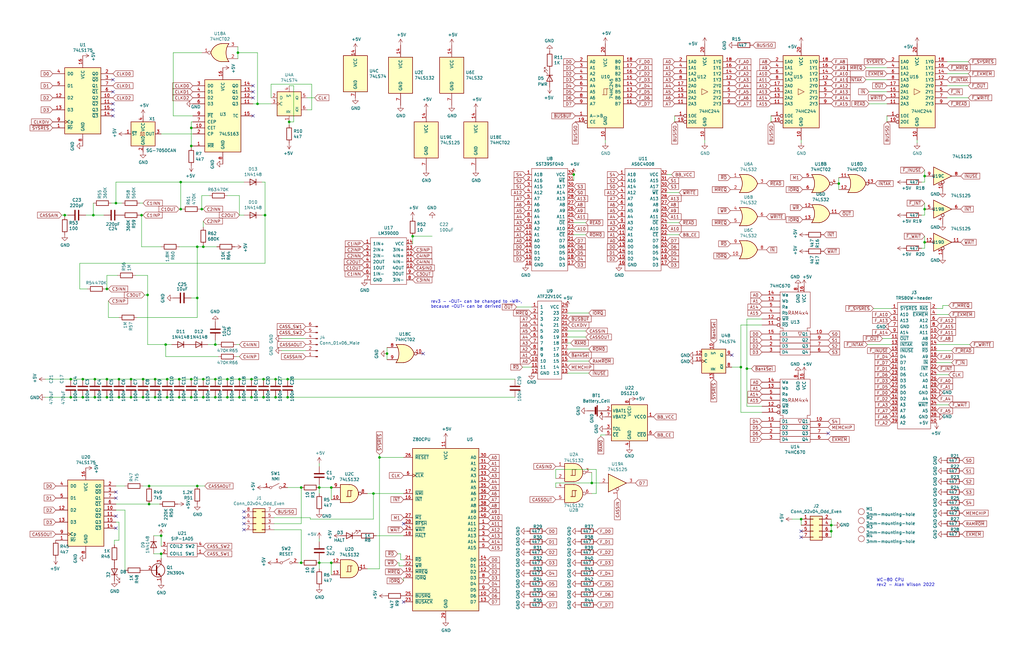
<source format=kicad_sch>
(kicad_sch (version 20211123) (generator eeschema)
  (paper "B")
  (lib_symbols
    (symbol "74xx:74HC244"
      (property "Reference" "U" (at -7.62 16.51 0))
      (property "Value" "74HC244" (at -7.62 -16.51 0))
      (symbol "74HC244_1_0"
        (pin input inverted (at -12.7 -10.16 0) (length 5.08) (name "1OE") (number "1"))
        (pin power_in line (at 0 -20.32 90) (length 5.08) (name "GND") (number "10"))
        (pin input line (at -12.7 -5.08 0) (length 5.08) (name "2A3") (number "11"))
        (pin tri_state line (at 12.7 5.08 180) (length 5.08) (name "1Y3") (number "12"))
        (pin input line (at -12.7 -2.54 0) (length 5.08) (name "2A2") (number "13"))
        (pin tri_state line (at 12.7 7.62 180) (length 5.08) (name "1Y2") (number "14"))
        (pin input line (at -12.7 0 0) (length 5.08) (name "2A1") (number "15"))
        (pin tri_state line (at 12.7 10.16 180) (length 5.08) (name "1Y1") (number "16"))
        (pin input line (at -12.7 2.54 0) (length 5.08) (name "2A0") (number "17"))
        (pin tri_state line (at 12.7 12.7 180) (length 5.08) (name "1Y0") (number "18"))
        (pin input inverted (at -12.7 -12.7 0) (length 5.08) (name "2OE") (number "19"))
        (pin input line (at -12.7 12.7 0) (length 5.08) (name "1A0") (number "2"))
        (pin power_in line (at 0 20.32 270) (length 5.08) (name "VCC") (number "20"))
        (pin tri_state line (at 12.7 2.54 180) (length 5.08) (name "2Y0") (number "3"))
        (pin input line (at -12.7 10.16 0) (length 5.08) (name "1A1") (number "4"))
        (pin tri_state line (at 12.7 0 180) (length 5.08) (name "2Y1") (number "5"))
        (pin input line (at -12.7 7.62 0) (length 5.08) (name "1A2") (number "6"))
        (pin tri_state line (at 12.7 -2.54 180) (length 5.08) (name "2Y2") (number "7"))
        (pin input line (at -12.7 5.08 0) (length 5.08) (name "1A3") (number "8"))
        (pin tri_state line (at 12.7 -5.08 180) (length 5.08) (name "2Y3") (number "9"))
      )
    )
    (symbol "74xx:74HC245" (pin_names (offset 1.016))
      (property "Reference" "U" (at -7.62 16.51 0))
      (property "Value" "74HC245" (at -7.62 -16.51 0))
      (symbol "74HC245_1_0"
        (pin input line (at -12.7 -10.16 0) (length 5.08) (name "A->B") (number "1"))
        (pin power_in line (at 0 -20.32 90) (length 5.08) (name "GND") (number "10"))
        (pin tri_state line (at 12.7 -5.08 180) (length 5.08) (name "B7") (number "11"))
        (pin tri_state line (at 12.7 -2.54 180) (length 5.08) (name "B6") (number "12"))
        (pin tri_state line (at 12.7 0 180) (length 5.08) (name "B5") (number "13"))
        (pin tri_state line (at 12.7 2.54 180) (length 5.08) (name "B4") (number "14"))
        (pin tri_state line (at 12.7 5.08 180) (length 5.08) (name "B3") (number "15"))
        (pin tri_state line (at 12.7 7.62 180) (length 5.08) (name "B2") (number "16"))
        (pin tri_state line (at 12.7 10.16 180) (length 5.08) (name "B1") (number "17"))
        (pin tri_state line (at 12.7 12.7 180) (length 5.08) (name "B0") (number "18"))
        (pin input inverted (at -12.7 -12.7 0) (length 5.08) (name "CE") (number "19"))
        (pin tri_state line (at -12.7 12.7 0) (length 5.08) (name "A0") (number "2"))
        (pin power_in line (at 0 20.32 270) (length 5.08) (name "VCC") (number "20"))
        (pin tri_state line (at -12.7 10.16 0) (length 5.08) (name "A1") (number "3"))
        (pin tri_state line (at -12.7 7.62 0) (length 5.08) (name "A2") (number "4"))
        (pin tri_state line (at -12.7 5.08 0) (length 5.08) (name "A3") (number "5"))
        (pin tri_state line (at -12.7 2.54 0) (length 5.08) (name "A4") (number "6"))
        (pin tri_state line (at -12.7 0 0) (length 5.08) (name "A5") (number "7"))
        (pin tri_state line (at -12.7 -2.54 0) (length 5.08) (name "A6") (number "8"))
        (pin tri_state line (at -12.7 -5.08 0) (length 5.08) (name "A7") (number "9"))
      )
    )
    (symbol "74xx:74HCT02" (pin_names (offset 1.016))
      (property "Reference" "U" (at 0 1.27 0))
      (property "Value" "74HCT02" (at 0 -1.27 0))
      (symbol "74HCT02_1_1"
        (pin output inverted (at 7.62 0 180) (length 3.81) (name "~") (number "1"))
        (pin input line (at -7.62 2.54 0) (length 4.318) (name "~") (number "2"))
        (pin input line (at -7.62 -2.54 0) (length 4.318) (name "~") (number "3"))
      )
      (symbol "74HCT02_1_2"
        (pin output line (at 7.62 0 180) (length 3.81) (name "~") (number "1"))
        (pin input inverted (at -7.62 2.54 0) (length 3.81) (name "~") (number "2"))
        (pin input inverted (at -7.62 -2.54 0) (length 3.81) (name "~") (number "3"))
      )
      (symbol "74HCT02_2_1"
        (pin output inverted (at 7.62 0 180) (length 3.81) (name "~") (number "4"))
        (pin input line (at -7.62 2.54 0) (length 4.318) (name "~") (number "5"))
        (pin input line (at -7.62 -2.54 0) (length 4.318) (name "~") (number "6"))
      )
      (symbol "74HCT02_2_2"
        (pin output line (at 7.62 0 180) (length 3.81) (name "~") (number "4"))
        (pin input inverted (at -7.62 2.54 0) (length 3.81) (name "~") (number "5"))
        (pin input inverted (at -7.62 -2.54 0) (length 3.81) (name "~") (number "6"))
      )
      (symbol "74HCT02_3_1"
        (pin output inverted (at 7.62 0 180) (length 3.81) (name "~") (number "10"))
        (pin input line (at -7.62 2.54 0) (length 4.318) (name "~") (number "8"))
        (pin input line (at -7.62 -2.54 0) (length 4.318) (name "~") (number "9"))
      )
      (symbol "74HCT02_3_2"
        (pin output line (at 7.62 0 180) (length 3.81) (name "~") (number "10"))
        (pin input inverted (at -7.62 2.54 0) (length 3.81) (name "~") (number "8"))
        (pin input inverted (at -7.62 -2.54 0) (length 3.81) (name "~") (number "9"))
      )
      (symbol "74HCT02_4_1"
        (pin input line (at -7.62 2.54 0) (length 4.318) (name "~") (number "11"))
        (pin input line (at -7.62 -2.54 0) (length 4.318) (name "~") (number "12"))
        (pin output inverted (at 7.62 0 180) (length 3.81) (name "~") (number "13"))
      )
      (symbol "74HCT02_4_2"
        (pin input inverted (at -7.62 2.54 0) (length 3.81) (name "~") (number "11"))
        (pin input inverted (at -7.62 -2.54 0) (length 3.81) (name "~") (number "12"))
        (pin output line (at 7.62 0 180) (length 3.81) (name "~") (number "13"))
      )
      (symbol "74HCT02_5_0"
        (pin power_in line (at 0 12.7 270) (length 5.08) (name "VCC") (number "14"))
        (pin power_in line (at 0 -12.7 90) (length 5.08) (name "GND") (number "7"))
      )
    )
    (symbol "74xx:74LS125" (pin_names (offset 1.016))
      (property "Reference" "U" (at 0 1.27 0))
      (property "Value" "74LS125" (at 0 -1.27 0))
      (symbol "74LS125_1_0"
        (pin input inverted (at 0 -6.35 90) (length 4.445) (name "~") (number "1"))
        (pin input line (at -7.62 0 0) (length 3.81) (name "~") (number "2"))
        (pin tri_state line (at 7.62 0 180) (length 3.81) (name "~") (number "3"))
      )
      (symbol "74LS125_2_0"
        (pin input inverted (at 0 -6.35 90) (length 4.445) (name "~") (number "4"))
        (pin input line (at -7.62 0 0) (length 3.81) (name "~") (number "5"))
        (pin tri_state line (at 7.62 0 180) (length 3.81) (name "~") (number "6"))
      )
      (symbol "74LS125_3_0"
        (pin input inverted (at 0 -6.35 90) (length 4.445) (name "~") (number "10"))
        (pin tri_state line (at 7.62 0 180) (length 3.81) (name "~") (number "8"))
        (pin input line (at -7.62 0 0) (length 3.81) (name "~") (number "9"))
      )
      (symbol "74LS125_4_0"
        (pin tri_state line (at 7.62 0 180) (length 3.81) (name "~") (number "11"))
        (pin input line (at -7.62 0 0) (length 3.81) (name "~") (number "12"))
        (pin input inverted (at 0 -6.35 90) (length 4.445) (name "~") (number "13"))
      )
      (symbol "74LS125_5_0"
        (pin power_in line (at 0 12.7 270) (length 5.08) (name "VCC") (number "14"))
        (pin power_in line (at 0 -12.7 90) (length 5.08) (name "GND") (number "7"))
      )
    )
    (symbol "74xx:74LS132" (pin_names (offset 1.016))
      (property "Reference" "U" (at 0 1.27 0))
      (property "Value" "74LS132" (at 0 -1.27 0))
      (symbol "74LS132_1_1"
        (pin input line (at -7.62 2.54 0) (length 3.81) (name "~") (number "1"))
        (pin input line (at -7.62 -2.54 0) (length 3.81) (name "~") (number "2"))
        (pin output inverted (at 7.62 0 180) (length 3.81) (name "~") (number "3"))
      )
      (symbol "74LS132_1_2"
        (pin input inverted (at -7.62 2.54 0) (length 4.318) (name "~") (number "1"))
        (pin input inverted (at -7.62 -2.54 0) (length 4.318) (name "~") (number "2"))
        (pin output line (at 7.62 0 180) (length 3.81) (name "~") (number "3"))
      )
      (symbol "74LS132_2_1"
        (pin input line (at -7.62 2.54 0) (length 3.81) (name "~") (number "4"))
        (pin input line (at -7.62 -2.54 0) (length 3.81) (name "~") (number "5"))
        (pin output inverted (at 7.62 0 180) (length 3.81) (name "~") (number "6"))
      )
      (symbol "74LS132_2_2"
        (pin input inverted (at -7.62 2.54 0) (length 4.318) (name "~") (number "4"))
        (pin input inverted (at -7.62 -2.54 0) (length 4.318) (name "~") (number "5"))
        (pin output line (at 7.62 0 180) (length 3.81) (name "~") (number "6"))
      )
      (symbol "74LS132_3_1"
        (pin input line (at -7.62 -2.54 0) (length 3.81) (name "~") (number "10"))
        (pin output inverted (at 7.62 0 180) (length 3.81) (name "~") (number "8"))
        (pin input line (at -7.62 2.54 0) (length 3.81) (name "~") (number "9"))
      )
      (symbol "74LS132_3_2"
        (pin input inverted (at -7.62 -2.54 0) (length 4.318) (name "~") (number "10"))
        (pin output line (at 7.62 0 180) (length 3.81) (name "~") (number "8"))
        (pin input inverted (at -7.62 2.54 0) (length 4.318) (name "~") (number "9"))
      )
      (symbol "74LS132_4_1"
        (pin output inverted (at 7.62 0 180) (length 3.81) (name "~") (number "11"))
        (pin input line (at -7.62 2.54 0) (length 3.81) (name "~") (number "12"))
        (pin input line (at -7.62 -2.54 0) (length 3.81) (name "~") (number "13"))
      )
      (symbol "74LS132_4_2"
        (pin output line (at 7.62 0 180) (length 3.81) (name "~") (number "11"))
        (pin input inverted (at -7.62 2.54 0) (length 4.318) (name "~") (number "12"))
        (pin input inverted (at -7.62 -2.54 0) (length 4.318) (name "~") (number "13"))
      )
      (symbol "74LS132_5_0"
        (pin power_in line (at 0 12.7 270) (length 5.08) (name "VCC") (number "14"))
        (pin power_in line (at 0 -12.7 90) (length 5.08) (name "GND") (number "7"))
      )
    )
    (symbol "74xx:74LS163" (pin_names (offset 1.016))
      (property "Reference" "U" (at -7.62 16.51 0))
      (property "Value" "74LS163" (at -7.62 -16.51 0))
      (symbol "74LS163_1_0"
        (pin input line (at -12.7 -12.7 0) (length 5.08) (name "~{MR}") (number "1"))
        (pin input line (at -12.7 -5.08 0) (length 5.08) (name "CET") (number "10"))
        (pin output line (at 12.7 5.08 180) (length 5.08) (name "Q3") (number "11"))
        (pin output line (at 12.7 7.62 180) (length 5.08) (name "Q2") (number "12"))
        (pin output line (at 12.7 10.16 180) (length 5.08) (name "Q1") (number "13"))
        (pin output line (at 12.7 12.7 180) (length 5.08) (name "Q0") (number "14"))
        (pin output line (at 12.7 0 180) (length 5.08) (name "TC") (number "15"))
        (pin power_in line (at 0 20.32 270) (length 5.08) (name "VCC") (number "16"))
        (pin input line (at -12.7 -7.62 0) (length 5.08) (name "CP") (number "2"))
        (pin input line (at -12.7 12.7 0) (length 5.08) (name "D0") (number "3"))
        (pin input line (at -12.7 10.16 0) (length 5.08) (name "D1") (number "4"))
        (pin input line (at -12.7 7.62 0) (length 5.08) (name "D2") (number "5"))
        (pin input line (at -12.7 5.08 0) (length 5.08) (name "D3") (number "6"))
        (pin input line (at -12.7 -2.54 0) (length 5.08) (name "CEP") (number "7"))
        (pin power_in line (at 0 -20.32 90) (length 5.08) (name "GND") (number "8"))
        (pin input line (at -12.7 0 0) (length 5.08) (name "~{PE}") (number "9"))
      )
    )
    (symbol "74xx:74LS175" (pin_names (offset 1.016))
      (property "Reference" "U" (at -7.62 13.97 0))
      (property "Value" "74LS175" (at -7.62 -16.51 0))
      (symbol "74LS175_1_0"
        (pin input line (at -12.7 -12.7 0) (length 5.08) (name "~{Mr}") (number "1"))
        (pin output line (at 12.7 0 180) (length 5.08) (name "Q2") (number "10"))
        (pin output line (at 12.7 -2.54 180) (length 5.08) (name "~{Q2}") (number "11"))
        (pin input line (at -12.7 0 0) (length 5.08) (name "D2") (number "12"))
        (pin input line (at -12.7 -5.08 0) (length 5.08) (name "D3") (number "13"))
        (pin output line (at 12.7 -7.62 180) (length 5.08) (name "~{Q3}") (number "14"))
        (pin output line (at 12.7 -5.08 180) (length 5.08) (name "Q3") (number "15"))
        (pin power_in line (at 0 17.78 270) (length 5.08) (name "VCC") (number "16"))
        (pin output line (at 12.7 10.16 180) (length 5.08) (name "Q0") (number "2"))
        (pin output line (at 12.7 7.62 180) (length 5.08) (name "~{Q0}") (number "3"))
        (pin input line (at -12.7 10.16 0) (length 5.08) (name "D0") (number "4"))
        (pin input line (at -12.7 5.08 0) (length 5.08) (name "D1") (number "5"))
        (pin output line (at 12.7 2.54 180) (length 5.08) (name "~{Q1}") (number "6"))
        (pin output line (at 12.7 5.08 180) (length 5.08) (name "Q1") (number "7"))
        (pin power_in line (at 0 -20.32 90) (length 5.08) (name "GND") (number "8"))
        (pin input clock (at -12.7 -10.16 0) (length 5.08) (name "Cp") (number "9"))
      )
    )
    (symbol "74xx:74LS32" (pin_names (offset 1.016))
      (property "Reference" "U" (at 0 1.27 0))
      (property "Value" "74LS32" (at 0 -1.27 0))
      (symbol "74LS32_1_1"
        (pin input line (at -7.62 2.54 0) (length 4.318) (name "~") (number "1"))
        (pin input line (at -7.62 -2.54 0) (length 4.318) (name "~") (number "2"))
        (pin output line (at 7.62 0 180) (length 3.81) (name "~") (number "3"))
      )
      (symbol "74LS32_1_2"
        (pin input inverted (at -7.62 2.54 0) (length 3.81) (name "~") (number "1"))
        (pin input inverted (at -7.62 -2.54 0) (length 3.81) (name "~") (number "2"))
        (pin output inverted (at 7.62 0 180) (length 3.81) (name "~") (number "3"))
      )
      (symbol "74LS32_2_1"
        (pin input line (at -7.62 2.54 0) (length 4.318) (name "~") (number "4"))
        (pin input line (at -7.62 -2.54 0) (length 4.318) (name "~") (number "5"))
        (pin output line (at 7.62 0 180) (length 3.81) (name "~") (number "6"))
      )
      (symbol "74LS32_2_2"
        (pin input inverted (at -7.62 2.54 0) (length 3.81) (name "~") (number "4"))
        (pin input inverted (at -7.62 -2.54 0) (length 3.81) (name "~") (number "5"))
        (pin output inverted (at 7.62 0 180) (length 3.81) (name "~") (number "6"))
      )
      (symbol "74LS32_3_1"
        (pin input line (at -7.62 -2.54 0) (length 4.318) (name "~") (number "10"))
        (pin output line (at 7.62 0 180) (length 3.81) (name "~") (number "8"))
        (pin input line (at -7.62 2.54 0) (length 4.318) (name "~") (number "9"))
      )
      (symbol "74LS32_3_2"
        (pin input inverted (at -7.62 -2.54 0) (length 3.81) (name "~") (number "10"))
        (pin output inverted (at 7.62 0 180) (length 3.81) (name "~") (number "8"))
        (pin input inverted (at -7.62 2.54 0) (length 3.81) (name "~") (number "9"))
      )
      (symbol "74LS32_4_1"
        (pin output line (at 7.62 0 180) (length 3.81) (name "~") (number "11"))
        (pin input line (at -7.62 2.54 0) (length 4.318) (name "~") (number "12"))
        (pin input line (at -7.62 -2.54 0) (length 4.318) (name "~") (number "13"))
      )
      (symbol "74LS32_4_2"
        (pin output inverted (at 7.62 0 180) (length 3.81) (name "~") (number "11"))
        (pin input inverted (at -7.62 2.54 0) (length 3.81) (name "~") (number "12"))
        (pin input inverted (at -7.62 -2.54 0) (length 3.81) (name "~") (number "13"))
      )
      (symbol "74LS32_5_0"
        (pin power_in line (at 0 12.7 270) (length 5.08) (name "VCC") (number "14"))
        (pin power_in line (at 0 -12.7 90) (length 5.08) (name "GND") (number "7"))
      )
    )
    (symbol "74xx:74LS74" (pin_names (offset 1.016))
      (property "Reference" "U" (at -7.62 8.89 0))
      (property "Value" "74LS74" (at -7.62 -8.89 0))
      (symbol "74LS74_1_0"
        (pin input line (at 0 -7.62 90) (length 2.54) (name "~{R}") (number "1"))
        (pin input line (at -7.62 2.54 0) (length 2.54) (name "D") (number "2"))
        (pin input clock (at -7.62 0 0) (length 2.54) (name "C") (number "3"))
        (pin input line (at 0 7.62 270) (length 2.54) (name "~{S}") (number "4"))
        (pin output line (at 7.62 2.54 180) (length 2.54) (name "Q") (number "5"))
        (pin output line (at 7.62 -2.54 180) (length 2.54) (name "~{Q}") (number "6"))
      )
      (symbol "74LS74_2_0"
        (pin input line (at 0 7.62 270) (length 2.54) (name "~{S}") (number "10"))
        (pin input clock (at -7.62 0 0) (length 2.54) (name "C") (number "11"))
        (pin input line (at -7.62 2.54 0) (length 2.54) (name "D") (number "12"))
        (pin input line (at 0 -7.62 90) (length 2.54) (name "~{R}") (number "13"))
        (pin output line (at 7.62 -2.54 180) (length 2.54) (name "~{Q}") (number "8"))
        (pin output line (at 7.62 2.54 180) (length 2.54) (name "Q") (number "9"))
      )
      (symbol "74LS74_3_0"
        (pin power_in line (at 0 10.16 270) (length 2.54) (name "VCC") (number "14"))
        (pin power_in line (at 0 -10.16 90) (length 2.54) (name "GND") (number "7"))
      )
    )
    (symbol "Connector:Conn_01x06_Male" (pin_names (offset 1.016) hide)
      (property "Reference" "J" (at 0 7.62 0))
      (property "Value" "Conn_01x06_Male" (at 0 -10.16 0))
      (symbol "Conn_01x06_Male_1_1"
        (pin passive line (at 5.08 5.08 180) (length 3.81) (name "Pin_1") (number "1"))
        (pin passive line (at 5.08 2.54 180) (length 3.81) (name "Pin_2") (number "2"))
        (pin passive line (at 5.08 0 180) (length 3.81) (name "Pin_3") (number "3"))
        (pin passive line (at 5.08 -2.54 180) (length 3.81) (name "Pin_4") (number "4"))
        (pin passive line (at 5.08 -5.08 180) (length 3.81) (name "Pin_5") (number "5"))
        (pin passive line (at 5.08 -7.62 180) (length 3.81) (name "Pin_6") (number "6"))
      )
    )
    (symbol "Connector_Generic:Conn_02x04_Odd_Even" (pin_names (offset 1.016) hide)
      (property "Reference" "J" (at 1.27 5.08 0))
      (property "Value" "Conn_02x04_Odd_Even" (at 1.27 -7.62 0))
      (symbol "Conn_02x04_Odd_Even_1_1"
        (pin passive line (at -5.08 2.54 0) (length 3.81) (name "Pin_1") (number "1"))
        (pin passive line (at 7.62 2.54 180) (length 3.81) (name "Pin_2") (number "2"))
        (pin passive line (at -5.08 0 0) (length 3.81) (name "Pin_3") (number "3"))
        (pin passive line (at 7.62 0 180) (length 3.81) (name "Pin_4") (number "4"))
        (pin passive line (at -5.08 -2.54 0) (length 3.81) (name "Pin_5") (number "5"))
        (pin passive line (at 7.62 -2.54 180) (length 3.81) (name "Pin_6") (number "6"))
        (pin passive line (at -5.08 -5.08 0) (length 3.81) (name "Pin_7") (number "7"))
        (pin passive line (at 7.62 -5.08 180) (length 3.81) (name "Pin_8") (number "8"))
      )
    )
    (symbol "Device:Battery_Cell" (pin_numbers hide) (pin_names (offset 0) hide)
      (property "Reference" "BT" (at 2.54 2.54 0))
      (property "Value" "Battery_Cell" (at 2.54 0 0))
      (symbol "Battery_Cell_1_1"
        (pin passive line (at 0 5.08 270) (length 2.54) (name "+") (number "1"))
        (pin passive line (at 0 -2.54 90) (length 2.54) (name "-") (number "2"))
      )
    )
    (symbol "Device:C" (pin_numbers hide) (pin_names (offset 0.254))
      (property "Reference" "C" (at 0.635 2.54 0))
      (property "Value" "C" (at 0.635 -2.54 0))
      (symbol "C_1_1"
        (pin passive line (at 0 3.81 270) (length 2.794) (name "~") (number "1"))
        (pin passive line (at 0 -3.81 90) (length 2.794) (name "~") (number "2"))
      )
    )
    (symbol "Device:D" (pin_numbers hide) (pin_names (offset 1.016) hide)
      (property "Reference" "D" (at 0 2.54 0))
      (property "Value" "D" (at 0 -2.54 0))
      (symbol "D_1_1"
        (pin passive line (at -3.81 0 0) (length 2.54) (name "K") (number "1"))
        (pin passive line (at 3.81 0 180) (length 2.54) (name "A") (number "2"))
      )
    )
    (symbol "Device:LED" (pin_numbers hide) (pin_names (offset 1.016) hide)
      (property "Reference" "D" (at 0 2.54 0))
      (property "Value" "LED" (at 0 -2.54 0))
      (symbol "LED_1_1"
        (pin passive line (at -3.81 0 0) (length 2.54) (name "K") (number "1"))
        (pin passive line (at 3.81 0 180) (length 2.54) (name "A") (number "2"))
      )
    )
    (symbol "Device:R" (pin_numbers hide) (pin_names (offset 0))
      (property "Reference" "R" (at 2.032 0 90))
      (property "Value" "R" (at 0 0 90))
      (symbol "R_1_1"
        (pin passive line (at 0 3.81 270) (length 1.27) (name "~") (number "1"))
        (pin passive line (at 0 -3.81 90) (length 1.27) (name "~") (number "2"))
      )
    )
    (symbol "Oscillator:SG-7050CAN" (pin_names (offset 0.254))
      (property "Reference" "X" (at -5.08 6.35 0))
      (property "Value" "SG-7050CAN" (at 1.27 -6.35 0))
      (symbol "SG-7050CAN_1_1"
        (pin input line (at -7.62 0 0) (length 2.54) (name "~{ST}") (number "1"))
        (pin power_in line (at 0 -7.62 90) (length 2.54) (name "GND") (number "2"))
        (pin output line (at 7.62 0 180) (length 2.54) (name "OUT") (number "3"))
        (pin power_in line (at 0 7.62 270) (length 2.54) (name "VCC") (number "4"))
      )
    )
    (symbol "Power_Management:DS1210"
      (property "Reference" "U" (at -7.62 8.89 0))
      (property "Value" "DS1210" (at 5.08 8.89 0))
      (symbol "DS1210_1_1"
        (pin power_out line (at 10.16 2.54 180) (length 2.54) (name "VCCO") (number "1"))
        (pin power_in line (at -10.16 5.08 0) (length 2.54) (name "VBAT1") (number "2"))
        (pin input line (at -10.16 -2.54 0) (length 2.54) (name "TOL") (number "3"))
        (pin power_in line (at 0 -10.16 90) (length 2.54) (name "GND") (number "4"))
        (pin input line (at -10.16 -5.08 0) (length 2.54) (name "~{CE}") (number "5"))
        (pin output line (at 10.16 -5.08 180) (length 2.54) (name "~{CEO}") (number "6"))
        (pin power_in line (at -10.16 2.54 0) (length 2.54) (name "VBAT2") (number "7"))
        (pin power_in line (at 0 10.16 270) (length 2.54) (name "VCCI") (number "8"))
      )
    )
    (symbol "Switch:SW_SPST" (pin_names (offset 0) hide)
      (property "Reference" "SW" (at 0 3.175 0))
      (property "Value" "SW_SPST" (at 0 -2.54 0))
      (symbol "SW_SPST_1_1"
        (pin passive line (at -5.08 0 0) (length 2.54) (name "A") (number "1"))
        (pin passive line (at 5.08 0 180) (length 2.54) (name "B") (number "2"))
      )
    )
    (symbol "Transistor_BJT:2N3904" (pin_names (offset 0) hide)
      (property "Reference" "Q" (at 5.08 1.905 0))
      (property "Value" "2N3904" (at 5.08 0 0))
      (symbol "2N3904_1_1"
        (pin passive line (at 2.54 -5.08 90) (length 2.54) (name "E") (number "1"))
        (pin passive line (at -5.08 0 0) (length 5.715) (name "B") (number "2"))
        (pin passive line (at 2.54 5.08 270) (length 2.54) (name "C") (number "3"))
      )
    )
    (symbol "power:+5V" (power) (pin_names (offset 0))
      (property "Value" "+5V" (at 0 3.556 0))
      (symbol "+5V_1_1"
        (pin power_in line (at 0 0 90) (length 0) hide (name "+5V") (number "1"))
      )
    )
    (symbol "power:GND" (power) (pin_names (offset 0))
      (property "Value" "GND" (at 0 -3.81 0))
      (symbol "GND_1_1"
        (pin power_in line (at 0 0 270) (length 0) hide (name "GND") (number "1"))
      )
    )
    (symbol "wilson-z80:3mm-mounting-hole" (pin_names (offset 1.016))
      (property "Reference" "M" (at 0 2.54 0))
      (property "Value" "3mm-mounting-hole" (at 0 -2.54 0))
    )
    (symbol "wilson-z80:74HC670" (pin_names (offset 0.762))
      (property "Reference" "U" (at -1.27 10.16 90))
      (property "Value" "74HC670" (at 1.27 1.27 0))
      (symbol "74HC670_0_0"
        (text "RAM4x4" (at 1.27 5.08 0) (effects (font (size 1.524 1.524))))
        (pin power_in line (at 3.81 16.51 270) (length 2.54) (name "VCC") (number "16"))
        (pin power_in line (at 1.27 16.51 270) (length 2.54) (name "GND") (number "8"))
      )
      (symbol "74HC670_1_1"
        (pin input line (at -13.97 -6.35 0) (length 7.62) (name "D2") (number "1"))
        (pin tri_state line (at 13.97 -3.81 180) (length 7.62) (name "Q1") (number "10"))
        (pin input inverted (at -13.97 0 0) (length 7.62) (name "~{RD}") (number "11"))
        (pin input inverted (at -13.97 2.54 0) (length 7.62) (name "~{WR}") (number "12"))
        (pin input line (at -13.97 10.16 0) (length 7.62) (name "Wb") (number "13"))
        (pin input line (at -13.97 12.7 0) (length 7.62) (name "Wa") (number "14"))
        (pin input line (at -13.97 -3.81 0) (length 7.62) (name "D1") (number "15"))
        (pin input line (at -13.97 -8.89 0) (length 7.62) (name "D3") (number "2"))
        (pin input line (at -13.97 -11.43 0) (length 7.62) (name "D4") (number "3"))
        (pin input line (at -13.97 5.08 0) (length 7.62) (name "Rb") (number "4"))
        (pin input line (at -13.97 7.62 0) (length 7.62) (name "Ra") (number "5"))
        (pin tri_state line (at 13.97 -11.43 180) (length 7.62) (name "Q4") (number "6"))
        (pin tri_state line (at 13.97 -8.89 180) (length 7.62) (name "Q3") (number "7"))
        (pin tri_state line (at 13.97 -6.35 180) (length 7.62) (name "Q2") (number "9"))
      )
    )
    (symbol "wilson-z80:AS6C4008" (pin_names (offset 1.016))
      (property "Reference" "U" (at 0 17.78 90))
      (property "Value" "AS6C4008" (at 0 0 90))
      (symbol "AS6C4008_1_1"
        (pin input line (at -10.16 20.32 0) (length 2.54) (name "A18") (number "1"))
        (pin input line (at -10.16 -2.54 0) (length 2.54) (name "A2") (number "10"))
        (pin input line (at -10.16 -5.08 0) (length 2.54) (name "A1") (number "11"))
        (pin input line (at -10.16 -7.62 0) (length 2.54) (name "A0") (number "12"))
        (pin bidirectional line (at -10.16 -10.16 0) (length 2.54) (name "D0") (number "13"))
        (pin bidirectional line (at -10.16 -12.7 0) (length 2.54) (name "D1") (number "14"))
        (pin bidirectional line (at -10.16 -15.24 0) (length 2.54) (name "D2") (number "15"))
        (pin power_in line (at -10.16 -17.78 0) (length 2.54) (name "GND") (number "16"))
        (pin bidirectional line (at 10.16 -17.78 180) (length 2.54) (name "D3") (number "17"))
        (pin bidirectional line (at 10.16 -15.24 180) (length 2.54) (name "D4") (number "18"))
        (pin bidirectional line (at 10.16 -12.7 180) (length 2.54) (name "D5") (number "19"))
        (pin input line (at -10.16 17.78 0) (length 2.54) (name "A16") (number "2"))
        (pin bidirectional line (at 10.16 -10.16 180) (length 2.54) (name "D6") (number "20"))
        (pin bidirectional line (at 10.16 -7.62 180) (length 2.54) (name "D7") (number "21"))
        (pin input line (at 10.16 -5.08 180) (length 2.54) (name "~{CE}") (number "22"))
        (pin input line (at 10.16 -2.54 180) (length 2.54) (name "A10") (number "23"))
        (pin input line (at 10.16 0 180) (length 2.54) (name "~{OE}") (number "24"))
        (pin input line (at 10.16 2.54 180) (length 2.54) (name "A11") (number "25"))
        (pin input line (at 10.16 5.08 180) (length 2.54) (name "A9") (number "26"))
        (pin input line (at 10.16 7.62 180) (length 2.54) (name "A8") (number "27"))
        (pin input line (at 10.16 10.16 180) (length 2.54) (name "A13") (number "28"))
        (pin input line (at 10.16 12.7 180) (length 2.54) (name "~{WE}") (number "29"))
        (pin input line (at -10.16 15.24 0) (length 2.54) (name "A14") (number "3"))
        (pin input line (at 10.16 15.24 180) (length 2.54) (name "A17") (number "30"))
        (pin input line (at 10.16 17.78 180) (length 2.54) (name "A15") (number "31"))
        (pin power_in line (at 10.16 20.32 180) (length 2.54) (name "VCC") (number "32"))
        (pin input line (at -10.16 12.7 0) (length 2.54) (name "A12") (number "4"))
        (pin input line (at -10.16 10.16 0) (length 2.54) (name "A7") (number "5"))
        (pin input line (at -10.16 7.62 0) (length 2.54) (name "A6") (number "6"))
        (pin input line (at -10.16 5.08 0) (length 2.54) (name "A5") (number "7"))
        (pin input line (at -10.16 2.54 0) (length 2.54) (name "A4") (number "8"))
        (pin input line (at -10.16 0 0) (length 2.54) (name "A3") (number "9"))
      )
    )
    (symbol "wilson-z80:ATF22V10C" (pin_names (offset 1.016))
      (property "Reference" "U" (at 0 2.54 90))
      (property "Value" "ATF22V10C" (at 0 -7.62 90))
      (symbol "ATF22V10C_1_1"
        (pin input line (at -7.62 7.62 0) (length 2.54) (name "1") (number "1"))
        (pin input line (at -7.62 -15.24 0) (length 2.54) (name "10") (number "10"))
        (pin input line (at -7.62 -17.78 0) (length 2.54) (name "11") (number "11"))
        (pin power_in line (at -7.62 -20.32 0) (length 2.54) (name "GND") (number "12"))
        (pin input line (at 7.62 -20.32 180) (length 2.54) (name "13") (number "13"))
        (pin bidirectional line (at 7.62 -17.78 180) (length 2.54) (name "14") (number "14"))
        (pin bidirectional line (at 7.62 -15.24 180) (length 2.54) (name "15") (number "15"))
        (pin bidirectional line (at 7.62 -12.7 180) (length 2.54) (name "16") (number "16"))
        (pin bidirectional line (at 7.62 -10.16 180) (length 2.54) (name "17") (number "17"))
        (pin bidirectional line (at 7.62 -7.62 180) (length 2.54) (name "18") (number "18"))
        (pin bidirectional line (at 7.62 -5.08 180) (length 2.54) (name "19") (number "19"))
        (pin input line (at -7.62 5.08 0) (length 2.54) (name "2") (number "2"))
        (pin bidirectional line (at 7.62 -2.54 180) (length 2.54) (name "20") (number "20"))
        (pin bidirectional line (at 7.62 0 180) (length 2.54) (name "21") (number "21"))
        (pin bidirectional line (at 7.62 2.54 180) (length 2.54) (name "22") (number "22"))
        (pin bidirectional line (at 7.62 5.08 180) (length 2.54) (name "23") (number "23"))
        (pin power_in line (at 7.62 7.62 180) (length 2.54) (name "VCC") (number "24"))
        (pin input line (at -7.62 2.54 0) (length 2.54) (name "3") (number "3"))
        (pin input line (at -7.62 0 0) (length 2.54) (name "4") (number "4"))
        (pin input line (at -7.62 -2.54 0) (length 2.54) (name "5") (number "5"))
        (pin input line (at -7.62 -5.08 0) (length 2.54) (name "6") (number "6"))
        (pin input line (at -7.62 -7.62 0) (length 2.54) (name "7") (number "7"))
        (pin input line (at -7.62 -10.16 0) (length 2.54) (name "8") (number "8"))
        (pin input line (at -7.62 -12.7 0) (length 2.54) (name "9") (number "9"))
      )
    )
    (symbol "wilson-z80:LM3900D" (pin_names (offset 1.016))
      (property "Reference" "U" (at 0 5.08 90))
      (property "Value" "LM3900D" (at 0 -3.175 90))
      (symbol "LM3900D_1_1"
        (pin input line (at -10.16 7.62 0) (length 2.54) (name "1IN+") (number "1"))
        (pin output line (at 10.16 -2.54 180) (length 2.54) (name "4OUT") (number "10"))
        (pin input line (at 10.16 0 180) (length 2.54) (name "4IN-") (number "11"))
        (pin input line (at 10.16 2.54 180) (length 2.54) (name "4IN+") (number "12"))
        (pin input line (at 10.16 5.08 180) (length 2.54) (name "3IN+") (number "13"))
        (pin power_in line (at 10.16 7.62 180) (length 2.54) (name "VCC") (number "14"))
        (pin input line (at -10.16 5.08 0) (length 2.54) (name "2IN+") (number "2"))
        (pin input line (at -10.16 2.54 0) (length 2.54) (name "2IN-") (number "3"))
        (pin output line (at -10.16 0 0) (length 2.54) (name "2OUT") (number "4"))
        (pin output line (at -10.16 -2.54 0) (length 2.54) (name "1OUT") (number "5"))
        (pin input line (at -10.16 -5.08 0) (length 2.54) (name "1IN-") (number "6"))
        (pin power_in line (at -10.16 -7.62 0) (length 2.54) (name "GND") (number "7"))
        (pin input line (at 10.16 -7.62 180) (length 2.54) (name "3IN-") (number "8"))
        (pin output line (at 10.16 -5.08 180) (length 2.54) (name "3OUT") (number "9"))
      )
    )
    (symbol "wilson-z80:SIP-1A05" (pin_names (offset 1.016))
      (property "Reference" "U" (at 0 5.715 0))
      (property "Value" "SIP-1A05" (at 0 3.81 0))
      (symbol "SIP-1A05_1_1"
        (pin passive line (at -8.89 1.27 0) (length 2.54) (name "SW1") (number "1"))
        (pin passive line (at 8.89 1.27 180) (length 2.54) (name "COIL1") (number "2"))
        (pin passive line (at 8.89 -1.905 180) (length 2.54) (name "COIL2") (number "3"))
        (pin passive line (at -8.89 -1.905 0) (length 2.54) (name "SW2") (number "4"))
      )
    )
    (symbol "wilson-z80:SST39SF040" (pin_names (offset 1.016))
      (property "Reference" "U" (at 0 17.78 90))
      (property "Value" "SST39SF040" (at 0 0 90))
      (symbol "SST39SF040_1_1"
        (pin input line (at -10.16 20.32 0) (length 2.54) (name "A18") (number "1"))
        (pin input line (at -10.16 -2.54 0) (length 2.54) (name "A2") (number "10"))
        (pin input line (at -10.16 -5.08 0) (length 2.54) (name "A1") (number "11"))
        (pin input line (at -10.16 -7.62 0) (length 2.54) (name "A0") (number "12"))
        (pin bidirectional line (at -10.16 -10.16 0) (length 2.54) (name "D0") (number "13"))
        (pin bidirectional line (at -10.16 -12.7 0) (length 2.54) (name "D1") (number "14"))
        (pin bidirectional line (at -10.16 -15.24 0) (length 2.54) (name "D2") (number "15"))
        (pin power_in line (at -10.16 -17.78 0) (length 2.54) (name "GND") (number "16"))
        (pin bidirectional line (at 10.16 -17.78 180) (length 2.54) (name "D3") (number "17"))
        (pin bidirectional line (at 10.16 -15.24 180) (length 2.54) (name "D4") (number "18"))
        (pin bidirectional line (at 10.16 -12.7 180) (length 2.54) (name "D5") (number "19"))
        (pin input line (at -10.16 17.78 0) (length 2.54) (name "A16") (number "2"))
        (pin bidirectional line (at 10.16 -10.16 180) (length 2.54) (name "D6") (number "20"))
        (pin bidirectional line (at 10.16 -7.62 180) (length 2.54) (name "D7") (number "21"))
        (pin input line (at 10.16 -5.08 180) (length 2.54) (name "~{CE}") (number "22"))
        (pin input line (at 10.16 -2.54 180) (length 2.54) (name "A10") (number "23"))
        (pin input line (at 10.16 0 180) (length 2.54) (name "~{OE}") (number "24"))
        (pin input line (at 10.16 2.54 180) (length 2.54) (name "A11") (number "25"))
        (pin input line (at 10.16 5.08 180) (length 2.54) (name "A9") (number "26"))
        (pin input line (at 10.16 7.62 180) (length 2.54) (name "A8") (number "27"))
        (pin input line (at 10.16 10.16 180) (length 2.54) (name "A13") (number "28"))
        (pin input line (at 10.16 12.7 180) (length 2.54) (name "A14") (number "29"))
        (pin input line (at -10.16 15.24 0) (length 2.54) (name "A15") (number "3"))
        (pin input line (at 10.16 15.24 180) (length 2.54) (name "A17") (number "30"))
        (pin input line (at 10.16 17.78 180) (length 2.54) (name "~{WE}") (number "31"))
        (pin power_in line (at 10.16 20.32 180) (length 2.54) (name "VCC") (number "32"))
        (pin input line (at -10.16 12.7 0) (length 2.54) (name "A12") (number "4"))
        (pin input line (at -10.16 10.16 0) (length 2.54) (name "A7") (number "5"))
        (pin input line (at -10.16 7.62 0) (length 2.54) (name "A6") (number "6"))
        (pin input line (at -10.16 5.08 0) (length 2.54) (name "A5") (number "7"))
        (pin input line (at -10.16 2.54 0) (length 2.54) (name "A4") (number "8"))
        (pin input line (at -10.16 0 0) (length 2.54) (name "A3") (number "9"))
      )
    )
    (symbol "wilson-z80:TRS80W-header" (pin_names (offset 1.016))
      (property "Reference" "J" (at 0 -22.86 90))
      (property "Value" "TRS80W-header" (at 0 -6.35 90))
      (symbol "TRS80W-header_1_1"
        (pin passive line (at -8.89 22.86 0) (length 2.54) (name "~{SYSRES}") (number "1"))
        (pin passive line (at 10.16 12.7 180) (length 2.54) (name "A11") (number "10"))
        (pin passive line (at -8.89 10.16 0) (length 2.54) (name "~{OUT}") (number "11"))
        (pin passive line (at 10.16 10.16 180) (length 2.54) (name "A8") (number "12"))
        (pin passive line (at -8.89 7.62 0) (length 2.54) (name "~{INTAK}") (number "13"))
        (pin passive line (at 10.16 7.62 180) (length 2.54) (name "~{WR}") (number "14"))
        (pin passive line (at -8.89 5.08 0) (length 2.54) (name "~{INUSE}") (number "15"))
        (pin passive line (at 10.16 5.08 180) (length 2.54) (name "~{RD}") (number "16"))
        (pin passive line (at -8.89 2.54 0) (length 2.54) (name "D4") (number "17"))
        (pin passive line (at 10.16 2.54 180) (length 2.54) (name "A9") (number "18"))
        (pin passive line (at -8.89 0 0) (length 2.54) (name "D7") (number "19"))
        (pin passive line (at 10.16 22.86 180) (length 2.54) (name "~{RAS}") (number "2"))
        (pin passive line (at 10.16 0 180) (length 2.54) (name "~{IN}") (number "20"))
        (pin passive line (at -8.89 -2.54 0) (length 2.54) (name "D1") (number "21"))
        (pin passive line (at 10.16 -2.54 180) (length 2.54) (name "~{INT}") (number "22"))
        (pin passive line (at -8.89 -5.08 0) (length 2.54) (name "D6") (number "23"))
        (pin passive line (at 10.16 -5.08 180) (length 2.54) (name "CLK") (number "24"))
        (pin passive line (at -8.89 -7.62 0) (length 2.54) (name "D3") (number "25"))
        (pin passive line (at 10.16 -7.62 180) (length 2.54) (name "A0") (number "26"))
        (pin passive line (at -8.89 -10.16 0) (length 2.54) (name "D5") (number "27"))
        (pin passive line (at 10.16 -10.16 180) (length 2.54) (name "A1") (number "28"))
        (pin passive line (at -8.89 -12.7 0) (length 2.54) (name "D0") (number "29"))
        (pin passive line (at -8.89 20.32 0) (length 2.54) (name "A10") (number "3"))
        (pin passive line (at 10.16 -12.7 180) (length 2.54) (name "GND") (number "30"))
        (pin passive line (at -8.89 -15.24 0) (length 2.54) (name "D2") (number "31"))
        (pin passive line (at 10.16 -15.24 180) (length 2.54) (name "A4") (number "32"))
        (pin passive line (at -8.89 -17.78 0) (length 2.54) (name "A3") (number "33"))
        (pin passive line (at 10.16 -17.78 180) (length 2.54) (name "~{WAIT}") (number "34"))
        (pin passive line (at -8.89 -20.32 0) (length 2.54) (name "A7") (number "35"))
        (pin passive line (at 10.16 -20.32 180) (length 2.54) (name "A5") (number "36"))
        (pin passive line (at -8.89 -22.86 0) (length 2.54) (name "A6") (number "37"))
        (pin passive line (at 10.16 -22.86 180) (length 2.54) (name "GND") (number "38"))
        (pin passive line (at -8.89 -25.4 0) (length 2.54) (name "A2") (number "39"))
        (pin passive line (at 10.16 20.32 180) (length 2.54) (name "~{EXMEM}") (number "4"))
        (pin passive line (at 10.16 -25.4 180) (length 2.54) (name "+5V") (number "40"))
        (pin passive line (at -8.89 17.78 0) (length 2.54) (name "A13") (number "5"))
        (pin passive line (at 10.16 17.78 180) (length 2.54) (name "A12") (number "6"))
        (pin passive line (at -8.89 15.24 0) (length 2.54) (name "GND") (number "7"))
        (pin passive line (at 10.16 15.24 180) (length 2.54) (name "A15") (number "8"))
        (pin passive line (at -8.89 12.7 0) (length 2.54) (name "A14") (number "9"))
      )
    )
    (symbol "wilson-z80:Z80CPU" (pin_names (offset 1.016))
      (property "Reference" "U" (at -13.97 35.56 0))
      (property "Value" "Z80CPU" (at 6.35 35.56 0))
      (symbol "Z80CPU_1_1"
        (pin output line (at 17.78 2.54 180) (length 3.81) (name "A11") (number "1"))
        (pin bidirectional line (at 17.78 -27.94 180) (length 3.81) (name "D6") (number "10"))
        (pin power_in line (at 0 38.1 270) (length 3.81) (name "VCC") (number "11"))
        (pin bidirectional line (at 17.78 -17.78 180) (length 3.81) (name "D2") (number "12"))
        (pin bidirectional line (at 17.78 -30.48 180) (length 3.81) (name "D7") (number "13"))
        (pin bidirectional line (at 17.78 -12.7 180) (length 3.81) (name "D0") (number "14"))
        (pin bidirectional line (at 17.78 -15.24 180) (length 3.81) (name "D1") (number "15"))
        (pin input line (at -17.78 12.7 0) (length 3.81) (name "~{INT}") (number "16"))
        (pin input line (at -17.78 15.24 0) (length 3.81) (name "~{NMI}") (number "17"))
        (pin output line (at -17.78 -2.54 0) (length 3.81) (name "~{HALT}") (number "18"))
        (pin output line (at -17.78 -17.78 0) (length 3.81) (name "~{MREQ}") (number "19"))
        (pin output line (at 17.78 0 180) (length 3.81) (name "A12") (number "2"))
        (pin output line (at -17.78 -20.32 0) (length 3.81) (name "~{IORQ}") (number "20"))
        (pin output line (at -17.78 -12.7 0) (length 3.81) (name "~{RD}") (number "21"))
        (pin output line (at -17.78 -15.24 0) (length 3.81) (name "~{WR}") (number "22"))
        (pin output line (at -17.78 -30.48 0) (length 3.81) (name "~{BUSACK}") (number "23"))
        (pin input line (at -17.78 0 0) (length 3.81) (name "~{WAIT}") (number "24"))
        (pin input line (at -17.78 -27.94 0) (length 3.81) (name "~{BUSRQ}") (number "25"))
        (pin input line (at -17.78 30.48 0) (length 3.81) (name "~{RESET}") (number "26"))
        (pin output line (at -17.78 5.08 0) (length 3.81) (name "~{M1}") (number "27"))
        (pin output line (at -17.78 2.54 0) (length 3.81) (name "~{RFSH}") (number "28"))
        (pin power_in line (at 0 -38.1 90) (length 3.81) (name "GND") (number "29"))
        (pin output line (at 17.78 -2.54 180) (length 3.81) (name "A13") (number "3"))
        (pin output line (at 17.78 30.48 180) (length 3.81) (name "A0") (number "30"))
        (pin output line (at 17.78 27.94 180) (length 3.81) (name "A1") (number "31"))
        (pin output line (at 17.78 25.4 180) (length 3.81) (name "A2") (number "32"))
        (pin output line (at 17.78 22.86 180) (length 3.81) (name "A3") (number "33"))
        (pin output line (at 17.78 20.32 180) (length 3.81) (name "A4") (number "34"))
        (pin output line (at 17.78 17.78 180) (length 3.81) (name "A5") (number "35"))
        (pin output line (at 17.78 15.24 180) (length 3.81) (name "A6") (number "36"))
        (pin output line (at 17.78 12.7 180) (length 3.81) (name "A7") (number "37"))
        (pin output line (at 17.78 10.16 180) (length 3.81) (name "A8") (number "38"))
        (pin output line (at 17.78 7.62 180) (length 3.81) (name "A9") (number "39"))
        (pin output line (at 17.78 -5.08 180) (length 3.81) (name "A14") (number "4"))
        (pin output line (at 17.78 5.08 180) (length 3.81) (name "A10") (number "40"))
        (pin output line (at 17.78 -7.62 180) (length 3.81) (name "A15") (number "5"))
        (pin input clock (at -17.78 22.86 0) (length 3.81) (name "~{CLK}") (number "6"))
        (pin bidirectional line (at 17.78 -22.86 180) (length 3.81) (name "D4") (number "7"))
        (pin bidirectional line (at 17.78 -20.32 180) (length 3.81) (name "D3") (number "8"))
        (pin bidirectional line (at 17.78 -25.4 180) (length 3.81) (name "D5") (number "9"))
      )
    )
  )
  (junction (at 90.805 167.64))
  (junction (at 100.965 167.64))
  (junction (at 62.865 205.105))
  (junction (at 95.885 167.64))
  (junction (at 249.555 203.835))
  (junction (at 70.485 167.64))
  (junction (at 69.85 145.415))
  (junction (at 39.37 90.805))
  (junction (at 100.33 22.225))
  (junction (at 45.085 167.64))
  (junction (at 389.89 102.235))
  (junction (at 85.725 104.14))
  (junction (at 83.185 205.105))
  (junction (at 121.92 51.435))
  (junction (at 65.405 160.02))
  (junction (at 111.125 160.02))
  (junction (at 350.52 221.615))
  (junction (at 34.925 167.64))
  (junction (at 106.045 160.02))
  (junction (at 83.185 125.73))
  (junction (at 50.165 167.64))
  (junction (at 29.845 160.02))
  (junction (at 111.125 167.64))
  (junction (at 106.045 167.64))
  (junction (at 127 205.74))
  (junction (at 314.96 155.575))
  (junction (at 60.325 167.64))
  (junction (at 116.205 167.64))
  (junction (at 337.82 219.075))
  (junction (at 80.645 160.02))
  (junction (at 111.76 90.805))
  (junction (at 108.585 43.815))
  (junction (at 59.69 90.805))
  (junction (at 121.285 167.64))
  (junction (at 139.7 205.74))
  (junction (at 134.62 205.74))
  (junction (at 312.42 154.94))
  (junction (at 80.645 167.64))
  (junction (at 75.565 167.64))
  (junction (at 40.005 167.64))
  (junction (at 85.09 88.265))
  (junction (at 389.89 88.265))
  (junction (at 163.195 149.225))
  (junction (at 85.725 167.64))
  (junction (at 76.2 88.265))
  (junction (at 353.695 77.47))
  (junction (at 173.99 99.695))
  (junction (at 48.895 85.725))
  (junction (at 157.48 208.28))
  (junction (at 50.165 160.02))
  (junction (at 65.405 167.64))
  (junction (at 29.845 167.64))
  (junction (at 76.2 76.835))
  (junction (at 127 237.49))
  (junction (at 134.62 237.49))
  (junction (at 241.935 73.66))
  (junction (at 45.085 160.02))
  (junction (at 55.245 167.64))
  (junction (at 62.865 212.725))
  (junction (at 121.285 160.02))
  (junction (at 100.965 160.02))
  (junction (at 45.085 121.92))
  (junction (at 80.645 53.975))
  (junction (at 83.185 104.14))
  (junction (at 80.645 61.595))
  (junction (at 160.02 193.04))
  (junction (at 27.305 90.805))
  (junction (at 389.89 74.295))
  (junction (at 90.805 145.415))
  (junction (at 40.005 160.02))
  (junction (at 75.565 160.02))
  (junction (at 90.805 160.02))
  (junction (at 55.245 160.02))
  (junction (at 350.52 224.155))
  (junction (at 85.725 160.02))
  (junction (at 60.325 160.02))
  (junction (at 67.945 233.68))
  (junction (at 62.23 124.46))
  (junction (at 95.885 160.02))
  (junction (at 116.205 160.02))
  (junction (at 34.925 160.02))
  (junction (at 70.485 160.02))
  (junction (at 67.945 226.06))
  (junction (at 139.7 237.49))
  (no_connect (at 106.68 36.195))
  (no_connect (at 106.68 41.275))
  (no_connect (at 349.25 182.88))
  (no_connect (at 102.87 223.52))
  (no_connect (at 102.87 220.98))
  (no_connect (at 178.435 149.225))
  (no_connect (at 47.625 33.655))
  (no_connect (at 337.82 226.695))
  (no_connect (at 47.625 46.355))
  (no_connect (at 170.18 220.98))
  (no_connect (at 102.87 218.44))
  (no_connect (at 47.625 48.895))
  (no_connect (at 106.68 48.895))
  (no_connect (at 337.82 224.155))
  (no_connect (at 102.87 215.9))
  (no_connect (at 103.505 -12.7))
  (no_connect (at 48.895 210.185))
  (no_connect (at 170.18 254))
  (no_connect (at 48.895 217.805))
  (no_connect (at 48.895 222.885))
  (no_connect (at 106.68 38.735))
  (no_connect (at 48.895 207.645))
  (no_connect (at 47.625 38.735))
  (no_connect (at 47.625 43.815))
  (no_connect (at 308.61 149.86))
  (wire (pts (xy 83.185 133.985) (xy 83.185 125.73)))
  (wire (pts (xy 139.7 205.74) (xy 139.7 210.82)))
  (wire (pts (xy 80.645 51.435) (xy 80.645 53.975)))
  (wire (pts (xy 316.865 155.575) (xy 314.96 155.575)))
  (wire (pts (xy 248.285 152.4) (xy 239.395 152.4)))
  (wire (pts (xy 130.81 219.075) (xy 157.48 219.075)))
  (wire (pts (xy 389.89 88.265) (xy 389.89 85.725)))
  (wire (pts (xy 389.89 76.835) (xy 389.89 74.295)))
  (wire (pts (xy 334.01 219.075) (xy 337.82 219.075)))
  (wire (pts (xy 308.61 154.94) (xy 312.42 154.94)))
  (wire (pts (xy 80.645 125.73) (xy 83.185 125.73)))
  (wire (pts (xy 365.125 28.575) (xy 374.015 28.575)))
  (wire (pts (xy 286.385 93.98) (xy 281.305 93.98)))
  (wire (pts (xy 33.655 121.92) (xy 36.83 121.92)))
  (wire (pts (xy 108.585 43.815) (xy 108.585 22.225)))
  (wire (pts (xy 111.125 160.02) (xy 116.205 160.02)))
  (wire (pts (xy 400.05 128.905) (xy 397.51 128.905)))
  (wire (pts (xy 400.05 170.815) (xy 394.97 170.815)))
  (wire (pts (xy 62.865 205.105) (xy 60.325 205.105)))
  (wire (pts (xy 170.18 243.84) (xy 170.18 245.11)))
  (wire (pts (xy 100.33 22.225) (xy 100.33 19.685)))
  (wire (pts (xy 134.62 236.22) (xy 134.62 237.49)))
  (wire (pts (xy 249.555 203.835) (xy 252.73 203.835)))
  (wire (pts (xy 394.97 147.955) (xy 401.32 147.955)))
  (wire (pts (xy 389.89 102.235) (xy 389.89 99.695)))
  (wire (pts (xy 52.705 215.265) (xy 48.895 215.265)))
  (wire (pts (xy 50.165 167.64) (xy 55.245 167.64)))
  (wire (pts (xy 65.405 167.64) (xy 70.485 167.64)))
  (wire (pts (xy 34.925 167.64) (xy 40.005 167.64)))
  (wire (pts (xy 80.645 167.64) (xy 85.725 167.64)))
  (wire (pts (xy 100.965 90.805) (xy 100.965 82.55)))
  (wire (pts (xy 62.23 145.415) (xy 69.85 145.415)))
  (wire (pts (xy 160.02 191.77) (xy 160.02 193.04)))
  (wire (pts (xy 80.645 53.975) (xy 81.28 53.975)))
  (wire (pts (xy 40.005 160.02) (xy 45.085 160.02)))
  (wire (pts (xy 45.085 160.02) (xy 50.165 160.02)))
  (wire (pts (xy 163.195 149.225) (xy 163.195 151.765)))
  (wire (pts (xy 350.52 224.155) (xy 350.52 226.695)))
  (wire (pts (xy 224.155 129.54) (xy 217.805 129.54)))
  (wire (pts (xy 337.82 221.615) (xy 337.82 219.075)))
  (wire (pts (xy 84.455 88.265) (xy 85.09 88.265)))
  (wire (pts (xy 67.945 226.06) (xy 67.945 230.505)))
  (wire (pts (xy 45.085 167.64) (xy 50.165 167.64)))
  (wire (pts (xy 134.62 204.47) (xy 134.62 205.74)))
  (wire (pts (xy 374.015 43.815) (xy 366.395 43.815)))
  (wire (pts (xy 48.895 85.725) (xy 51.435 85.725)))
  (wire (pts (xy 321.31 173.99) (xy 312.42 173.99)))
  (wire (pts (xy 399.415 41.275) (xy 408.305 41.275)))
  (wire (pts (xy 90.805 167.64) (xy 95.885 167.64)))
  (wire (pts (xy 65.405 160.02) (xy 70.485 160.02)))
  (wire (pts (xy 111.76 90.805) (xy 111.76 76.835)))
  (wire (pts (xy 374.015 33.655) (xy 365.125 33.655)))
  (wire (pts (xy 314.96 134.62) (xy 314.96 155.575)))
  (wire (pts (xy 372.11 142.875) (xy 375.92 142.875)))
  (wire (pts (xy 70.485 167.64) (xy 75.565 167.64)))
  (wire (pts (xy 73.025 22.225) (xy 85.09 22.225)))
  (wire (pts (xy 368.3 130.175) (xy 375.92 130.175)))
  (wire (pts (xy 83.185 205.105) (xy 62.865 205.105)))
  (wire (pts (xy 80.645 62.23) (xy 80.645 61.595)))
  (wire (pts (xy 167.64 233.68) (xy 168.91 233.68)))
  (wire (pts (xy 249.555 208.28) (xy 251.46 208.28)))
  (wire (pts (xy 386.715 59.055) (xy 386.715 60.325)))
  (wire (pts (xy 351.79 221.615) (xy 350.52 221.615)))
  (wire (pts (xy 168.91 233.68) (xy 168.91 236.22)))
  (wire (pts (xy 62.23 124.46) (xy 62.23 145.415)))
  (wire (pts (xy 57.15 116.205) (xy 62.23 116.205)))
  (wire (pts (xy 247.015 139.7) (xy 239.395 139.7)))
  (wire (pts (xy 83.185 125.73) (xy 83.185 104.14)))
  (wire (pts (xy 374.015 51.435) (xy 374.015 48.895)))
  (wire (pts (xy 106.045 160.02) (xy 111.125 160.02)))
  (wire (pts (xy 408.94 145.415) (xy 394.97 145.415)))
  (wire (pts (xy 408.305 31.115) (xy 399.415 31.115)))
  (wire (pts (xy 131.445 35.56) (xy 131.445 46.355)))
  (wire (pts (xy 64.77 233.68) (xy 67.945 233.68)))
  (wire (pts (xy 80.645 160.02) (xy 85.725 160.02)))
  (wire (pts (xy 100.33 24.765) (xy 100.33 22.225)))
  (wire (pts (xy 76.2 76.835) (xy 48.895 76.835)))
  (wire (pts (xy 121.285 167.64) (xy 217.17 167.64)))
  (wire (pts (xy 173.99 102.87) (xy 173.99 99.695)))
  (wire (pts (xy 111.76 90.805) (xy 111.76 111.125)))
  (wire (pts (xy 281.305 81.28) (xy 286.385 81.28)))
  (wire (pts (xy 81.28 51.435) (xy 80.645 51.435)))
  (wire (pts (xy 400.05 158.115) (xy 394.97 158.115)))
  (wire (pts (xy 325.12 51.435) (xy 325.12 48.895)))
  (wire (pts (xy 50.165 133.985) (xy 45.72 133.985)))
  (wire (pts (xy 81.28 61.595) (xy 80.645 61.595)))
  (wire (pts (xy 91.44 104.14) (xy 85.725 104.14)))
  (wire (pts (xy 168.91 236.22) (xy 170.18 236.22)))
  (wire (pts (xy 85.725 104.14) (xy 85.725 103.505)))
  (wire (pts (xy 121.92 51.435) (xy 121.92 52.705)))
  (wire (pts (xy 99.695 145.415) (xy 100.965 145.415)))
  (wire (pts (xy 123.825 36.195) (xy 123.825 51.435)))
  (wire (pts (xy 29.845 167.64) (xy 34.925 167.64)))
  (wire (pts (xy 67.31 212.725) (xy 62.865 212.725)))
  (wire (pts (xy 111.76 111.125) (xy 33.655 111.125)))
  (wire (pts (xy 59.055 90.805) (xy 59.69 90.805)))
  (wire (pts (xy 116.205 167.64) (xy 121.285 167.64)))
  (wire (pts (xy 81.28 56.515) (xy 67.945 56.515)))
  (wire (pts (xy 114.3 35.56) (xy 131.445 35.56)))
  (wire (pts (xy 139.7 237.49) (xy 134.62 237.49)))
  (wire (pts (xy 102.87 76.835) (xy 76.2 76.835)))
  (wire (pts (xy 134.62 237.49) (xy 134.62 240.03)))
  (wire (pts (xy 33.655 111.125) (xy 33.655 121.92)))
  (wire (pts (xy 129.54 41.275) (xy 132.715 41.275)))
  (wire (pts (xy 389.89 104.775) (xy 389.89 102.235)))
  (wire (pts (xy 85.725 160.02) (xy 90.805 160.02)))
  (wire (pts (xy 50.165 227.965) (xy 50.165 220.345)))
  (wire (pts (xy 312.42 137.16) (xy 312.42 154.94)))
  (wire (pts (xy 297.18 59.055) (xy 297.18 60.325)))
  (wire (pts (xy 234.315 198.12) (xy 251.46 198.12)))
  (wire (pts (xy 72.39 145.415) (xy 69.85 145.415)))
  (wire (pts (xy 234.315 203.835) (xy 249.555 203.835)))
  (wire (pts (xy 59.69 90.805) (xy 60.325 90.805)))
  (wire (pts (xy 220.345 154.94) (xy 224.155 154.94)))
  (wire (pts (xy 388.62 76.835) (xy 389.89 76.835)))
  (wire (pts (xy 350.52 221.615) (xy 350.52 224.155)))
  (wire (pts (xy 76.835 88.265) (xy 76.2 88.265)))
  (wire (pts (xy 240.665 144.78) (xy 239.395 144.78)))
  (wire (pts (xy 95.885 167.64) (xy 100.965 167.64)))
  (wire (pts (xy 45.085 121.92) (xy 45.085 116.205)))
  (wire (pts (xy 284.48 51.435) (xy 284.48 48.895)))
  (wire (pts (xy 173.99 99.695) (xy 182.245 99.695)))
  (wire (pts (xy 60.325 160.02) (xy 65.405 160.02)))
  (wire (pts (xy 374.015 38.735) (xy 366.395 38.735)))
  (wire (pts (xy 83.185 104.14) (xy 85.725 104.14)))
  (wire (pts (xy 19.05 160.02) (xy 29.845 160.02)))
  (wire (pts (xy 139.7 237.49) (xy 139.7 242.57)))
  (wire (pts (xy 321.31 134.62) (xy 314.96 134.62)))
  (wire (pts (xy 160.02 240.03) (xy 154.94 240.03)))
  (wire (pts (xy 134.62 205.74) (xy 134.62 208.28)))
  (wire (pts (xy 127 237.49) (xy 127 223.52)))
  (wire (pts (xy 131.445 46.355) (xy 129.54 46.355)))
  (wire (pts (xy 127 223.52) (xy 115.57 223.52)))
  (wire (pts (xy 60.96 124.46) (xy 62.23 124.46)))
  (wire (pts (xy 118.745 147.955) (xy 128.905 147.955)))
  (wire (pts (xy 353.695 74.93) (xy 353.695 77.47)))
  (wire (pts (xy 90.805 143.51) (xy 90.805 145.415)))
  (wire (pts (xy 90.805 145.415) (xy 92.075 145.415)))
  (wire (pts (xy 248.285 132.08) (xy 239.395 132.08)))
  (wire (pts (xy 85.09 88.265) (xy 85.09 82.55)))
  (wire (pts (xy 111.76 76.835) (xy 110.49 76.835)))
  (wire (pts (xy 154.94 208.28) (xy 157.48 208.28)))
  (wire (pts (xy 248.285 147.32) (xy 239.395 147.32)))
  (wire (pts (xy 134.62 228.6) (xy 134.62 227.33)))
  (wire (pts (xy 27.305 91.44) (xy 27.305 90.805)))
  (wire (pts (xy 251.46 198.12) (xy 251.46 208.28)))
  (wire (pts (xy 123.825 51.435) (xy 121.92 51.435)))
  (wire (pts (xy 55.245 160.02) (xy 60.325 160.02)))
  (wire (pts (xy 314.96 155.575) (xy 314.96 171.45)))
  (wire (pts (xy 130.81 218.44) (xy 130.81 219.075)))
  (wire (pts (xy 85.725 167.64) (xy 90.805 167.64)))
  (wire (pts (xy 253.365 183.515) (xy 255.27 183.515)))
  (wire (pts (xy 408.305 26.035) (xy 399.415 26.035)))
  (wire (pts (xy 408.305 36.195) (xy 399.415 36.195)))
  (wire (pts (xy 400.05 132.715) (xy 394.97 132.715)))
  (wire (pts (xy 321.31 137.16) (xy 312.42 137.16)))
  (wire (pts (xy 106.68 43.815) (xy 108.585 43.815)))
  (wire (pts (xy 76.2 88.265) (xy 76.2 76.835)))
  (wire (pts (xy 106.045 167.64) (xy 111.125 167.64)))
  (wire (pts (xy 57.785 133.985) (xy 83.185 133.985)))
  (wire (pts (xy 157.48 208.28) (xy 157.48 219.075)))
  (wire (pts (xy 39.37 90.805) (xy 43.815 90.805)))
  (wire (pts (xy 253.365 184.15) (xy 253.365 183.515)))
  (wire (pts (xy 85.09 82.55) (xy 88.265 82.55)))
  (wire (pts (xy 127 220.98) (xy 115.57 220.98)))
  (wire (pts (xy 90.805 160.02) (xy 95.885 160.02)))
  (wire (pts (xy 365.76 145.415) (xy 375.92 145.415)))
  (wire (pts (xy 397.51 128.905) (xy 397.51 130.175)))
  (wire (pts (xy 115.57 218.44) (xy 130.81 218.44)))
  (wire (pts (xy 80.645 61.595) (xy 80.645 53.975)))
  (wire (pts (xy 64.77 226.06) (xy 67.945 226.06)))
  (wire (pts (xy 60.325 167.64) (xy 65.405 167.64)))
  (wire (pts (xy 48.895 212.725) (xy 62.865 212.725)))
  (wire (pts (xy 95.885 160.02) (xy 100.965 160.02)))
  (wire (pts (xy 139.7 205.74) (xy 134.62 205.74)))
  (wire (pts (xy 281.305 99.06) (xy 286.385 99.06)))
  (wire (pts (xy 40.005 167.64) (xy 45.085 167.64)))
  (wire (pts (xy 389.89 74.295) (xy 389.89 71.755)))
  (wire (pts (xy 73.025 48.895) (xy 81.28 48.895)))
  (wire (pts (xy 127 205.74) (xy 127 220.98)))
  (wire (pts (xy 388.62 90.805) (xy 389.89 90.805)))
  (wire (pts (xy 73.025 48.895) (xy 73.025 22.225)))
  (wire (pts (xy 19.05 167.64) (xy 29.845 167.64)))
  (wire (pts (xy 111.125 167.64) (xy 116.205 167.64)))
  (wire (pts (xy 45.085 121.92) (xy 45.72 121.92)))
  (wire (pts (xy 86.36 205.105) (xy 83.185 205.105)))
  (wire (pts (xy 168.275 238.76) (xy 170.18 238.76)))
  (wire (pts (xy 69.85 150.495) (xy 92.075 150.495)))
  (wire (pts (xy 234.315 205.74) (xy 234.315 203.835)))
  (wire (pts (xy 29.845 160.02) (xy 34.925 160.02)))
  (wire (pts (xy 168.275 237.49) (xy 168.275 238.76)))
  (wire (pts (xy 114.3 41.275) (xy 114.3 35.56)))
  (wire (pts (xy 163.195 146.685) (xy 163.195 149.225)))
  (wire (pts (xy 69.85 145.415) (xy 69.85 150.495)))
  (wire (pts (xy 157.48 208.28) (xy 170.18 208.28)))
  (wire (pts (xy 389.89 90.805) (xy 389.89 88.265)))
  (wire (pts (xy 48.895 76.835) (xy 48.895 85.725)))
  (wire (pts (xy 116.205 160.02) (xy 121.285 160.02)))
  (wire (pts (xy 121.92 36.195) (xy 123.825 36.195)))
  (wire (pts (xy 36.195 90.805) (xy 39.37 90.805)))
  (wire (pts (xy 241.935 73.66) (xy 241.935 76.2)))
  (wire (pts (xy 48.26 227.965) (xy 50.165 227.965)))
  (wire (pts (xy 50.165 220.345) (xy 48.895 220.345)))
  (wire (pts (xy 160.02 193.04) (xy 160.02 240.03)))
  (wire (pts (xy 127 205.74) (xy 121.285 205.74)))
  (wire (pts (xy 121.285 160.02) (xy 217.17 160.02)))
  (wire (pts (xy 158.75 226.06) (xy 170.18 226.06)))
  (wire (pts (xy 34.925 160.02) (xy 40.005 160.02)))
  (wire (pts (xy 100.965 160.02) (xy 106.045 160.02)))
  (wire (pts (xy 118.745 142.875) (xy 128.905 142.875)))
  (wire (pts (xy 100.965 82.55) (xy 95.885 82.55)))
  (wire (pts (xy 70.485 160.02) (xy 75.565 160.02)))
  (wire (pts (xy 75.565 160.02) (xy 80.645 160.02)))
  (wire (pts (xy 102.87 90.805) (xy 100.965 90.805)))
  (wire (pts (xy 55.245 167.64) (xy 60.325 167.64)))
  (wire (pts (xy 388.62 104.775) (xy 389.89 104.775)))
  (wire (pts (xy 59.055 85.725) (xy 60.325 85.725)))
  (wire (pts (xy 234.315 201.93) (xy 234.315 198.12)))
  (wire (pts (xy 75.565 167.64) (xy 80.645 167.64)))
  (wire (pts (xy 397.51 130.175) (xy 394.97 130.175)))
  (wire (pts (xy 353.695 80.01) (xy 353.695 77.47)))
  (wire (pts (xy 87.63 145.415) (xy 90.805 145.415)))
  (wire (pts (xy 337.82 59.055) (xy 337.82 60.325)))
  (wire (pts (xy 114.3 43.815) (xy 108.585 43.815)))
  (wire (pts (xy 312.42 154.94) (xy 312.42 173.99)))
  (wire (pts (xy 39.37 85.725) (xy 39.37 90.805)))
  (wire (pts (xy 99.695 150.495) (xy 100.965 150.495)))
  (wire (pts (xy 85.09 88.265) (xy 85.725 88.265)))
  (wire (pts (xy 50.165 160.02) (xy 55.245 160.02)))
  (wire (pts (xy 394.97 153.035) (xy 401.32 153.035)))
  (wire (pts (xy 108.585 22.225) (xy 100.33 22.225)))
  (wire (pts (xy 134.62 196.85) (xy 134.62 195.58)))
  (wire (pts (xy 247.015 93.98) (xy 241.935 93.98)))
  (wire (pts (xy 85.725 95.885) (xy 85.725 93.345)))
  (wire (pts (xy 283.21 73.66) (xy 281.305 73.66)))
  (wire (pts (xy 239.395 157.48) (xy 248.285 157.48)))
  (wire (pts (xy 62.23 124.46) (xy 62.23 116.205)))
  (wire (pts (xy 321.31 171.45) (xy 314.96 171.45)))
  (wire (pts (xy 76.2 88.265) (xy 75.565 88.265)))
  (wire (pts (xy 45.085 116.205) (xy 49.53 116.205)))
  (wire (pts (xy 59.69 104.14) (xy 67.945 104.14)))
  (wire (pts (xy 45.72 133.985) (xy 45.72 127)))
  (wire (pts (xy 59.69 104.14) (xy 59.69 90.805)))
  (wire (pts (xy 48.895 205.105) (xy 52.705 205.105)))
  (wire (pts (xy 247.015 99.06) (xy 241.935 99.06)))
  (wire (pts (xy 100.965 167.64) (xy 106.045 167.64)))
  (wire (pts (xy 247.015 142.24) (xy 239.395 142.24)))
  (wire (pts (xy 44.45 121.92) (xy 45.085 121.92)))
  (wire (pts (xy 125.73 237.49) (xy 127 237.49)))
  (wire (pts (xy 48.26 229.87) (xy 48.26 227.965)))
  (wire (pts (xy 67.945 233.68) (xy 67.945 235.585)))
  (wire (pts (xy 255.27 59.055) (xy 255.27 60.325)))
  (wire (pts (xy 170.18 193.04) (xy 160.02 193.04)))
  (wire (pts (xy 75.565 104.14) (xy 83.185 104.14)))
  (wire (pts (xy 110.49 90.805) (xy 111.76 90.805)))
  (wire (pts (xy 350.52 219.075) (xy 350.52 221.615)))
  (wire (pts (xy 46.99 85.725) (xy 48.895 85.725)))
  (wire (pts (xy 249.555 203.835) (xy 249.555 199.39)))
  (wire (pts (xy 52.705 240.665) (xy 52.705 215.265)))
  (wire (pts (xy 27.305 90.805) (xy 28.575 90.805)))
  (wire (pts (xy 167.64 237.49) (xy 168.275 237.49)))
  (wire (pts (xy 26.035 90.805) (xy 27.305 90.805)))
  (text "WC-80 CPU\nrev2 - Alan Wilson 2022" (at 369.57 247.65 0) (effects (font (size 1.27 1.27)) (justify left bottom)))
  (text "rev3 - ~OUT~ can be changed to ~WR~,\nbecause ~OUT~ can be derived" (at 181.61 130.175 0) (effects (font (size 1.27 1.27)) (justify left bottom)))
  (global_label "D3" (shape input) (at 242.57 33.655 180) (property "Intersheet References" "${INTERSHEET_REFS}" (effects hide)))
  (global_label "A1" (shape input) (at 221.615 99.06 180) (property "Intersheet References" "${INTERSHEET_REFS}" (effects hide)))
  (global_label "~{F_WRITE}" (shape input) (at 408.305 41.275 0) (property "Intersheet References" "${INTERSHEET_REFS}" (effects hide)))
  (global_label "A3" (shape input) (at 224.155 144.78 180) (property "Intersheet References" "${INTERSHEET_REFS}" (effects hide)))
  (global_label "CLK" (shape input) (at 132.715 41.275 0) (property "Intersheet References" "${INTERSHEET_REFS}" (effects hide)))
  (global_label "D4" (shape input) (at 229.87 241.935 0) (property "Intersheet References" "${INTERSHEET_REFS}" (effects hide)))
  (global_label "F_A3" (shape input) (at 375.92 170.815 180) (property "Intersheet References" "${INTERSHEET_REFS}" (effects hide)))
  (global_label "C2INP" (shape input) (at 85.725 93.345 0) (property "Intersheet References" "${INTERSHEET_REFS}" (effects hide)))
  (global_label "~{INTAK}" (shape input) (at 365.125 33.655 180) (property "Intersheet References" "${INTERSHEET_REFS}" (effects hide)))
  (global_label "D3" (shape input) (at 22.225 46.355 180) (property "Intersheet References" "${INTERSHEET_REFS}" (effects hide)))
  (global_label "D7" (shape input) (at 241.935 101.6 0) (property "Intersheet References" "${INTERSHEET_REFS}" (effects hide)))
  (global_label "A5" (shape input) (at 284.48 38.735 180) (property "Intersheet References" "${INTERSHEET_REFS}" (effects hide)))
  (global_label "D1" (shape input) (at 23.495 210.185 180) (property "Intersheet References" "${INTERSHEET_REFS}" (effects hide)))
  (global_label "F_A11" (shape input) (at 394.97 140.335 0) (property "Intersheet References" "${INTERSHEET_REFS}" (effects hide)))
  (global_label "A0" (shape input) (at 321.31 124.46 180) (property "Intersheet References" "${INTERSHEET_REFS}" (effects hide)))
  (global_label "CASSIN" (shape input) (at 247.015 139.7 0) (property "Intersheet References" "${INTERSHEET_REFS}" (effects hide)))
  (global_label "A0" (shape input) (at 284.48 26.035 180) (property "Intersheet References" "${INTERSHEET_REFS}" (effects hide)))
  (global_label "A9" (shape input) (at 325.12 28.575 180) (property "Intersheet References" "${INTERSHEET_REFS}" (effects hide)))
  (global_label "~{MREQ}" (shape input) (at 307.975 80.01 180) (property "Intersheet References" "${INTERSHEET_REFS}" (effects hide)))
  (global_label "D2" (shape input) (at 242.57 31.115 180) (property "Intersheet References" "${INTERSHEET_REFS}" (effects hide)))
  (global_label "~{RD}" (shape input) (at 307.975 74.93 180) (property "Intersheet References" "${INTERSHEET_REFS}" (effects hide)))
  (global_label "S0" (shape input) (at 349.25 140.97 0) (property "Intersheet References" "${INTERSHEET_REFS}" (effects hide)))
  (global_label "D5" (shape input) (at 205.74 248.92 0) (property "Intersheet References" "${INTERSHEET_REFS}" (effects hide)))
  (global_label "A11" (shape input) (at 325.12 33.655 180) (property "Intersheet References" "${INTERSHEET_REFS}" (effects hide)))
  (global_label "D7" (shape input) (at 281.305 101.6 0) (property "Intersheet References" "${INTERSHEET_REFS}" (effects hide)))
  (global_label "F_A13" (shape input) (at 350.52 38.735 0) (property "Intersheet References" "${INTERSHEET_REFS}" (effects hide)))
  (global_label "S1" (shape input) (at 405.765 198.755 0) (property "Intersheet References" "${INTERSHEET_REFS}" (effects hide)))
  (global_label "BB_CE" (shape input) (at 275.59 183.515 0) (property "Intersheet References" "${INTERSHEET_REFS}" (effects hide)))
  (global_label "F_D1" (shape input) (at 267.97 28.575 0) (property "Intersheet References" "${INTERSHEET_REFS}" (effects hide)))
  (global_label "D6" (shape input) (at 281.305 104.14 0) (property "Intersheet References" "${INTERSHEET_REFS}" (effects hide)))
  (global_label "A6" (shape input) (at 260.985 86.36 180) (property "Intersheet References" "${INTERSHEET_REFS}" (effects hide)))
  (global_label "~{SYSRES}" (shape input) (at 374.015 26.035 180) (property "Intersheet References" "${INTERSHEET_REFS}" (effects hide)))
  (global_label "~{OUT}" (shape input) (at 353.695 90.17 0) (property "Intersheet References" "${INTERSHEET_REFS}" (effects hide)))
  (global_label "C2INN" (shape input) (at 153.67 107.95 180) (property "Intersheet References" "${INTERSHEET_REFS}" (effects hide)))
  (global_label "F_A15" (shape input) (at 394.97 137.795 0) (property "Intersheet References" "${INTERSHEET_REFS}" (effects hide)))
  (global_label "BUSISO" (shape input) (at 284.48 51.435 270) (property "Intersheet References" "${INTERSHEET_REFS}" (effects hide)))
  (global_label "A13" (shape input) (at 205.74 226.06 0) (property "Intersheet References" "${INTERSHEET_REFS}" (effects hide)))
  (global_label "~{F_OUT}" (shape input) (at 408.305 36.195 0) (property "Intersheet References" "${INTERSHEET_REFS}" (effects hide)))
  (global_label "F_D6" (shape input) (at 267.97 41.275 0) (property "Intersheet References" "${INTERSHEET_REFS}" (effects hide)))
  (global_label "~{SYSRES}" (shape input) (at 22.225 53.975 180) (property "Intersheet References" "${INTERSHEET_REFS}" (effects hide)))
  (global_label "D1" (shape input) (at 242.57 28.575 180) (property "Intersheet References" "${INTERSHEET_REFS}" (effects hide)))
  (global_label "S2" (shape input) (at 221.615 76.2 180) (property "Intersheet References" "${INTERSHEET_REFS}" (effects hide)))
  (global_label "CASS_SW1" (shape input) (at 128.905 137.795 180) (property "Intersheet References" "${INTERSHEET_REFS}" (effects hide)))
  (global_label "D0" (shape input) (at 229.87 224.155 0) (property "Intersheet References" "${INTERSHEET_REFS}" (effects hide)))
  (global_label "D2" (shape input) (at 221.615 109.22 180) (property "Intersheet References" "${INTERSHEET_REFS}" (effects hide)))
  (global_label "D1" (shape input) (at 321.31 143.51 180) (property "Intersheet References" "${INTERSHEET_REFS}" (effects hide)))
  (global_label "~{WAIT}" (shape input) (at 170.18 223.52 180) (property "Intersheet References" "${INTERSHEET_REFS}" (effects hide)))
  (global_label "A5" (shape input) (at 205.74 205.74 0) (property "Intersheet References" "${INTERSHEET_REFS}" (effects hide)))
  (global_label "S0" (shape input) (at 405.765 194.31 0) (property "Intersheet References" "${INTERSHEET_REFS}" (effects hide)))
  (global_label "D0" (shape input) (at 242.57 26.035 180) (property "Intersheet References" "${INTERSHEET_REFS}" (effects hide)))
  (global_label "C2INN" (shape input) (at 85.725 88.265 0) (property "Intersheet References" "${INTERSHEET_REFS}" (effects hide)))
  (global_label "C3OUT" (shape input) (at 173.99 115.57 0) (property "Intersheet References" "${INTERSHEET_REFS}" (effects hide)))
  (global_label "~{ROM0}" (shape input) (at 247.015 99.06 0) (property "Intersheet References" "${INTERSHEET_REFS}" (effects hide)))
  (global_label "~{MREQ}" (shape input) (at 365.125 28.575 180) (property "Intersheet References" "${INTERSHEET_REFS}" (effects hide)))
  (global_label "~{IORQ}" (shape input) (at 307.975 107.95 180) (property "Intersheet References" "${INTERSHEET_REFS}" (effects hide)))
  (global_label "C4INN" (shape input) (at 100.965 145.415 0) (property "Intersheet References" "${INTERSHEET_REFS}" (effects hide)))
  (global_label "A10" (shape input) (at 281.305 96.52 0) (property "Intersheet References" "${INTERSHEET_REFS}" (effects hide)))
  (global_label "A13" (shape input) (at 241.935 83.82 0) (property "Intersheet References" "${INTERSHEET_REFS}" (effects hide)))
  (global_label "A12" (shape input) (at 205.74 223.52 0) (property "Intersheet References" "${INTERSHEET_REFS}" (effects hide)))
  (global_label "A5" (shape input) (at 221.615 88.9 180) (property "Intersheet References" "${INTERSHEET_REFS}" (effects hide)))
  (global_label "MEMCHIP" (shape input) (at 405.765 216.535 0) (property "Intersheet References" "${INTERSHEET_REFS}" (effects hide)))
  (global_label "S1" (shape input) (at 349.25 143.51 0) (property "Intersheet References" "${INTERSHEET_REFS}" (effects hide)))
  (global_label "A10" (shape input) (at 325.12 31.115 180) (property "Intersheet References" "${INTERSHEET_REFS}" (effects hide)))
  (global_label "S1" (shape input) (at 281.305 76.2 0) (property "Intersheet References" "${INTERSHEET_REFS}" (effects hide)))
  (global_label "S3" (shape input) (at 349.25 148.59 0) (property "Intersheet References" "${INTERSHEET_REFS}" (effects hide)))
  (global_label "~{F_INTAK}" (shape input) (at 365.76 145.415 180) (property "Intersheet References" "${INTERSHEET_REFS}" (effects hide)))
  (global_label "F_A4" (shape input) (at 309.88 36.195 0) (property "Intersheet References" "${INTERSHEET_REFS}" (effects hide)))
  (global_label "CASSOUT" (shape input) (at 247.015 142.24 0) (property "Intersheet References" "${INTERSHEET_REFS}" (effects hide)))
  (global_label "F_A7" (shape input) (at 375.92 173.355 180) (property "Intersheet References" "${INTERSHEET_REFS}" (effects hide)))
  (global_label "C2OUT" (shape input) (at 100.965 90.805 180) (property "Intersheet References" "${INTERSHEET_REFS}" (effects hide)))
  (global_label "A14" (shape input) (at 205.74 228.6 0) (property "Intersheet References" "${INTERSHEET_REFS}" (effects hide)))
  (global_label "~{F_INUSE}" (shape input) (at 375.92 147.955 180) (property "Intersheet References" "${INTERSHEET_REFS}" (effects hide)))
  (global_label "~{F_EXMEM}" (shape input) (at 408.305 31.115 0) (property "Intersheet References" "${INTERSHEET_REFS}" (effects hide)))
  (global_label "F_D7" (shape input) (at 251.46 255.27 0) (property "Intersheet References" "${INTERSHEET_REFS}" (effects hide)))
  (global_label "F_A5" (shape input) (at 309.88 38.735 0) (property "Intersheet References" "${INTERSHEET_REFS}" (effects hide)))
  (global_label "F_D1" (shape input) (at 251.46 228.6 0) (property "Intersheet References" "${INTERSHEET_REFS}" (effects hide)))
  (global_label "A3" (shape input) (at 260.985 93.98 180) (property "Intersheet References" "${INTERSHEET_REFS}" (effects hide)))
  (global_label "A1" (shape input) (at 321.31 127 180) (property "Intersheet References" "${INTERSHEET_REFS}" (effects hide)))
  (global_label "A9" (shape input) (at 205.74 215.9 0) (property "Intersheet References" "${INTERSHEET_REFS}" (effects hide)))
  (global_label "D6" (shape input) (at 205.74 251.46 0) (property "Intersheet References" "${INTERSHEET_REFS}" (effects hide)))
  (global_label "~{F_MREQ}" (shape input) (at 400.05 128.905 0) (property "Intersheet References" "${INTERSHEET_REFS}" (effects hide)))
  (global_label "D4" (shape input) (at 321.31 177.8 180) (property "Intersheet References" "${INTERSHEET_REFS}" (effects hide)))
  (global_label "C1OUT" (shape input) (at 153.67 113.03 180) (property "Intersheet References" "${INTERSHEET_REFS}" (effects hide)))
  (global_label "~{F_READ}" (shape input) (at 401.32 147.955 0) (property "Intersheet References" "${INTERSHEET_REFS}" (effects hide)))
  (global_label "~{OUT}" (shape input) (at 217.805 129.54 180) (property "Intersheet References" "${INTERSHEET_REFS}" (effects hide)))
  (global_label "D5" (shape input) (at 321.31 180.34 180) (property "Intersheet References" "${INTERSHEET_REFS}" (effects hide)))
  (global_label "F_A3" (shape input) (at 309.88 33.655 0) (property "Intersheet References" "${INTERSHEET_REFS}" (effects hide)))
  (global_label "D5" (shape input) (at 229.87 246.38 0) (property "Intersheet References" "${INTERSHEET_REFS}" (effects hide)))
  (global_label "S2" (shape input) (at 260.985 76.2 180) (property "Intersheet References" "${INTERSHEET_REFS}" (effects hide)))
  (global_label "A5" (shape input) (at 224.155 139.7 180) (property "Intersheet References" "${INTERSHEET_REFS}" (effects hide)))
  (global_label "A6" (shape input) (at 284.48 41.275 180) (property "Intersheet References" "${INTERSHEET_REFS}" (effects hide)))
  (global_label "A8" (shape input) (at 325.12 26.035 180) (property "Intersheet References" "${INTERSHEET_REFS}" (effects hide)))
  (global_label "A14" (shape input) (at 321.31 166.37 180) (property "Intersheet References" "${INTERSHEET_REFS}" (effects hide)))
  (global_label "D6" (shape input) (at 229.87 250.825 0) (property "Intersheet References" "${INTERSHEET_REFS}" (effects hide)))
  (global_label "~{BankSel}" (shape input) (at 239.395 149.86 0) (property "Intersheet References" "${INTERSHEET_REFS}" (effects hide)))
  (global_label "CASS_SW2" (shape input) (at 128.905 140.335 180) (property "Intersheet References" "${INTERSHEET_REFS}" (effects hide)))
  (global_label "A6" (shape input) (at 221.615 86.36 180) (property "Intersheet References" "${INTERSHEET_REFS}" (effects hide)))
  (global_label "A1" (shape input) (at 260.985 99.06 180) (property "Intersheet References" "${INTERSHEET_REFS}" (effects hide)))
  (global_label "C2OUT" (shape input) (at 153.67 110.49 180) (property "Intersheet References" "${INTERSHEET_REFS}" (effects hide)))
  (global_label "A7" (shape input) (at 205.74 210.82 0) (property "Intersheet References" "${INTERSHEET_REFS}" (effects hide)))
  (global_label "A4" (shape input) (at 284.48 36.195 180) (property "Intersheet References" "${INTERSHEET_REFS}" (effects hide)))
  (global_label "A4" (shape input) (at 205.74 203.2 0) (property "Intersheet References" "${INTERSHEET_REFS}" (effects hide)))
  (global_label "~{RD}" (shape input) (at 220.345 154.94 180) (property "Intersheet References" "${INTERSHEET_REFS}" (effects hide)))
  (global_label "CASIND" (shape input) (at 173.99 113.03 0) (property "Intersheet References" "${INTERSHEET_REFS}" (effects hide)))
  (global_label "S3" (shape input) (at 241.935 78.74 0) (property "Intersheet References" "${INTERSHEET_REFS}" (effects hide)))
  (global_label "~{OUT}" (shape input) (at 374.015 36.195 180) (property "Intersheet References" "${INTERSHEET_REFS}" (effects hide)))
  (global_label "F_A8" (shape input) (at 394.97 142.875 0) (property "Intersheet References" "${INTERSHEET_REFS}" (effects hide)))
  (global_label "CLKD1" (shape input) (at 47.625 36.195 0) (property "Intersheet References" "${INTERSHEET_REFS}" (effects hide)))
  (global_label "~{F_WRITE}" (shape input) (at 408.94 145.415 0) (property "Intersheet References" "${INTERSHEET_REFS}" (effects hide)))
  (global_label "A10" (shape input) (at 241.935 96.52 0) (property "Intersheet References" "${INTERSHEET_REFS}" (effects hide)))
  (global_label "D3" (shape input) (at 281.305 111.76 0) (property "Intersheet References" "${INTERSHEET_REFS}" (effects hide)))
  (global_label "F_D6" (shape input) (at 251.46 250.825 0) (property "Intersheet References" "${INTERSHEET_REFS}" (effects hide)))
  (global_label "CLKD2" (shape input) (at 47.625 41.275 0) (property "Intersheet References" "${INTERSHEET_REFS}" (effects hide)))
  (global_label "~{BUSBUF}" (shape input) (at 242.57 48.895 180) (property "Intersheet References" "${INTERSHEET_REFS}" (effects hide)))
  (global_label "BUSISO" (shape input) (at 325.12 51.435 270) (property "Intersheet References" "${INTERSHEET_REFS}" (effects hide)))
  (global_label "~{IN}" (shape input) (at 366.395 38.735 180) (property "Intersheet References" "${INTERSHEET_REFS}" (effects hide)))
  (global_label "C3INP" (shape input) (at 173.99 105.41 0) (property "Intersheet References" "${INTERSHEET_REFS}" (effects hide)))
  (global_label "A5" (shape input) (at 260.985 88.9 180) (property "Intersheet References" "${INTERSHEET_REFS}" (effects hide)))
  (global_label "A7" (shape input) (at 284.48 43.815 180) (property "Intersheet References" "${INTERSHEET_REFS}" (effects hide)))
  (global_label "A8" (shape input) (at 281.305 86.36 0) (property "Intersheet References" "${INTERSHEET_REFS}" (effects hide)))
  (global_label "F_A14" (shape input) (at 350.52 41.275 0) (property "Intersheet References" "${INTERSHEET_REFS}" (effects hide)))
  (global_label "C1INN" (shape input) (at 153.67 115.57 180) (property "Intersheet References" "${INTERSHEET_REFS}" (effects hide)))
  (global_label "~{F_INTAK}" (shape input) (at 399.415 33.655 0) (property "Intersheet References" "${INTERSHEET_REFS}" (effects hide)))
  (global_label "D0" (shape input) (at 205.74 236.22 0) (property "Intersheet References" "${INTERSHEET_REFS}" (effects hide)))
  (global_label "D3" (shape input) (at 229.87 237.49 0) (property "Intersheet References" "${INTERSHEET_REFS}" (effects hide)))
  (global_label "A8" (shape input) (at 241.935 86.36 0) (property "Intersheet References" "${INTERSHEET_REFS}" (effects hide)))
  (global_label "F_A9" (shape input) (at 350.52 28.575 0) (property "Intersheet References" "${INTERSHEET_REFS}" (effects hide)))
  (global_label "BB_CE" (shape input) (at 286.385 99.06 0) (property "Intersheet References" "${INTERSHEET_REFS}" (effects hide)))
  (global_label "D3" (shape input) (at 205.74 243.84 0) (property "Intersheet References" "${INTERSHEET_REFS}" (effects hide)))
  (global_label "F_D3" (shape input) (at 267.97 33.655 0) (property "Intersheet References" "${INTERSHEET_REFS}" (effects hide)))
  (global_label "BB_VCC" (shape input) (at 283.21 73.66 0) (property "Intersheet References" "${INTERSHEET_REFS}" (effects hide)))
  (global_label "A12" (shape input) (at 260.985 81.28 180) (property "Intersheet References" "${INTERSHEET_REFS}" (effects hide)))
  (global_label "F_A14" (shape input) (at 375.92 140.335 180) (property "Intersheet References" "${INTERSHEET_REFS}" (effects hide)))
  (global_label "S4" (shape input) (at 260.985 73.66 180) (property "Intersheet References" "${INTERSHEET_REFS}" (effects hide)))
  (global_label "A9" (shape input) (at 281.305 88.9 0) (property "Intersheet References" "${INTERSHEET_REFS}" (effects hide)))
  (global_label "S2" (shape input) (at 349.25 146.05 0) (property "Intersheet References" "${INTERSHEET_REFS}" (effects hide)))
  (global_label "A4" (shape input) (at 221.615 91.44 180) (property "Intersheet References" "${INTERSHEET_REFS}" (effects hide)))
  (global_label "F_D2" (shape input) (at 251.46 233.045 0) (property "Intersheet References" "${INTERSHEET_REFS}" (effects hide)))
  (global_label "S0" (shape input) (at 241.935 81.28 0) (property "Intersheet References" "${INTERSHEET_REFS}" (effects hide)))
  (global_label "D4" (shape input) (at 242.57 36.195 180) (property "Intersheet References" "${INTERSHEET_REFS}" (effects hide)))
  (global_label "MEMCHIP" (shape input) (at 349.25 180.34 0) (property "Intersheet References" "${INTERSHEET_REFS}" (effects hide)))
  (global_label "D6" (shape input) (at 241.935 104.14 0) (property "Intersheet References" "${INTERSHEET_REFS}" (effects hide)))
  (global_label "F_A2" (shape input) (at 375.92 178.435 180) (property "Intersheet References" "${INTERSHEET_REFS}" (effects hide)))
  (global_label "~{SYSRES}" (shape input) (at 160.02 191.77 90) (property "Intersheet References" "${INTERSHEET_REFS}" (effects hide)))
  (global_label "F_D6" (shape input) (at 375.92 158.115 180) (property "Intersheet References" "${INTERSHEET_REFS}" (effects hide)))
  (global_label "~{IN}" (shape input) (at 323.215 105.41 0) (property "Intersheet References" "${INTERSHEET_REFS}" (effects hide)))
  (global_label "A7" (shape input) (at 221.615 83.82 180) (property "Intersheet References" "${INTERSHEET_REFS}" (effects hide)))
  (global_label "CASSAIN" (shape input) (at 128.905 150.495 180) (property "Intersheet References" "${INTERSHEET_REFS}" (effects hide)))
  (global_label "F_A11" (shape input) (at 350.52 33.655 0) (property "Intersheet References" "${INTERSHEET_REFS}" (effects hide)))
  (global_label "S3" (shape input) (at 281.305 78.74 0) (property "Intersheet References" "${INTERSHEET_REFS}" (effects hide)))
  (global_label "D2" (shape input) (at 205.74 241.3 0) (property "Intersheet References" "${INTERSHEET_REFS}" (effects hide)))
  (global_label "~{F_INUSE}" (shape input) (at 389.89 71.755 180) (property "Intersheet References" "${INTERSHEET_REFS}" (effects hide)))
  (global_label "D1" (shape input) (at 229.87 228.6 0) (property "Intersheet References" "${INTERSHEET_REFS}" (effects hide)))
  (global_label "~{EXMEM}" (shape input) (at 349.25 185.42 0) (property "Intersheet References" "${INTERSHEET_REFS}" (effects hide)))
  (global_label "BUSISO" (shape input) (at 242.57 51.435 270) (property "Intersheet References" "${INTERSHEET_REFS}" (effects hide)))
  (global_label "A15" (shape input) (at 325.12 43.815 180) (property "Intersheet References" "${INTERSHEET_REFS}" (effects hide)))
  (global_label "F_A8" (shape input) (at 350.52 26.035 0) (property "Intersheet References" "${INTERSHEET_REFS}" (effects hide)))
  (global_label "A7" (shape input) (at 260.985 83.82 180) (property "Intersheet References" "${INTERSHEET_REFS}" (effects hide)))
  (global_label "C4INN" (shape input) (at 173.99 110.49 0) (property "Intersheet References" "${INTERSHEET_REFS}" (effects hide)))
  (global_label "D3" (shape input) (at 321.31 148.59 180) (property "Intersheet References" "${INTERSHEET_REFS}" (effects hide)))
  (global_label "D1" (shape input) (at 22.225 36.195 180) (property "Intersheet References" "${INTERSHEET_REFS}" (effects hide)))
  (global_label "M1" (shape input) (at 170.18 218.44 180) (property "Intersheet References" "${INTERSHEET_REFS}" (effects hide)))
  (global_label "D7" (shape input) (at 321.31 185.42 180) (property "Intersheet References" "${INTERSHEET_REFS}" (effects hide)))
  (global_label "~{EXMEM}" (shape input) (at 405.765 225.425 0) (property "Intersheet References" "${INTERSHEET_REFS}" (effects hide)))
  (global_label "F_D4" (shape input) (at 375.92 150.495 180) (property "Intersheet References" "${INTERSHEET_REFS}" (effects hide)))
  (global_label "A12" (shape input) (at 221.615 81.28 180) (property "Intersheet References" "${INTERSHEET_REFS}" (effects hide)))
  (global_label "CASSOUT" (shape input) (at 23.495 225.425 180) (property "Intersheet References" "${INTERSHEET_REFS}" (effects hide)))
  (global_label "C2INP" (shape input) (at 153.67 105.41 180) (property "Intersheet References" "${INTERSHEET_REFS}" (effects hide)))
  (global_label "D7" (shape input) (at 267.97 203.835 0) (property "Intersheet References" "${INTERSHEET_REFS}" (effects hide)))
  (global_label "S4" (shape input) (at 349.25 177.8 0) (property "Intersheet References" "${INTERSHEET_REFS}" (effects hide)))
  (global_label "D0" (shape input) (at 221.615 104.14 180) (property "Intersheet References" "${INTERSHEET_REFS}" (effects hide)))
  (global_label "D3" (shape input) (at 23.495 220.345 180) (property "Intersheet References" "${INTERSHEET_REFS}" (effects hide)))
  (global_label "BB_VCC" (shape input) (at 275.59 175.895 0) (property "Intersheet References" "${INTERSHEET_REFS}" (effects hide)))
  (global_label "CLKDIV" (shape input) (at 239.395 137.16 0) (property "Intersheet References" "${INTERSHEET_REFS}" (effects hide)))
  (global_label "S1" (shape input) (at 221.615 78.74 180) (property "Intersheet References" "${INTERSHEET_REFS}" (effects hide)))
  (global_label "A0" (shape input) (at 321.31 161.29 180) (property "Intersheet References" "${INTERSHEET_REFS}" (effects hide)))
  (global_label "D7" (shape input) (at 242.57 43.815 180) (property "Intersheet References" "${INTERSHEET_REFS}" (effects hide)))
  (global_label "A4" (shape input) (at 260.985 91.44 180) (property "Intersheet References" "${INTERSHEET_REFS}" (effects hide)))
  (global_label "~{READ}" (shape input) (at 366.395 43.815 180) (property "Intersheet References" "${INTERSHEET_REFS}" (effects hide)))
  (global_label "A2" (shape input) (at 221.615 96.52 180) (property "Intersheet References" "${INTERSHEET_REFS}" (effects hide)))
  (global_label "D4" (shape input) (at 241.935 109.22 0) (property "Intersheet References" "${INTERSHEET_REFS}" (effects hide)))
  (global_label "~{WR}" (shape input) (at 338.455 87.63 180) (property "Intersheet References" "${INTERSHEET_REFS}" (effects hide)))
  (global_label "C1OUT" (shape input) (at 75.565 88.265 180) (property "Intersheet References" "${INTERSHEET_REFS}" (effects hide)))
  (global_label "A2" (shape input) (at 260.985 96.52 180) (property "Intersheet References" "${INTERSHEET_REFS}" (effects hide)))
  (global_label "D2" (shape input) (at 229.87 233.045 0) (property "Intersheet References" "${INTERSHEET_REFS}" (effects hide)))
  (global_label "D7" (shape input) (at 229.87 255.27 0) (property "Intersheet References" "${INTERSHEET_REFS}" (effects hide)))
  (global_label "A3" (shape input) (at 205.74 200.66 0) (property "Intersheet References" "${INTERSHEET_REFS}" (effects hide)))
  (global_label "~{MREQ}" (shape input) (at 170.18 241.3 180) (property "Intersheet References" "${INTERSHEET_REFS}" (effects hide)))
  (global_label "A9" (shape input) (at 241.935 88.9 0) (property "Intersheet References" "${INTERSHEET_REFS}" (effects hide)))
  (global_label "~{BUSBUF}" (shape input) (at 239.395 134.62 0) (property "Intersheet References" "${INTERSHEET_REFS}" (effects hide)))
  (global_label "A14" (shape input) (at 321.31 129.54 180) (property "Intersheet References" "${INTERSHEET_REFS}" (effects hide)))
  (global_label "~{SYSRES}" (shape input) (at 300.99 160.02 270) (property "Intersheet References" "${INTERSHEET_REFS}" (effects hide)))
  (global_label "~{F_IN}" (shape input) (at 399.415 38.735 0) (property "Intersheet References" "${INTERSHEET_REFS}" (effects hide)))
  (global_label "D0" (shape input) (at 260.985 104.14 180) (property "Intersheet References" "${INTERSHEET_REFS}" (effects hide)))
  (global_label "~{IORQ}" (shape input) (at 338.455 80.01 180) (property "Intersheet References" "${INTERSHEET_REFS}" (effects hide)))
  (global_label "~{F_OUT}" (shape input) (at 372.11 142.875 180) (property "Intersheet References" "${INTERSHEET_REFS}" (effects hide)))
  (global_label "S3" (shape input) (at 405.765 207.645 0) (property "Intersheet References" "${INTERSHEET_REFS}" (effects hide)))
  (global_label "A1" (shape input) (at 205.74 195.58 0) (property "Intersheet References" "${INTERSHEET_REFS}" (effects hide)))
  (global_label "C1INP" (shape input) (at 60.325 90.805 0) (property "Intersheet References" "${INTERSHEET_REFS}" (effects hide)))
  (global_label "CASSAOUT" (shape input) (at 128.905 145.415 180) (property "Intersheet References" "${INTERSHEET_REFS}" (effects hide)))
  (global_label "~{EXMEM}" (shape input) (at 374.015 31.115 180) (property "Intersheet References" "${INTERSHEET_REFS}" (effects hide)))
  (global_label "D1" (shape input) (at 205.74 238.76 0) (property "Intersheet References" "${INTERSHEET_REFS}" (effects hide)))
  (global_label "A2" (shape input) (at 224.155 147.32 180) (property "Intersheet References" "${INTERSHEET_REFS}" (effects hide)))
  (global_label "~{INUSE}" (shape input) (at 248.285 157.48 0) (property "Intersheet References" "${INTERSHEET_REFS}" (effects hide)))
  (global_label "D2" (shape input) (at 23.495 215.265 180) (property "Intersheet References" "${INTERSHEET_REFS}" (effects hide)))
  (global_label "CASSIN" (shape input) (at 260.35 210.185 270) (property "Intersheet References" "${INTERSHEET_REFS}" (effects hide)))
  (global_label "~{WRITE}" (shape input) (at 374.015 41.275 180) (property "Intersheet References" "${INTERSHEET_REFS}" (effects hide)))
  (global_label "A0" (shape input) (at 260.985 101.6 180) (property "Intersheet References" "${INTERSHEET_REFS}" (effects hide)))
  (global_label "~{MREQ}" (shape input) (at 307.975 93.98 180) (property "Intersheet References" "${INTERSHEET_REFS}" (effects hide)))
  (global_label "~{F_WAIT}" (shape input) (at 400.05 170.815 0) (property "Intersheet References" "${INTERSHEET_REFS}" (effects hide)))
  (global_label "~{F_INT}" (shape input) (at 394.97 155.575 0) (property "Intersheet References" "${INTERSHEET_REFS}" (effects hide)))
  (global_label "D2" (shape input) (at 260.985 109.22 180) (property "Intersheet References" "${INTERSHEET_REFS}" (effects hide)))
  (global_label "~{READ}" (shape input) (at 286.385 93.98 0) (property "Intersheet References" "${INTERSHEET_REFS}" (effects hide)))
  (global_label "~{WAIT}" (shape input) (at 347.345 106.045 0) (property "Intersheet References" "${INTERSHEET_REFS}" (effects hide)))
  (global_label "F_D7" (shape input) (at 267.97 43.815 0) (property "Intersheet References" "${INTERSHEET_REFS}" (effects hide)))
  (global_label "A0" (shape input) (at 205.74 193.04 0) (property "Intersheet References" "${INTERSHEET_REFS}" (effects hide)))
  (global_label "F_D2" (shape input) (at 375.92 168.275 180) (property "Intersheet References" "${INTERSHEET_REFS}" (effects hide)))
  (global_label "C3INP" (shape input) (at 45.72 127 0) (property "Intersheet References" "${INTERSHEET_REFS}" (effects hide)))
  (global_label "F_A2" (shape input) (at 309.88 31.115 0) (property "Intersheet References" "${INTERSHEET_REFS}" (effects hide)))
  (global_label "C3OUT" (shape input) (at 60.96 124.46 180) (property "Intersheet References" "${INTERSHEET_REFS}" (effects hide)))
  (global_label "CASSAIN" (shape input) (at 26.035 90.805 180) (property "Intersheet References" "${INTERSHEET_REFS}" (effects hide)))
  (global_label "D0" (shape input) (at 22.225 31.115 180) (property "Intersheet References" "${INTERSHEET_REFS}" (effects hide)))
  (global_label "~{BankSel}" (shape input) (at 316.865 155.575 0) (property "Intersheet References" "${INTERSHEET_REFS}" (effects hide)))
  (global_label "~{IORQ}" (shape input) (at 248.285 132.08 0) (property "Intersheet References" "${INTERSHEET_REFS}" (effects hide)))
  (global_label "D1" (shape input) (at 260.985 106.68 180) (property "Intersheet References" "${INTERSHEET_REFS}" (effects hide)))
  (global_label "~{INT}" (shape input) (at 405.13 88.265 0) (property "Intersheet References" "${INTERSHEET_REFS}" (effects hide)))
  (global_label "S4" (shape input) (at 405.765 212.09 0) (property "Intersheet References" "${INTERSHEET_REFS}" (effects hide)))
  (global_label "C1INN" (shape input) (at 60.325 85.725 0) (property "Intersheet References" "${INTERSHEET_REFS}" (effects hide)))
  (global_label "RAM~{ROM}" (shape input) (at 248.285 152.4 0) (property "Intersheet References" "${INTERSHEET_REFS}" (effects hide)))
  (global_label "~{F_INT}" (shape input) (at 389.89 85.725 180) (property "Intersheet References" "${INTERSHEET_REFS}" (effects hide)))
  (global_label "M1" (shape input) (at 338.455 74.93 180) (property "Intersheet References" "${INTERSHEET_REFS}" (effects hide)))
  (global_label "F_A4" (shape input) (at 394.97 168.275 0) (property "Intersheet References" "${INTERSHEET_REFS}" (effects hide)))
  (global_label "CASS_SW1" (shape input) (at 85.725 233.68 0) (property "Intersheet References" "${INTERSHEET_REFS}" (effects hide)))
  (global_label "D0" (shape input) (at 23.495 205.105 180) (property "Intersheet References" "${INTERSHEET_REFS}" (effects hide)))
  (global_label "F_A0" (shape input) (at 309.88 26.035 0) (property "Intersheet References" "${INTERSHEET_REFS}" (effects hide)))
  (global_label "~{RD}" (shape input) (at 167.64 233.68 180) (property "Intersheet References" "${INTERSHEET_REFS}" (effects hide)))
  (global_label "~{INTAK}" (shape input) (at 368.935 77.47 0) (property "Intersheet References" "${INTERSHEET_REFS}" (effects hide)))
  (global_label "D5" (shape input) (at 241.935 106.68 0) (property "Intersheet References" "${INTERSHEET_REFS}" (effects hide)))
  (global_label "A14" (shape input) (at 325.12 41.275 180) (property "Intersheet References" "${INTERSHEET_REFS}" (effects hide)))
  (global_label "F_D3" (shape input) (at 375.92 160.655 180) (property "Intersheet References" "${INTERSHEET_REFS}" (effects hide)))
  (global_label "D4" (shape input) (at 281.305 109.22 0) (property "Intersheet References" "${INTERSHEET_REFS}" (effects hide)))
  (global_label "A3" (shape input) (at 221.615 93.98 180) (property "Intersheet References" "${INTERSHEET_REFS}" (effects hide)))
  (global_label "F_D2" (shape input) (at 267.97 31.115 0) (property "Intersheet References" "${INTERSHEET_REFS}" (effects hide)))
  (global_label "~{ROM0}" (shape input) (at 248.285 147.32 0) (property "Intersheet References" "${INTERSHEET_REFS}" (effects hide)))
  (global_label "MEMCHIP" (shape input) (at 239.395 154.94 0) (property "Intersheet References" "${INTERSHEET_REFS}" (effects hide)))
  (global_label "A2" (shape input) (at 284.48 31.115 180) (property "Intersheet References" "${INTERSHEET_REFS}" (effects hide)))
  (global_label "CLKD0" (shape input) (at 47.625 31.115 0) (property "Intersheet References" "${INTERSHEET_REFS}" (effects hide)))
  (global_label "CLKD0" (shape input) (at 81.28 36.195 180) (property "Intersheet References" "${INTERSHEET_REFS}" (effects hide)))
  (global_label "~{MREQ}" (shape input) (at 224.155 132.08 180) (property "Intersheet References" "${INTERSHEET_REFS}" (effects hide)))
  (global_label "~{INT}" (shape input) (at 347.345 99.06 0) (property "Intersheet References" "${INTERSHEET_REFS}" (effects hide)))
  (global_label "D2" (shape input) (at 321.31 146.05 180) (property "Intersheet References" "${INTERSHEET_REFS}" (effects hide)))
  (global_label "A1" (shape input) (at 321.31 163.83 180) (property "Intersheet References" "${INTERSHEET_REFS}" (effects hide)))
  (global_label "A8" (shape input) (at 205.74 213.36 0) (property "Intersheet References" "${INTERSHEET_REFS}" (effects hide)))
  (global_label "F_D4" (shape input) (at 267.97 36.195 0) (property "Intersheet References" "${INTERSHEET_REFS}" (effects hide)))
  (global_label "A6" (shape input) (at 224.155 137.16 180) (property "Intersheet References" "${INTERSHEET_REFS}" (effects hide)))
  (global_label "D5" (shape input) (at 242.57 38.735 180) (property "Intersheet References" "${INTERSHEET_REFS}" (effects hide)))
  (global_label "CLKDIV" (shape input) (at 22.225 51.435 180) (property "Intersheet References" "${INTERSHEET_REFS}" (effects hide)))
  (global_label "CLK" (shape input) (at 170.18 200.66 180) (property "Intersheet References" "${INTERSHEET_REFS}" (effects hide)))
  (global_label "A6" (shape input) (at 205.74 208.28 0) (property "Intersheet References" "${INTERSHEET_REFS}" (effects hide)))
  (global_label "F_D5" (shape input) (at 267.97 38.735 0) (property "Intersheet References" "${INTERSHEET_REFS}" (effects hide)))
  (global_label "CASS_SW2" (shape input) (at 85.725 230.505 0) (property "Intersheet References" "${INTERSHEET_REFS}" (effects hide)))
  (global_label "D4" (shape input) (at 205.74 246.38 0) (property "Intersheet References" "${INTERSHEET_REFS}" (effects hide)))
  (global_label "~{F_IN}" (shape input) (at 401.32 153.035 0) (property "Intersheet References" "${INTERSHEET_REFS}" (effects hide)))
  (global_label "D5" (shape input) (at 281.305 106.68 0) (property "Intersheet References" "${INTERSHEET_REFS}" (effects hide)))
  (global_label "D1" (shape input) (at 221.615 106.68 180) (property "Intersheet References" "${INTERSHEET_REFS}" (effects hide)))
  (global_label "F_D5" (shape input) (at 375.92 163.195 180) (property "Intersheet References" "${INTERSHEET_REFS}" (effects hide)))
  (global_label "A15" (shape input) (at 321.31 168.91 180) (property "Intersheet References" "${INTERSHEET_REFS}" (effects hide)))
  (global_label "A15" (shape input) (at 321.31 132.08 180) (property "Intersheet References" "${INTERSHEET_REFS}" (effects hide)))
  (global_label "C4INP" (shape input) (at 173.99 107.95 0) (property "Intersheet References" "${INTERSHEET_REFS}" (effects hide)))
  (global_label "~{READ}" (shape input) (at 323.215 77.47 0) (property "Intersheet References" "${INTERSHEET_REFS}" (effects hide)))
  (global_label "CASIND" (shape input) (at 234.315 196.85 180) (property "Intersheet References" "${INTERSHEET_REFS}" (effects hide)))
  (global_label "C1INP" (shape input) (at 153.67 102.87 180) (property "Intersheet References" "${INTERSHEET_REFS}" (effects hide)))
  (global_label "F_A9" (shape input) (at 394.97 150.495 0) (property "Intersheet References" "${INTERSHEET_REFS}" (effects hide)))
  (global_label "F_D7" (shape input) (at 375.92 153.035 180) (property "Intersheet References" "${INTERSHEET_REFS}" (effects hide)))
  (global_label "A4" (shape input) (at 224.155 142.24 180) (property "Intersheet References" "${INTERSHEET_REFS}" (effects hide)))
  (global_label "F_A10" (shape input) (at 375.92 132.715 180) (property "Intersheet References" "${INTERSHEET_REFS}" (effects hide)))
  (global_label "~{INUSE}" (shape input) (at 405.13 74.295 0) (property "Intersheet References" "${INTERSHEET_REFS}" (effects hide)))
  (global_label "A11" (shape input) (at 205.74 220.98 0) (property "Intersheet References" "${INTERSHEET_REFS}" (effects hide)))
  (global_label "C3INN" (shape input) (at 173.99 118.11 0) (property "Intersheet References" "${INTERSHEET_REFS}" (effects hide)))
  (global_label "A11" (shape input) (at 281.305 91.44 0) (property "Intersheet References" "${INTERSHEET_REFS}" (effects hide)))
  (global_label "F_D0" (shape input) (at 375.92 165.735 180) (property "Intersheet References" "${INTERSHEET_REFS}" (effects hide)))
  (global_label "A3" (shape input) (at 284.48 33.655 180) (property "Intersheet References" "${INTERSHEET_REFS}" (effects hide)))
  (global_label "A2" (shape input) (at 205.74 198.12 0) (property "Intersheet References" "${INTERSHEET_REFS}" (effects hide)))
  (global_label "~{RAM0}" (shape input) (at 240.665 144.78 0) (property "Intersheet References" "${INTERSHEET_REFS}" (effects hide)))
  (global_label "~{WR}" (shape input) (at 307.975 88.9 180) (property "Intersheet References" "${INTERSHEET_REFS}" (effects hide)))
  (global_label "F_D0" (shape input) (at 251.46 224.155 0) (property "Intersheet References" "${INTERSHEET_REFS}" (effects hide)))
  (global_label "~{READ}" (shape input) (at 247.015 93.98 0) (property "Intersheet References" "${INTERSHEET_REFS}" (effects hide)))
  (global_label "CLKD1" (shape input) (at 81.28 38.735 180) (property "Intersheet References" "${INTERSHEET_REFS}" (effects hide)))
  (global_label "F_A1" (shape input) (at 394.97 163.195 0) (property "Intersheet References" "${INTERSHEET_REFS}" (effects hide)))
  (global_label "A10" (shape input) (at 205.74 218.44 0) (property "Intersheet References" "${INTERSHEET_REFS}" (effects hide)))
  (global_label "D6" (shape input) (at 242.57 41.275 180) (property "Intersheet References" "${INTERSHEET_REFS}" (effects hide)))
  (global_label "F_A10" (shape input) (at 350.52 31.115 0) (property "Intersheet References" "${INTERSHEET_REFS}" (effects hide)))
  (global_label "~{IORQ}" (shape input) (at 338.455 92.71 180) (property "Intersheet References" "${INTERSHEET_REFS}" (effects hide)))
  (global_label "A13" (shape input) (at 281.305 83.82 0) (property "Intersheet References" "${INTERSHEET_REFS}" (effects hide)))
  (global_label "CLKD2" (shape input) (at 81.28 41.275 180) (property "Intersheet References" "${INTERSHEET_REFS}" (effects hide)))
  (global_label "A7" (shape input) (at 224.155 134.62 180) (property "Intersheet References" "${INTERSHEET_REFS}" (effects hide)))
  (global_label "~{IORQ}" (shape input) (at 170.18 245.11 180) (property "Intersheet References" "${INTERSHEET_REFS}" (effects hide)))
  (global_label "C4INP" (shape input) (at 100.965 150.495 0) (property "Intersheet References" "${INTERSHEET_REFS}" (effects hide)))
  (global_label "~{WAIT}" (shape input) (at 405.13 102.235 0) (property "Intersheet References" "${INTERSHEET_REFS}" (effects hide)))
  (global_label "F_A7" (shape input) (at 309.88 43.815 0) (property "Intersheet References" "${INTERSHEET_REFS}" (effects hide)))
  (global_label "CASSOUT" (shape input) (at 234.315 210.82 180) (property "Intersheet References" "${INTERSHEET_REFS}" (effects hide)))
  (global_label "F_A0" (shape input) (at 394.97 160.655 0) (property "Intersheet References" "${INTERSHEET_REFS}" (effects hide)))
  (global_label "~{INT}" (shape input) (at 170.18 210.82 180) (property "Intersheet References" "${INTERSHEET_REFS}" (effects hide)))
  (global_label "S0" (shape input) (at 260.985 78.74 180) (property "Intersheet References" "${INTERSHEET_REFS}" (effects hide)))
  (global_label "A11" (shape input) (at 241.935 91.44 0) (property "Intersheet References" "${INTERSHEET_REFS}" (effects hide)))
  (global_label "F_D1" (shape input) (at 375.92 155.575 180) (property "Intersheet References" "${INTERSHEET_REFS}" (effects hide)))
  (global_label "D2" (shape input) (at 22.225 41.275 180) (property "Intersheet References" "${INTERSHEET_REFS}" (effects hide)))
  (global_label "F_D4" (shape input) (at 251.46 241.935 0) (property "Intersheet References" "${INTERSHEET_REFS}" (effects hide)))
  (global_label "D7" (shape input) (at 205.74 254 0) (property "Intersheet References" "${INTERSHEET_REFS}" (effects hide)))
  (global_label "F_A15" (shape input) (at 350.52 43.815 0) (property "Intersheet References" "${INTERSHEET_REFS}" (effects hide)))
  (global_label "BUSISO" (shape input) (at 115.57 215.9 0) (property "Intersheet References" "${INTERSHEET_REFS}" (effects hide)))
  (global_label "~{F_WAIT}" (shape input) (at 389.89 99.695 180) (property "Intersheet References" "${INTERSHEET_REFS}" (effects hide)))
  (global_label "F_A13" (shape input) (at 375.92 135.255 180) (property "Intersheet References" "${INTERSHEET_REFS}" (effects hide)))
  (global_label "~{RD}" (shape input) (at 307.975 102.87 180) (property "Intersheet References" "${INTERSHEET_REFS}" (effects hide)))
  (global_label "A0" (shape input) (at 221.615 101.6 180) (property "Intersheet References" "${INTERSHEET_REFS}" (effects hide)))
  (global_label "A0" (shape input) (at 224.155 152.4 180) (property "Intersheet References" "${INTERSHEET_REFS}" (effects hide)))
  (global_label "~{F_SYSRES}" (shape input) (at 368.3 130.175 180) (property "Intersheet References" "${INTERSHEET_REFS}" (effects hide)))
  (global_label "F_D5" (shape input) (at 251.46 246.38 0) (property "Intersheet References" "${INTERSHEET_REFS}" (effects hide)))
  (global_label "BUSISO" (shape input) (at 317.5 19.05 0) (property "Intersheet References" "${INTERSHEET_REFS}" (effects hide)))
  (global_label "CASSAOUT" (shape input) (at 86.36 205.105 0) (property "Intersheet References" "${INTERSHEET_REFS}" (effects hide)))
  (global_label "BUSISO" (shape input) (at 374.015 51.435 270) (property "Intersheet References" "${INTERSHEET_REFS}" (effects hide)))
  (global_label "S2" (shape input) (at 405.765 203.2 0) (property "Intersheet References" "${INTERSHEET_REFS}" (effects hide)))
  (global_label "~{F_SYSRES}" (shape input) (at 408.305 26.035 0) (property "Intersheet References" "${INTERSHEET_REFS}" (effects hide)))
  (global_label "A15" (shape input) (at 205.74 231.14 0) (property "Intersheet References" "${INTERSHEET_REFS}" (effects hide)))
  (global_label "~{WRITE}" (shape input) (at 286.385 81.28 0) (property "Intersheet References" "${INTERSHEET_REFS}" (effects hide)))
  (global_label "RAM~{ROM}" (shape input) (at 405.765 220.98 0) (property "Intersheet References" "${INTERSHEET_REFS}" (effects hide)))
  (global_label "F_A12" (shape input) (at 350.52 36.195 0) (property "Intersheet References" "${INTERSHEET_REFS}" (effects hide)))
  (global_label "~{WR}" (shape input) (at 167.64 237.49 180) (property "Intersheet References" "${INTERSHEET_REFS}" (effects hide)))
  (global_label "~{RAM0}" (shape input) (at 253.365 184.15 270) (property "Intersheet References" "${INTERSHEET_REFS}" (effects hide)))
  (global_label "CLK" (shape input) (at 400.05 158.115 0) (property "Intersheet References" "${INTERSHEET_REFS}" (effects hide)))
  (global_label "D6" (shape input) (at 321.31 182.88 180) (property "Intersheet References" "${INTERSHEET_REFS}" (effects hide)))
  (global_label "~{WRITE}" (shape input) (at 323.215 91.44 0) (property "Intersheet References" "${INTERSHEET_REFS}" (effects hide)))
  (global_label "A13" (shape input) (at 325.12 38.735 180) (property "Intersheet References" "${INTERSHEET_REFS}" (effects hide)))
  (global_label "F_D0" (shape input) (at 267.97 26.035 0) (property "Intersheet References" "${INTERSHEET_REFS}" (effects hide)))
  (global_label "S4" (shape input) (at 221.615 73.66 180) (property "Intersheet References" "${INTERSHEET_REFS}" (effects hide)))
  (global_label "F_D3" (shape input) (at 251.46 237.49 0) (property "Intersheet References" "${INTERSHEET_REFS}" (effects hide)))
  (global_label "F_A6" (shape input) (at 309.88 41.275 0) (property "Intersheet References" "${INTERSHEET_REFS}" (effects hide)))
  (global_label "A1" (shape input) (at 224.155 149.86 180) (property "Intersheet References" "${INTERSHEET_REFS}" (effects hide)))
  (global_label "F_A12" (shape input) (at 394.97 135.255 0) (property "Intersheet References" "${INTERSHEET_REFS}" (effects hide)))
  (global_label "F_A1" (shape input) (at 309.88 28.575 0) (property "Intersheet References" "${INTERSHEET_REFS}" (effects hide)))
  (global_label "A1" (shape input) (at 284.48 28.575 180) (property "Intersheet References" "${INTERSHEET_REFS}" (effects hide)))
  (global_label "~{F_READ}" (shape input) (at 399.415 43.815 0) (property "Intersheet References" "${INTERSHEET_REFS}" (effects hide)))
  (global_label "D0" (shape input) (at 321.31 140.97 180) (property "Intersheet References" "${INTERSHEET_REFS}" (effects hide)))
  (global_label "~{F_EXMEM}" (shape input) (at 400.05 132.715 0) (property "Intersheet References" "${INTERSHEET_REFS}" (effects hide)))
  (global_label "F_A5" (shape input) (at 394.97 173.355 0) (property "Intersheet References" "${INTERSHEET_REFS}" (effects hide)))
  (global_label "F_A6" (shape input) (at 375.92 175.895 180) (property "Intersheet References" "${INTERSHEET_REFS}" (effects hide)))
  (global_label "D3" (shape input) (at 241.935 111.76 0) (property "Intersheet References" "${INTERSHEET_REFS}" (effects hide)))
  (global_label "C3INN" (shape input) (at 45.72 121.92 0) (property "Intersheet References" "${INTERSHEET_REFS}" (effects hide)))
  (global_label "~{BankSel}" (shape input) (at 300.99 144.78 90) (property "Intersheet References" "${INTERSHEET_REFS}" (effects hide)))
  (global_label "~{F_MREQ}" (shape input) (at 399.415 28.575 0) (property "Intersheet References" "${INTERSHEET_REFS}" (effects hide)))
  (global_label "A12" (shape input) (at 325.12 36.195 180) (property "Intersheet References" "${INTERSHEET_REFS}" (effects hide)))
  (symbol (lib_id "wilson-z80:Z80CPU") (at 187.96 223.52 0) (unit 1)
    (property "Reference" "U5" (at 198.12 185.42 0))
    (property "Value" "Z80CPU" (at 177.8 185.42 0))
    (property "Footprint" "Package_DIP:DIP-40_W15.24mm_Socket" (effects hide))
    (property "Datasheet" "www.zilog.com/manage_directlink.php?filepath=docs/z80/um0080" (effects hide))
  )
  (symbol (lib_id "wilson-z80:74HC670") (at 335.28 137.16 0) (unit 1)
    (property "Reference" "U13" (at 335.28 135.89 0))
    (property "Value" "74HC670" (at 328.93 120.65 0))
    (property "Footprint" "Package_SO:SOIC-16_3.9x9.9mm_P1.27mm" (effects hide))
  )
  (symbol (lib_id "wilson-z80:74HC670") (at 335.28 173.99 0) (unit 1)
    (property "Reference" "U14" (at 335.28 188.5442 0))
    (property "Value" "74HC670" (at 335.28 190.8556 0))
    (property "Footprint" "Package_SO:SOIC-16_3.9x9.9mm_P1.27mm" (effects hide))
  )
  (symbol (lib_id "wilson-z80:ATF22V10C") (at 231.775 137.16 0) (unit 1)
    (property "Reference" "U9" (at 231.775 122.809 0))
    (property "Value" "ATF22V10C" (at 231.775 125.1204 0))
    (property "Footprint" "Package_DIP:DIP-24_W7.62mm_Socket" (effects hide))
    (property "Datasheet" "https://ww1.microchip.com/downloads/en/DeviceDoc/doc0735.pdf" (effects hide))
  )
  (symbol (lib_id "74xx:74LS132") (at 241.935 199.39 0) (unit 1)
    (property "Reference" "U2" (at 241.935 191.77 0))
    (property "Value" "74LS132" (at 241.935 194.31 0))
    (property "Footprint" "Package_SO:SOIC-14_3.9x8.7mm_P1.27mm" (effects hide))
    (property "Datasheet" "http://www.ti.com/lit/gpn/sn74LS132" (effects hide))
  )
  (symbol (lib_id "74xx:74LS132") (at 241.935 208.28 0) (unit 2)
    (property "Reference" "U2" (at 241.935 215.265 0))
    (property "Value" "74LS132" (at 241.935 213.36 0))
    (property "Footprint" "Package_SO:SOIC-14_3.9x8.7mm_P1.27mm" (effects hide))
    (property "Datasheet" "http://www.ti.com/lit/gpn/sn74LS132" (effects hide))
  )
  (symbol (lib_id "74xx:74LS132") (at 147.32 208.28 0) (unit 3)
    (property "Reference" "U2" (at 147.32 200.025 0))
    (property "Value" "74LS132" (at 147.32 202.3364 0))
    (property "Footprint" "Package_SO:SOIC-14_3.9x8.7mm_P1.27mm" (effects hide))
    (property "Datasheet" "http://www.ti.com/lit/gpn/sn74LS132" (effects hide))
  )
  (symbol (lib_id "74xx:74LS132") (at 147.32 240.03 0) (unit 4)
    (property "Reference" "U2" (at 147.32 231.775 0))
    (property "Value" "74LS132" (at 147.32 234.0864 0))
    (property "Footprint" "Package_SO:SOIC-14_3.9x8.7mm_P1.27mm" (effects hide))
    (property "Datasheet" "http://www.ti.com/lit/gpn/sn74LS132" (effects hide))
  )
  (symbol (lib_id "74xx:74LS132") (at 168.91 31.75 0) (unit 5)
    (property "Reference" "U2" (at 174.752 30.5816 0) (effects (justify left)))
    (property "Value" "74LS132" (at 174.752 32.893 0) (effects (justify left)))
    (property "Footprint" "Package_SO:SOIC-14_3.9x8.7mm_P1.27mm" (effects hide))
    (property "Datasheet" "http://www.ti.com/lit/gpn/sn74LS132" (effects hide))
  )
  (symbol (lib_id "Device:C") (at 134.62 232.41 0) (unit 1)
    (property "Reference" "C2" (at 137.541 231.2416 0) (effects (justify left)))
    (property "Value" "2u2" (at 137.541 233.553 0) (effects (justify left)))
    (property "Footprint" "Capacitor_SMD:C_0805_2012Metric" (effects hide))
  )
  (symbol (lib_id "Device:R") (at 134.62 243.84 0) (unit 1)
    (property "Reference" "R6" (at 136.398 242.6716 0) (effects (justify left)))
    (property "Value" "4k7" (at 136.398 244.983 0) (effects (justify left)))
    (property "Footprint" "Resistor_SMD:R_0805_2012Metric" (effects hide))
  )
  (symbol (lib_id "power:GND") (at 134.62 247.65 0) (unit 1)
    (property "Reference" "#PWR0101" (effects hide))
    (property "Value" "GND" (at 134.747 252.0442 0))
  )
  (symbol (lib_id "power:+5V") (at 134.62 227.33 0) (unit 1)
    (property "Reference" "#PWR0102" (effects hide))
    (property "Value" "+5V" (at 131.445 225.425 0))
  )
  (symbol (lib_id "Device:C") (at 134.62 200.66 0) (unit 1)
    (property "Reference" "C1" (at 137.541 199.4916 0) (effects (justify left)))
    (property "Value" "4u7" (at 137.541 201.803 0) (effects (justify left)))
    (property "Footprint" "Capacitor_SMD:C_0805_2012Metric" (effects hide))
  )
  (symbol (lib_id "Device:R") (at 134.62 212.09 0) (unit 1)
    (property "Reference" "R5" (at 136.398 210.9216 0) (effects (justify left)))
    (property "Value" "4k7" (at 136.398 213.233 0) (effects (justify left)))
    (property "Footprint" "Resistor_SMD:R_0805_2012Metric" (effects hide))
  )
  (symbol (lib_id "power:GND") (at 134.62 215.9 0) (unit 1)
    (property "Reference" "#PWR0103" (effects hide))
    (property "Value" "GND" (at 137.795 217.805 0))
  )
  (symbol (lib_id "power:+5V") (at 134.62 195.58 0) (unit 1)
    (property "Reference" "#PWR0104" (effects hide))
    (property "Value" "+5V" (at 135.001 191.1858 0))
  )
  (symbol (lib_id "Device:R") (at 343.535 106.045 270) (unit 1)
    (property "Reference" "R17" (at 344.7034 107.823 0) (effects (justify left)))
    (property "Value" "4k7" (at 342.392 107.823 0) (effects (justify left)))
    (property "Footprint" "Resistor_SMD:R_0805_2012Metric" (effects hide))
  )
  (symbol (lib_id "Device:R") (at 343.535 99.06 270) (unit 1)
    (property "Reference" "R16" (at 344.7034 100.838 0) (effects (justify left)))
    (property "Value" "4k7" (at 342.392 100.838 0) (effects (justify left)))
    (property "Footprint" "Resistor_SMD:R_0805_2012Metric" (effects hide))
  )
  (symbol (lib_id "power:+5V") (at 339.725 99.06 90) (unit 1)
    (property "Reference" "#PWR0118" (effects hide))
    (property "Value" "+5V" (at 335.3308 98.679 0))
  )
  (symbol (lib_id "power:+5V") (at 339.725 106.045 90) (unit 1)
    (property "Reference" "#PWR0119" (effects hide))
    (property "Value" "+5V" (at 335.3308 105.664 0))
  )
  (symbol (lib_id "Device:R") (at 166.37 251.46 270) (unit 1)
    (property "Reference" "R9" (at 167.5384 253.238 0) (effects (justify left)))
    (property "Value" "4k7" (at 165.227 253.238 0) (effects (justify left)))
    (property "Footprint" "Resistor_SMD:R_0805_2012Metric" (effects hide))
  )
  (symbol (lib_id "power:+5V") (at 162.56 251.46 90) (unit 1)
    (property "Reference" "#PWR0120" (effects hide))
    (property "Value" "+5V" (at 158.1658 251.079 0))
  )
  (symbol (lib_id "power:GND") (at 187.96 261.62 0) (unit 1)
    (property "Reference" "#PWR0105" (effects hide))
    (property "Value" "GND" (at 188.087 266.0142 0))
  )
  (symbol (lib_id "power:+5V") (at 187.96 185.42 0) (unit 1)
    (property "Reference" "#PWR0106" (effects hide))
    (property "Value" "+5V" (at 188.341 181.0258 0))
  )
  (symbol (lib_id "power:+5V") (at 168.91 19.05 0) (unit 1)
    (property "Reference" "#PWR0107" (effects hide))
    (property "Value" "+5V" (at 169.291 14.6558 0))
  )
  (symbol (lib_id "power:GND") (at 168.91 44.45 0) (unit 1)
    (property "Reference" "#PWR0108" (effects hide))
    (property "Value" "GND" (at 169.037 48.8442 0))
  )
  (symbol (lib_id "power:+5V") (at 339.09 120.65 0) (unit 1)
    (property "Reference" "#PWR0109" (effects hide))
    (property "Value" "+5V" (at 340.36 116.84 0))
  )
  (symbol (lib_id "power:GND") (at 336.55 120.65 180) (unit 1)
    (property "Reference" "#PWR0110" (effects hide))
    (property "Value" "GND" (at 335.28 116.84 0))
  )
  (symbol (lib_id "power:+5V") (at 339.09 157.48 0) (unit 1)
    (property "Reference" "#PWR0111" (effects hide))
    (property "Value" "+5V" (at 340.36 153.67 0))
  )
  (symbol (lib_id "power:GND") (at 336.55 157.48 180) (unit 1)
    (property "Reference" "#PWR0112" (effects hide))
    (property "Value" "GND" (at 335.28 153.67 0))
  )
  (symbol (lib_id "power:+5V") (at 190.5 19.05 0) (unit 1)
    (property "Reference" "#PWR0113" (effects hide))
    (property "Value" "+5V" (at 190.881 14.6558 0))
  )
  (symbol (lib_id "power:GND") (at 190.5 44.45 0) (unit 1)
    (property "Reference" "#PWR0114" (effects hide))
    (property "Value" "GND" (at 190.627 48.8442 0))
  )
  (symbol (lib_id "74xx:74LS32") (at 315.595 77.47 0) (unit 1)
    (property "Reference" "U6" (at 315.595 69.215 0))
    (property "Value" "74LS32" (at 315.595 71.5264 0))
    (property "Footprint" "Package_SO:SOIC-14_3.9x8.7mm_P1.27mm" (effects hide))
    (property "Datasheet" "http://www.ti.com/lit/gpn/sn74LS32" (effects hide))
  )
  (symbol (lib_id "74xx:74LS32") (at 315.595 91.44 0) (unit 2)
    (property "Reference" "U6" (at 315.595 83.185 0))
    (property "Value" "74LS32" (at 315.595 85.4964 0))
    (property "Footprint" "Package_SO:SOIC-14_3.9x8.7mm_P1.27mm" (effects hide))
    (property "Datasheet" "http://www.ti.com/lit/gpn/sn74LS32" (effects hide))
  )
  (symbol (lib_id "74xx:74LS32") (at 315.595 105.41 0) (unit 3)
    (property "Reference" "U6" (at 315.595 97.155 0))
    (property "Value" "74LS32" (at 315.595 99.4664 0))
    (property "Footprint" "Package_SO:SOIC-14_3.9x8.7mm_P1.27mm" (effects hide))
    (property "Datasheet" "http://www.ti.com/lit/gpn/sn74LS32" (effects hide))
  )
  (symbol (lib_id "74xx:74LS32") (at 346.075 90.17 0) (unit 4)
    (property "Reference" "U6" (at 346.075 81.915 0))
    (property "Value" "74LS32" (at 346.075 84.2264 0))
    (property "Footprint" "Package_SO:SOIC-14_3.9x8.7mm_P1.27mm" (effects hide))
    (property "Datasheet" "http://www.ti.com/lit/gpn/sn74LS32" (effects hide))
  )
  (symbol (lib_id "74xx:74LS32") (at 190.5 31.75 0) (unit 5)
    (property "Reference" "U6" (at 196.342 30.5816 0) (effects (justify left)))
    (property "Value" "74LS32" (at 196.342 32.893 0) (effects (justify left)))
    (property "Footprint" "Package_SO:SOIC-14_3.9x8.7mm_P1.27mm" (effects hide))
    (property "Datasheet" "http://www.ti.com/lit/gpn/sn74LS32" (effects hide))
  )
  (symbol (lib_id "power:GND") (at 224.155 157.48 0) (unit 1)
    (property "Reference" "#PWR0115" (effects hide))
    (property "Value" "GND" (at 224.155 161.29 0))
  )
  (symbol (lib_id "power:+5V") (at 239.395 129.54 0) (unit 1)
    (property "Reference" "#PWR0116" (effects hide))
    (property "Value" "+5V" (at 239.395 125.73 0))
  )
  (symbol (lib_id "power:GND") (at 398.145 220.98 270) (unit 1)
    (property "Reference" "#PWR0117" (effects hide))
    (property "Value" "GND" (at 394.335 220.98 0))
  )
  (symbol (lib_id "Device:R") (at 130.81 205.74 270) (unit 1)
    (property "Reference" "R3" (at 131.9784 207.518 0) (effects (justify left)))
    (property "Value" "10" (at 129.667 207.518 0) (effects (justify left)))
    (property "Footprint" "Resistor_SMD:R_0805_2012Metric" (effects hide))
  )
  (symbol (lib_id "Device:R") (at 130.81 237.49 270) (unit 1)
    (property "Reference" "R4" (at 131.9784 239.268 0) (effects (justify left)))
    (property "Value" "10" (at 129.667 239.268 0) (effects (justify left)))
    (property "Footprint" "Resistor_SMD:R_0805_2012Metric" (effects hide))
  )
  (symbol (lib_id "Device:R") (at 154.94 226.06 270) (unit 1)
    (property "Reference" "R8" (at 153.67 227.965 90) (effects (justify left)))
    (property "Value" "1K" (at 153.67 226.06 90) (effects (justify left)))
    (property "Footprint" "Resistor_SMD:R_0805_2012Metric" (effects hide))
  )
  (symbol (lib_id "Device:LED") (at 147.32 226.06 180) (unit 1)
    (property "Reference" "D3" (at 144.78 224.79 0) (effects (justify left)))
    (property "Value" "HALT" (at 145.415 227.965 0) (effects (justify left)))
    (property "Footprint" "LED_THT:LED_D3.0mm_FlatTop" (effects hide))
  )
  (symbol (lib_id "power:+5V") (at 143.51 226.06 90) (unit 1)
    (property "Reference" "#PWR0121" (effects hide))
    (property "Value" "+5V" (at 139.1158 225.679 0))
  )
  (symbol (lib_id "power:GND") (at 394.97 175.895 90) (unit 1)
    (property "Reference" "#PWR0122" (effects hide))
    (property "Value" "GND" (at 399.3642 175.768 90))
  )
  (symbol (lib_id "power:+5V") (at 394.97 178.435 180) (unit 1)
    (property "Reference" "#PWR0123" (effects hide))
    (property "Value" "+5V" (at 394.589 182.8292 0))
  )
  (symbol (lib_id "wilson-z80:TRS80W-header") (at 384.81 153.035 0) (unit 1)
    (property "Reference" "J3" (at 385.445 123.444 0))
    (property "Value" "TRS80W-header" (at 385.445 125.7554 0))
    (property "Footprint" "Connector_PinHeader_2.54mm:PinHeader_2x20_P2.54mm_Vertical" (effects hide))
  )
  (symbol (lib_id "power:GND") (at 297.18 60.325 0) (unit 1)
    (property "Reference" "#PWR0124" (effects hide))
    (property "Value" "GND" (at 297.307 64.7192 0))
  )
  (symbol (lib_id "wilson-z80:SST39SF040") (at 231.775 93.98 0) (unit 1)
    (property "Reference" "U8" (at 231.775 66.929 0))
    (property "Value" "SST39SF040" (at 231.775 69.2404 0))
    (property "Footprint" "Package_DIP:DIP-32_W15.24mm_Socket" (effects hide))
    (property "Datasheet" "https://www.mouser.com/datasheet/2/268/39%20Series_MPF_MPF__Product%20Brief-373259.pdf" (effects hide))
  )
  (symbol (lib_id "wilson-z80:AS6C4008") (at 271.145 93.98 0) (unit 1)
    (property "Reference" "U11" (at 271.145 66.929 0))
    (property "Value" "AS6C4008" (at 271.145 69.2404 0))
    (property "Footprint" "Package_DIP:DIP-32_W15.24mm_Socket" (effects hide))
    (property "Datasheet" "https://www.mouser.com/datasheet/2/12/AS6C4008-1265427.pdf" (effects hide))
  )
  (symbol (lib_id "power:GND") (at 221.615 111.76 0) (unit 1)
    (property "Reference" "#PWR0141" (effects hide))
    (property "Value" "GND" (at 221.742 116.1542 0))
  )
  (symbol (lib_id "power:+5V") (at 241.935 73.66 0) (unit 1)
    (property "Reference" "#PWR0142" (effects hide))
    (property "Value" "+5V" (at 242.316 69.2658 0))
  )
  (symbol (lib_id "power:GND") (at 260.985 111.76 0) (unit 1)
    (property "Reference" "#PWR0143" (effects hide))
    (property "Value" "GND" (at 261.112 116.1542 0))
  )
  (symbol (lib_id "power:+5V") (at 297.18 18.415 0) (unit 1)
    (property "Reference" "#PWR0125" (effects hide))
    (property "Value" "+5V" (at 292.1 18.415 0))
  )
  (symbol (lib_id "power:GND") (at 337.82 60.325 0) (unit 1)
    (property "Reference" "#PWR0128" (effects hide))
    (property "Value" "GND" (at 337.947 64.7192 0))
  )
  (symbol (lib_id "power:+5V") (at 337.82 18.415 0) (unit 1)
    (property "Reference" "#PWR0129" (effects hide))
    (property "Value" "+5V" (at 334.01 19.685 0))
  )
  (symbol (lib_id "power:GND") (at 394.97 165.735 90) (unit 1)
    (property "Reference" "#PWR0130" (effects hide))
    (property "Value" "GND" (at 399.3642 165.608 90))
  )
  (symbol (lib_id "power:GND") (at 375.92 137.795 270) (unit 1)
    (property "Reference" "#PWR0131" (effects hide))
    (property "Value" "GND" (at 371.5258 137.922 90))
  )
  (symbol (lib_id "74xx:74HC245") (at 255.27 38.735 0) (unit 1)
    (property "Reference" "U10" (at 255.27 32.385 0))
    (property "Value" "74HC245" (at 257.81 37.465 90))
    (property "Footprint" "Package_SO:SO-20_5.3x12.6mm_P1.27mm" (effects hide))
    (property "Datasheet" "http://www.ti.com/lit/gpn/sn74HC245" (effects hide))
  )
  (symbol (lib_id "power:GND") (at 255.27 60.325 0) (unit 1)
    (property "Reference" "#PWR0126" (effects hide))
    (property "Value" "GND" (at 255.397 64.7192 0))
  )
  (symbol (lib_id "power:+5V") (at 255.27 18.415 0) (unit 1)
    (property "Reference" "#PWR0127" (effects hide))
    (property "Value" "+5V" (at 255.651 14.0208 0))
  )
  (symbol (lib_id "power:GND") (at 386.715 60.325 0) (unit 1)
    (property "Reference" "#PWR0132" (effects hide))
    (property "Value" "GND" (at 386.842 64.7192 0))
  )
  (symbol (lib_id "power:+5V") (at 386.715 18.415 0) (unit 1)
    (property "Reference" "#PWR0133" (effects hide))
    (property "Value" "+5V" (at 382.905 19.685 0))
  )
  (symbol (lib_id "Device:R") (at 313.69 19.05 90) (unit 1)
    (property "Reference" "R15" (at 312.42 16.51 90) (effects (justify left)))
    (property "Value" "4k7" (at 314.96 19.05 90) (effects (justify left)))
    (property "Footprint" "Resistor_SMD:R_0805_2012Metric" (effects hide))
  )
  (symbol (lib_id "power:GND") (at 309.88 19.05 270) (unit 1)
    (property "Reference" "#PWR0144" (effects hide))
    (property "Value" "GND" (at 305.4858 19.177 0))
  )
  (symbol (lib_id "Device:R") (at 384.81 76.835 270) (unit 1)
    (property "Reference" "R18" (at 386.08 79.375 90) (effects (justify left)))
    (property "Value" "4k7" (at 383.54 76.835 90) (effects (justify left)))
    (property "Footprint" "Resistor_SMD:R_0805_2012Metric" (effects hide))
  )
  (symbol (lib_id "Device:R") (at 384.81 90.805 270) (unit 1)
    (property "Reference" "R19" (at 384.81 93.345 90) (effects (justify left)))
    (property "Value" "4k7" (at 383.54 90.805 90) (effects (justify left)))
    (property "Footprint" "Resistor_SMD:R_0805_2012Metric" (effects hide))
  )
  (symbol (lib_id "Device:R") (at 384.81 104.775 270) (unit 1)
    (property "Reference" "R20" (at 386.08 107.315 90) (effects (justify left)))
    (property "Value" "4k7" (at 383.54 104.775 90) (effects (justify left)))
    (property "Footprint" "Resistor_SMD:R_0805_2012Metric" (effects hide))
  )
  (symbol (lib_id "power:+5V") (at 381 76.835 90) (unit 1)
    (property "Reference" "#PWR0136" (effects hide))
    (property "Value" "+5V" (at 382.27 79.375 90))
  )
  (symbol (lib_id "power:+5V") (at 381 90.805 90) (unit 1)
    (property "Reference" "#PWR0137" (effects hide))
    (property "Value" "+5V" (at 382.27 93.345 90))
  )
  (symbol (lib_id "power:+5V") (at 381 104.775 90) (unit 1)
    (property "Reference" "#PWR0138" (effects hide))
    (property "Value" "+5V" (at 382.27 107.315 90))
  )
  (symbol (lib_id "power:+5V") (at 19.05 160.02 90) (unit 1)
    (property "Reference" "#PWR0139" (effects hide))
    (property "Value" "+5V" (at 14.6558 159.639 0))
  )
  (symbol (lib_id "power:GND") (at 19.05 167.64 270) (unit 1)
    (property "Reference" "#PWR0140" (effects hide))
    (property "Value" "GND" (at 14.6558 167.767 90))
  )
  (symbol (lib_id "Device:LED") (at 231.775 33.02 270) (unit 1)
    (property "Reference" "D5" (at 226.695 33.02 90) (effects (justify left)))
    (property "Value" "PWR" (at 226.695 35.56 90) (effects (justify left)))
    (property "Footprint" "LED_THT:LED_D3.0mm_FlatTop" (effects hide))
  )
  (symbol (lib_id "Device:R") (at 231.775 25.4 0) (unit 1)
    (property "Reference" "R11" (at 233.553 24.2316 0) (effects (justify left)))
    (property "Value" "1K" (at 233.553 26.543 0) (effects (justify left)))
    (property "Footprint" "Resistor_SMD:R_0805_2012Metric" (effects hide))
  )
  (symbol (lib_id "power:+5V") (at 231.775 36.83 180) (unit 1)
    (property "Reference" "#PWR0145" (effects hide))
    (property "Value" "+5V" (at 231.394 41.2242 0))
  )
  (symbol (lib_id "power:GND") (at 231.775 21.59 180) (unit 1)
    (property "Reference" "#PWR0146" (effects hide))
    (property "Value" "GND" (at 231.648 17.1958 0))
  )
  (symbol (lib_id "wilson-z80:3mm-mounting-hole") (at 363.22 215.9 0) (unit 1)
    (property "Reference" "M1" (at 365.2012 214.7316 0) (effects (justify left)))
    (property "Value" "3mm-mounting-hole" (at 365.2012 217.043 0) (effects (justify left)))
    (property "Footprint" "MountingHole:MountingHole_3.2mm_M3_DIN965" (effects hide))
  )
  (symbol (lib_id "wilson-z80:3mm-mounting-hole") (at 363.22 219.71 0) (unit 1)
    (property "Reference" "M2" (at 365.2012 218.5416 0) (effects (justify left)))
    (property "Value" "3mm-mounting-hole" (at 365.2012 220.853 0) (effects (justify left)))
    (property "Footprint" "MountingHole:MountingHole_3.2mm_M3_DIN965" (effects hide))
  )
  (symbol (lib_id "wilson-z80:3mm-mounting-hole") (at 363.22 223.52 0) (unit 1)
    (property "Reference" "M3" (at 365.2012 222.3516 0) (effects (justify left)))
    (property "Value" "3mm-mounting-hole" (at 365.2012 224.663 0) (effects (justify left)))
    (property "Footprint" "MountingHole:MountingHole_3.2mm_M3_DIN965" (effects hide))
  )
  (symbol (lib_id "wilson-z80:3mm-mounting-hole") (at 363.22 227.33 0) (unit 1)
    (property "Reference" "M4" (at 365.2012 226.1616 0) (effects (justify left)))
    (property "Value" "3mm-mounting-hole" (at 365.2012 228.473 0) (effects (justify left)))
    (property "Footprint" "MountingHole:MountingHole_3.2mm_M3_DIN965" (effects hide))
  )
  (symbol (lib_id "Connector_Generic:Conn_02x04_Odd_Even") (at 342.9 221.615 0) (unit 1)
    (property "Reference" "J2" (at 344.17 213.5632 0))
    (property "Value" "Conn_02x04_Odd_Even" (at 344.17 215.8746 0))
    (property "Footprint" "Connector_PinHeader_2.54mm:PinHeader_2x04_P2.54mm_Vertical" (effects hide))
  )
  (symbol (lib_id "Connector_Generic:Conn_02x04_Odd_Even") (at 110.49 220.98 180) (unit 1)
    (property "Reference" "J1" (at 109.22 210.185 0))
    (property "Value" "Conn_02x04_Odd_Even" (at 109.22 212.4964 0))
    (property "Footprint" "Connector_PinHeader_2.54mm:PinHeader_2x04_P2.54mm_Vertical" (effects hide))
  )
  (symbol (lib_id "power:GND") (at 351.79 221.615 90) (unit 1)
    (property "Reference" "#PWR0147" (effects hide))
    (property "Value" "GND" (at 356.1842 221.488 90))
  )
  (symbol (lib_id "power:+5V") (at 334.01 219.075 90) (unit 1)
    (property "Reference" "#PWR0148" (effects hide))
    (property "Value" "+5V" (at 329.6158 218.694 0))
  )
  (symbol (lib_id "Switch:SW_SPST") (at 120.65 237.49 0) (unit 1)
    (property "Reference" "SW2" (at 120.65 231.521 0))
    (property "Value" "RESET" (at 120.65 233.8324 0))
    (property "Footprint" "Button_Switch_THT:SW_PUSH_6mm" (effects hide))
  )
  (symbol (lib_id "power:+5V") (at 115.57 237.49 90) (unit 1)
    (property "Reference" "#PWR0155" (effects hide))
    (property "Value" "+5V" (at 111.1758 237.109 0))
  )
  (symbol (lib_id "Switch:SW_SPST") (at 116.205 205.74 0) (unit 1)
    (property "Reference" "SW1" (at 116.205 199.771 0))
    (property "Value" "NMI" (at 116.205 202.0824 0))
    (property "Footprint" "Button_Switch_THT:SW_PUSH_6mm" (effects hide))
  )
  (symbol (lib_id "power:+5V") (at 111.125 205.74 90) (unit 1)
    (property "Reference" "#PWR0156" (effects hide))
    (property "Value" "+5V" (at 106.7308 205.359 0))
  )
  (symbol (lib_id "cpu2-rescue:CP-Device") (at 24.765 163.83 0) (unit 1)
    (property "Reference" "C17" (at 26.035 161.925 90) (effects (justify left)))
    (property "Value" "470uF" (at 26.67 170.815 90) (effects (justify left)))
    (property "Footprint" "Capacitor_THT:CP_Radial_D8.0mm_P3.50mm" (effects hide))
  )
  (symbol (lib_id "cpu2-rescue:CP-Device") (at 19.685 163.83 0) (unit 1)
    (property "Reference" "C21" (at 21.59 161.925 90) (effects (justify left)))
    (property "Value" "470uF" (at 21.59 170.815 90) (effects (justify left)))
    (property "Footprint" "Capacitor_THT:CP_Radial_D8.0mm_P3.50mm" (effects hide))
  )
  (symbol (lib_id "Device:C") (at 29.845 163.83 0) (unit 1)
    (property "Reference" "C14" (at 31.75 162.56 90) (effects (justify left)))
    (property "Value" "100n" (at 31.75 169.545 90) (effects (justify left)))
    (property "Footprint" "Capacitor_SMD:C_0805_2012Metric" (effects hide))
  )
  (symbol (lib_id "Device:R") (at 401.955 194.31 270) (unit 1)
    (property "Reference" "R21" (at 400.685 192.405 90) (effects (justify left)))
    (property "Value" "4k7" (at 400.05 194.31 90) (effects (justify left)))
    (property "Footprint" "Resistor_SMD:R_0805_2012Metric" (effects hide))
  )
  (symbol (lib_id "power:GND") (at 398.145 194.31 270) (unit 1)
    (property "Reference" "#PWR0163" (effects hide))
    (property "Value" "GND" (at 394.335 194.31 0))
  )
  (symbol (lib_id "Device:R") (at 401.955 198.755 270) (unit 1)
    (property "Reference" "R22" (at 400.685 196.85 90) (effects (justify left)))
    (property "Value" "4k7" (at 400.05 198.755 90) (effects (justify left)))
    (property "Footprint" "Resistor_SMD:R_0805_2012Metric" (effects hide))
  )
  (symbol (lib_id "power:GND") (at 398.145 198.755 270) (unit 1)
    (property "Reference" "#PWR0164" (effects hide))
    (property "Value" "GND" (at 394.335 198.755 0))
  )
  (symbol (lib_id "Device:R") (at 401.955 203.2 270) (unit 1)
    (property "Reference" "R23" (at 400.685 201.295 90) (effects (justify left)))
    (property "Value" "4k7" (at 400.05 203.2 90) (effects (justify left)))
    (property "Footprint" "Resistor_SMD:R_0805_2012Metric" (effects hide))
  )
  (symbol (lib_id "power:GND") (at 398.145 203.2 270) (unit 1)
    (property "Reference" "#PWR0165" (effects hide))
    (property "Value" "GND" (at 394.335 203.2 0))
  )
  (symbol (lib_id "Device:R") (at 401.955 207.645 270) (unit 1)
    (property "Reference" "R24" (at 400.685 205.74 90) (effects (justify left)))
    (property "Value" "4k7" (at 400.05 207.645 90) (effects (justify left)))
    (property "Footprint" "Resistor_SMD:R_0805_2012Metric" (effects hide))
  )
  (symbol (lib_id "power:GND") (at 398.145 207.645 270) (unit 1)
    (property "Reference" "#PWR0166" (effects hide))
    (property "Value" "GND" (at 394.335 207.645 0))
  )
  (symbol (lib_id "Device:R") (at 401.955 212.09 270) (unit 1)
    (property "Reference" "R25" (at 400.685 210.185 90) (effects (justify left)))
    (property "Value" "4k7" (at 400.05 212.09 90) (effects (justify left)))
    (property "Footprint" "Resistor_SMD:R_0805_2012Metric" (effects hide))
  )
  (symbol (lib_id "power:GND") (at 398.145 212.09 270) (unit 1)
    (property "Reference" "#PWR0167" (effects hide))
    (property "Value" "GND" (at 394.335 212.09 0))
  )
  (symbol (lib_id "Device:R") (at 401.955 216.535 270) (unit 1)
    (property "Reference" "R26" (at 400.685 214.63 90) (effects (justify left)))
    (property "Value" "4k7" (at 400.05 216.535 90) (effects (justify left)))
    (property "Footprint" "Resistor_SMD:R_0805_2012Metric" (effects hide))
  )
  (symbol (lib_id "power:GND") (at 398.145 216.535 270) (unit 1)
    (property "Reference" "#PWR0168" (effects hide))
    (property "Value" "GND" (at 394.335 216.535 0))
  )
  (symbol (lib_id "Device:R") (at 401.955 220.98 270) (unit 1)
    (property "Reference" "R27" (at 400.685 219.075 90) (effects (justify left)))
    (property "Value" "4k7" (at 400.05 220.98 90) (effects (justify left)))
    (property "Footprint" "Resistor_SMD:R_0805_2012Metric" (effects hide))
  )
  (symbol (lib_id "Device:R") (at 401.955 225.425 270) (unit 1)
    (property "Reference" "R28" (at 400.685 223.52 90) (effects (justify left)))
    (property "Value" "4k7" (at 400.05 225.425 90) (effects (justify left)))
    (property "Footprint" "Resistor_SMD:R_0805_2012Metric" (effects hide))
  )
  (symbol (lib_id "power:GND") (at 398.145 225.425 270) (unit 1)
    (property "Reference" "#PWR0169" (effects hide))
    (property "Value" "GND" (at 394.335 225.425 0))
  )
  (symbol (lib_id "74xx:74HC244") (at 297.18 38.735 0) (unit 1)
    (property "Reference" "U12" (at 295.91 32.385 0))
    (property "Value" "74HC244" (at 299.085 46.99 0))
    (property "Footprint" "Package_SO:SO-20_5.3x12.6mm_P1.27mm" (effects hide))
    (property "Datasheet" "https://assets.nexperia.com/documents/data-sheet/74HC_HCT244.pdf" (effects hide))
  )
  (symbol (lib_id "74xx:74HC244") (at 337.82 38.735 0) (unit 1)
    (property "Reference" "U15" (at 336.55 32.385 0))
    (property "Value" "74HC244" (at 339.725 46.99 0))
    (property "Footprint" "Package_SO:SO-20_5.3x12.6mm_P1.27mm" (effects hide))
    (property "Datasheet" "https://assets.nexperia.com/documents/data-sheet/74HC_HCT244.pdf" (effects hide))
  )
  (symbol (lib_id "74xx:74HC244") (at 386.715 38.735 0) (unit 1)
    (property "Reference" "U16" (at 385.445 32.385 0))
    (property "Value" "74HC244" (at 388.62 46.99 0))
    (property "Footprint" "Package_SO:SO-20_5.3x12.6mm_P1.27mm" (effects hide))
    (property "Datasheet" "https://assets.nexperia.com/documents/data-sheet/74HC_HCT244.pdf" (effects hide))
  )
  (symbol (lib_id "74xx:74LS74") (at 121.92 43.815 0) (unit 1)
    (property "Reference" "U4" (at 121.92 31.5976 0))
    (property "Value" "74LS74" (at 121.92 33.909 0))
    (property "Footprint" "Package_SO:SOIC-14_3.9x8.7mm_P1.27mm" (effects hide))
    (property "Datasheet" "74xx/74hc_hct74.pdf" (effects hide))
  )
  (symbol (lib_id "74xx:74LS74") (at 300.99 152.4 0) (unit 2)
    (property "Reference" "U4" (at 306.07 141.605 0))
    (property "Value" "74LS74" (at 306.705 144.145 0))
    (property "Footprint" "Package_SO:SOIC-14_3.9x8.7mm_P1.27mm" (effects hide))
    (property "Datasheet" "74xx/74hc_hct74.pdf" (effects hide))
  )
  (symbol (lib_id "74xx:74LS74") (at 149.86 31.115 0) (unit 3)
    (property "Reference" "U4" (at 155.702 29.9466 0) (effects (justify left)))
    (property "Value" "74LS74" (at 155.702 32.258 0) (effects (justify left)))
    (property "Footprint" "Package_SO:SOIC-14_3.9x8.7mm_P1.27mm" (effects hide))
    (property "Datasheet" "74xx/74hc_hct74.pdf" (effects hide))
  )
  (symbol (lib_id "power:GND") (at 93.98 69.215 270) (unit 1)
    (property "Reference" "#PWR0170" (effects hide))
    (property "Value" "GND" (at 89.5858 69.342 0))
  )
  (symbol (lib_id "power:+5V") (at 93.98 28.575 270) (unit 1)
    (property "Reference" "#PWR0171" (effects hide))
    (property "Value" "+5V" (at 98.3742 28.956 0))
  )
  (symbol (lib_id "Oscillator:SG-7050CAN") (at 60.325 56.515 0) (unit 1)
    (property "Reference" "X1" (at 62.865 50.165 0) (effects (justify left)))
    (property "Value" "SG-7050CAN" (at 61.595 63.5 0) (effects (justify left)))
    (property "Footprint" "Oscillator:Oscillator_SMD_SeikoEpson_SG8002CA-4Pin_7.0x5.0mm" (effects hide))
    (property "Datasheet" "https://support.epson.biz/td/api/doc_check.php?dl=brief_SG7050CAN&lang=en" (effects hide))
  )
  (symbol (lib_id "74xx:74LS163") (at 93.98 48.895 0) (unit 1)
    (property "Reference" "U3" (at 93.98 48.26 0))
    (property "Value" "74LS163" (at 96.52 56.515 0))
    (property "Footprint" "Package_SO:SOIC-16_3.9x9.9mm_P1.27mm" (effects hide))
    (property "Datasheet" "http://www.ti.com/lit/gpn/sn74LS163" (effects hide))
  )
  (symbol (lib_id "74xx:74LS175") (at 34.925 41.275 0) (unit 1)
    (property "Reference" "U1" (at 34.925 18.8976 0))
    (property "Value" "74LS175" (at 34.925 21.209 0))
    (property "Footprint" "Package_SO:SOIC-16_3.9x9.9mm_P1.27mm" (effects hide))
    (property "Datasheet" "http://www.ti.com/lit/gpn/sn74LS175" (effects hide))
  )
  (symbol (lib_id "power:GND") (at 293.37 152.4 270) (unit 1)
    (property "Reference" "#PWR0172" (effects hide))
    (property "Value" "GND" (at 288.9758 152.527 90))
  )
  (symbol (lib_id "power:GND") (at 293.37 149.86 270) (unit 1)
    (property "Reference" "#PWR0173" (effects hide))
    (property "Value" "GND" (at 288.9758 149.987 90))
  )
  (symbol (lib_id "power:GND") (at 34.925 61.595 270) (unit 1)
    (property "Reference" "#PWR0174" (effects hide))
    (property "Value" "GND" (at 30.5308 61.722 0))
  )
  (symbol (lib_id "power:+5V") (at 34.925 23.495 270) (unit 1)
    (property "Reference" "#PWR0175" (effects hide))
    (property "Value" "+5V" (at 39.3192 23.876 0))
  )
  (symbol (lib_id "power:+5V") (at 60.325 48.895 0) (unit 1)
    (property "Reference" "#PWR0176" (effects hide))
    (property "Value" "+5V" (at 60.706 44.5008 0))
  )
  (symbol (lib_id "power:+5V") (at 52.705 56.515 90) (unit 1)
    (property "Reference" "#PWR0177" (effects hide))
    (property "Value" "+5V" (at 48.3108 56.134 0))
  )
  (symbol (lib_id "power:GND") (at 60.325 64.135 0) (unit 1)
    (property "Reference" "#PWR0178" (effects hide))
    (property "Value" "GND" (at 60.452 68.5292 0))
  )
  (symbol (lib_id "Device:R") (at 80.645 66.04 0) (unit 1)
    (property "Reference" "R7" (at 82.423 64.8716 0) (effects (justify left)))
    (property "Value" "4k7" (at 82.423 67.183 0) (effects (justify left)))
    (property "Footprint" "Resistor_SMD:R_0805_2012Metric" (effects hide))
  )
  (symbol (lib_id "power:+5V") (at 80.645 69.85 180) (unit 1)
    (property "Reference" "#PWR0179" (effects hide))
    (property "Value" "+5V" (at 80.264 74.2442 0))
  )
  (symbol (lib_id "power:GND") (at 81.28 43.815 270) (unit 1)
    (property "Reference" "#PWR0180" (effects hide))
    (property "Value" "GND" (at 82.55 45.085 90))
  )
  (symbol (lib_id "Device:R") (at 121.92 56.515 0) (unit 1)
    (property "Reference" "R10" (at 123.698 55.3466 0) (effects (justify left)))
    (property "Value" "4k7" (at 123.698 57.658 0) (effects (justify left)))
    (property "Footprint" "Resistor_SMD:R_0805_2012Metric" (effects hide))
  )
  (symbol (lib_id "power:+5V") (at 121.92 60.325 180) (unit 1)
    (property "Reference" "#PWR0181" (effects hide))
    (property "Value" "+5V" (at 121.539 64.7192 0))
  )
  (symbol (lib_id "power:+5V") (at 149.86 20.955 0) (unit 1)
    (property "Reference" "#PWR0182" (effects hide))
    (property "Value" "+5V" (at 150.241 16.5608 0))
  )
  (symbol (lib_id "power:GND") (at 149.86 41.275 0) (unit 1)
    (property "Reference" "#PWR0183" (effects hide))
    (property "Value" "GND" (at 149.987 45.6692 0))
  )
  (symbol (lib_id "power:+5V") (at 200.66 46.355 0) (unit 1)
    (property "Reference" "#PWR01" (effects hide))
    (property "Value" "+5V" (at 201.041 41.9608 0))
  )
  (symbol (lib_id "power:GND") (at 200.66 71.755 0) (unit 1)
    (property "Reference" "#PWR02" (effects hide))
    (property "Value" "GND" (at 200.787 76.1492 0))
  )
  (symbol (lib_id "wilson-z80:LM3900D") (at 163.83 110.49 0) (unit 1)
    (property "Reference" "U17" (at 163.83 96.139 0))
    (property "Value" "LM3900D" (at 163.83 98.4504 0))
    (property "Footprint" "Package_SO:SOIC-14_3.9x8.7mm_P1.27mm" (effects hide))
  )
  (symbol (lib_id "74xx:74LS125") (at 260.35 203.835 0) (unit 1)
    (property "Reference" "U19" (at 260.35 195.7832 0))
    (property "Value" "74LS125" (at 260.35 198.0946 0))
    (property "Footprint" "Package_SO:SOIC-14_3.9x8.7mm_P1.27mm" (effects hide))
    (property "Datasheet" "http://www.ti.com/lit/gpn/sn74LS125" (effects hide))
  )
  (symbol (lib_id "74xx:74LS125") (at 397.51 88.265 0) (unit 2)
    (property "Reference" "U19" (at 395.605 88.265 0))
    (property "Value" "74LS125" (at 405.13 82.55 0))
    (property "Footprint" "Package_SO:SOIC-14_3.9x8.7mm_P1.27mm" (effects hide))
    (property "Datasheet" "http://www.ti.com/lit/gpn/sn74LS125" (effects hide))
  )
  (symbol (lib_id "74xx:74LS125") (at 397.51 74.295 0) (unit 3)
    (property "Reference" "U19" (at 395.605 74.295 0))
    (property "Value" "74LS125" (at 405.765 66.04 0))
    (property "Footprint" "Package_SO:SOIC-14_3.9x8.7mm_P1.27mm" (effects hide))
    (property "Datasheet" "http://www.ti.com/lit/gpn/sn74LS125" (effects hide))
  )
  (symbol (lib_id "74xx:74LS125") (at 397.51 102.235 0) (unit 4)
    (property "Reference" "U19" (at 395.605 102.235 0))
    (property "Value" "74LS125" (at 405.13 96.52 0))
    (property "Footprint" "Package_SO:SOIC-14_3.9x8.7mm_P1.27mm" (effects hide))
    (property "Datasheet" "http://www.ti.com/lit/gpn/sn74LS125" (effects hide))
  )
  (symbol (lib_id "power:GND") (at 397.51 80.645 0) (unit 1)
    (property "Reference" "#PWR03" (effects hide))
    (property "Value" "GND" (at 394.335 81.915 0))
  )
  (symbol (lib_id "power:GND") (at 397.51 94.615 0) (unit 1)
    (property "Reference" "#PWR04" (effects hide))
    (property "Value" "GND" (at 394.335 95.885 0))
  )
  (symbol (lib_id "power:GND") (at 397.51 108.585 0) (unit 1)
    (property "Reference" "#PWR05" (effects hide))
    (property "Value" "GND" (at 394.335 109.855 0))
  )
  (symbol (lib_id "74xx:74HCT02") (at 92.71 22.225 180) (unit 1)
    (property "Reference" "U18" (at 92.71 14.1732 0))
    (property "Value" "74HCT02" (at 92.71 16.4846 0))
    (property "Footprint" "Package_SO:SOIC-14_3.9x8.7mm_P1.27mm" (effects hide))
    (property "Datasheet" "http://www.ti.com/lit/gpn/sn74hct02" (effects hide))
  )
  (symbol (lib_id "74xx:74HCT02") (at 346.075 77.47 0) (unit 2)
    (property "Reference" "U18" (at 346.075 69.215 0))
    (property "Value" "74HCT02" (at 346.075 71.5264 0))
    (property "Footprint" "Package_SO:SOIC-14_3.9x8.7mm_P1.27mm" (effects hide))
    (property "Datasheet" "http://www.ti.com/lit/gpn/sn74hct02" (effects hide))
  )
  (symbol (lib_id "74xx:74HCT02") (at 170.815 149.225 0) (unit 3)
    (property "Reference" "U18" (at 170.815 140.97 0))
    (property "Value" "74HCT02" (at 170.815 143.2814 0))
    (property "Footprint" "Package_SO:SOIC-14_3.9x8.7mm_P1.27mm" (effects hide))
    (property "Datasheet" "http://www.ti.com/lit/gpn/sn74hct02" (effects hide))
  )
  (symbol (lib_id "74xx:74HCT02") (at 361.315 77.47 0) (unit 4)
    (property "Reference" "U18" (at 361.315 69.215 0))
    (property "Value" "74HCT02" (at 361.315 71.5264 0))
    (property "Footprint" "Package_SO:SOIC-14_3.9x8.7mm_P1.27mm" (effects hide))
    (property "Datasheet" "http://www.ti.com/lit/gpn/sn74hct02" (effects hide))
  )
  (symbol (lib_id "74xx:74HCT02") (at 200.66 59.055 0) (unit 5)
    (property "Reference" "U18" (at 206.502 57.8866 0) (effects (justify left)))
    (property "Value" "74HCT02" (at 206.502 60.198 0) (effects (justify left)))
    (property "Footprint" "Package_SO:SOIC-14_3.9x8.7mm_P1.27mm" (effects hide))
    (property "Datasheet" "http://www.ti.com/lit/gpn/sn74hct02" (effects hide))
  )
  (symbol (lib_id "74xx:74LS125") (at 179.705 59.055 0) (unit 5)
    (property "Reference" "U19" (at 185.547 57.8866 0) (effects (justify left)))
    (property "Value" "74LS125" (at 185.547 60.198 0) (effects (justify left)))
    (property "Footprint" "Package_SO:SOIC-14_3.9x8.7mm_P1.27mm" (effects hide))
    (property "Datasheet" "http://www.ti.com/lit/gpn/sn74LS125" (effects hide))
  )
  (symbol (lib_id "power:GND") (at 179.705 71.755 0) (unit 1)
    (property "Reference" "#PWR0184" (effects hide))
    (property "Value" "GND" (at 179.832 76.1492 0))
  )
  (symbol (lib_id "power:+5V") (at 179.705 46.355 0) (unit 1)
    (property "Reference" "#PWR0185" (effects hide))
    (property "Value" "+5V" (at 180.086 41.9608 0))
  )
  (symbol (lib_id "power:GND") (at 222.25 250.825 270) (unit 1)
    (property "Reference" "#PWR0186" (effects hide))
    (property "Value" "GND" (at 218.44 250.825 0))
  )
  (symbol (lib_id "Device:R") (at 226.06 224.155 270) (unit 1)
    (property "Reference" "R29" (at 224.79 222.25 90) (effects (justify left)))
    (property "Value" "4k7" (at 224.155 224.155 90) (effects (justify left)))
    (property "Footprint" "Resistor_SMD:R_0805_2012Metric" (effects hide))
  )
  (symbol (lib_id "power:GND") (at 222.25 224.155 270) (unit 1)
    (property "Reference" "#PWR0187" (effects hide))
    (property "Value" "GND" (at 218.44 224.155 0))
  )
  (symbol (lib_id "Device:R") (at 226.06 228.6 270) (unit 1)
    (property "Reference" "R30" (at 224.79 226.695 90) (effects (justify left)))
    (property "Value" "4k7" (at 224.155 228.6 90) (effects (justify left)))
    (property "Footprint" "Resistor_SMD:R_0805_2012Metric" (effects hide))
  )
  (symbol (lib_id "power:GND") (at 222.25 228.6 270) (unit 1)
    (property "Reference" "#PWR0188" (effects hide))
    (property "Value" "GND" (at 218.44 228.6 0))
  )
  (symbol (lib_id "Device:R") (at 226.06 233.045 270) (unit 1)
    (property "Reference" "R31" (at 224.79 231.14 90) (effects (justify left)))
    (property "Value" "4k7" (at 224.155 233.045 90) (effects (justify left)))
    (property "Footprint" "Resistor_SMD:R_0805_2012Metric" (effects hide))
  )
  (symbol (lib_id "power:GND") (at 222.25 233.045 270) (unit 1)
    (property "Reference" "#PWR0189" (effects hide))
    (property "Value" "GND" (at 218.44 233.045 0))
  )
  (symbol (lib_id "Device:R") (at 226.06 237.49 270) (unit 1)
    (property "Reference" "R32" (at 224.79 235.585 90) (effects (justify left)))
    (property "Value" "4k7" (at 224.155 237.49 90) (effects (justify left)))
    (property "Footprint" "Resistor_SMD:R_0805_2012Metric" (effects hide))
  )
  (symbol (lib_id "power:GND") (at 222.25 237.49 270) (unit 1)
    (property "Reference" "#PWR0190" (effects hide))
    (property "Value" "GND" (at 218.44 237.49 0))
  )
  (symbol (lib_id "Device:R") (at 226.06 241.935 270) (unit 1)
    (property "Reference" "R33" (at 224.79 240.03 90) (effects (justify left)))
    (property "Value" "4k7" (at 224.155 241.935 90) (effects (justify left)))
    (property "Footprint" "Resistor_SMD:R_0805_2012Metric" (effects hide))
  )
  (symbol (lib_id "power:GND") (at 222.25 241.935 270) (unit 1)
    (property "Reference" "#PWR0191" (effects hide))
    (property "Value" "GND" (at 218.44 241.935 0))
  )
  (symbol (lib_id "power:GND") (at 222.25 246.38 270) (unit 1)
    (property "Reference" "#PWR0192" (effects hide))
    (property "Value" "GND" (at 218.44 246.38 0))
  )
  (symbol (lib_id "Device:R") (at 226.06 246.38 270) (unit 1)
    (property "Reference" "R34" (at 224.79 244.475 90) (effects (justify left)))
    (property "Value" "4k7" (at 224.155 246.38 90) (effects (justify left)))
    (property "Footprint" "Resistor_SMD:R_0805_2012Metric" (effects hide))
  )
  (symbol (lib_id "Device:R") (at 226.06 250.825 270) (unit 1)
    (property "Reference" "R35" (at 224.79 248.92 90) (effects (justify left)))
    (property "Value" "4k7" (at 224.155 250.825 90) (effects (justify left)))
    (property "Footprint" "Resistor_SMD:R_0805_2012Metric" (effects hide))
  )
  (symbol (lib_id "Device:R") (at 226.06 255.27 270) (unit 1)
    (property "Reference" "R36" (at 224.79 253.365 90) (effects (justify left)))
    (property "Value" "4k7" (at 224.155 255.27 90) (effects (justify left)))
    (property "Footprint" "Resistor_SMD:R_0805_2012Metric" (effects hide))
  )
  (symbol (lib_id "power:GND") (at 222.25 255.27 270) (unit 1)
    (property "Reference" "#PWR0193" (effects hide))
    (property "Value" "GND" (at 218.44 255.27 0))
  )
  (symbol (lib_id "power:GND") (at 243.84 250.825 270) (unit 1)
    (property "Reference" "#PWR0194" (effects hide))
    (property "Value" "GND" (at 240.03 250.825 0))
  )
  (symbol (lib_id "Device:R") (at 247.65 224.155 270) (unit 1)
    (property "Reference" "R37" (at 246.38 222.25 90) (effects (justify left)))
    (property "Value" "4k7" (at 245.745 224.155 90) (effects (justify left)))
    (property "Footprint" "Resistor_SMD:R_0805_2012Metric" (effects hide))
  )
  (symbol (lib_id "power:GND") (at 243.84 224.155 270) (unit 1)
    (property "Reference" "#PWR0195" (effects hide))
    (property "Value" "GND" (at 240.03 224.155 0))
  )
  (symbol (lib_id "Device:R") (at 247.65 228.6 270) (unit 1)
    (property "Reference" "R38" (at 246.38 226.695 90) (effects (justify left)))
    (property "Value" "4k7" (at 245.745 228.6 90) (effects (justify left)))
    (property "Footprint" "Resistor_SMD:R_0805_2012Metric" (effects hide))
  )
  (symbol (lib_id "power:GND") (at 243.84 228.6 270) (unit 1)
    (property "Reference" "#PWR0196" (effects hide))
    (property "Value" "GND" (at 240.03 228.6 0))
  )
  (symbol (lib_id "Device:R") (at 247.65 233.045 270) (unit 1)
    (property "Reference" "R39" (at 246.38 231.14 90) (effects (justify left)))
    (property "Value" "4k7" (at 245.745 233.045 90) (effects (justify left)))
    (property "Footprint" "Resistor_SMD:R_0805_2012Metric" (effects hide))
  )
  (symbol (lib_id "power:GND") (at 243.84 233.045 270) (unit 1)
    (property "Reference" "#PWR0197" (effects hide))
    (property "Value" "GND" (at 240.03 233.045 0))
  )
  (symbol (lib_id "Device:R") (at 247.65 237.49 270) (unit 1)
    (property "Reference" "R40" (at 246.38 235.585 90) (effects (justify left)))
    (property "Value" "4k7" (at 245.745 237.49 90) (effects (justify left)))
    (property "Footprint" "Resistor_SMD:R_0805_2012Metric" (effects hide))
  )
  (symbol (lib_id "power:GND") (at 243.84 237.49 270) (unit 1)
    (property "Reference" "#PWR0198" (effects hide))
    (property "Value" "GND" (at 240.03 237.49 0))
  )
  (symbol (lib_id "Device:R") (at 247.65 241.935 270) (unit 1)
    (property "Reference" "R41" (at 246.38 240.03 90) (effects (justify left)))
    (property "Value" "4k7" (at 245.745 241.935 90) (effects (justify left)))
    (property "Footprint" "Resistor_SMD:R_0805_2012Metric" (effects hide))
  )
  (symbol (lib_id "power:GND") (at 243.84 241.935 270) (unit 1)
    (property "Reference" "#PWR0199" (effects hide))
    (property "Value" "GND" (at 240.03 241.935 0))
  )
  (symbol (lib_id "power:GND") (at 243.84 246.38 270) (unit 1)
    (property "Reference" "#PWR0200" (effects hide))
    (property "Value" "GND" (at 240.03 246.38 0))
  )
  (symbol (lib_id "Device:R") (at 247.65 246.38 270) (unit 1)
    (property "Reference" "R42" (at 246.38 244.475 90) (effects (justify left)))
    (property "Value" "4k7" (at 245.745 246.38 90) (effects (justify left)))
    (property "Footprint" "Resistor_SMD:R_0805_2012Metric" (effects hide))
  )
  (symbol (lib_id "Device:R") (at 247.65 250.825 270) (unit 1)
    (property "Reference" "R43" (at 246.38 248.92 90) (effects (justify left)))
    (property "Value" "4k7" (at 245.745 250.825 90) (effects (justify left)))
    (property "Footprint" "Resistor_SMD:R_0805_2012Metric" (effects hide))
  )
  (symbol (lib_id "Device:R") (at 247.65 255.27 270) (unit 1)
    (property "Reference" "R44" (at 246.38 253.365 90) (effects (justify left)))
    (property "Value" "4k7" (at 245.745 255.27 90) (effects (justify left)))
    (property "Footprint" "Resistor_SMD:R_0805_2012Metric" (effects hide))
  )
  (symbol (lib_id "power:GND") (at 243.84 255.27 270) (unit 1)
    (property "Reference" "#PWR0201" (effects hide))
    (property "Value" "GND" (at 240.03 255.27 0))
  )
  (symbol (lib_id "74xx:74LS175") (at 36.195 215.265 0) (unit 1)
    (property "Reference" "U20" (at 36.195 192.8876 0))
    (property "Value" "74LS175" (at 36.195 195.199 0))
    (property "Footprint" "Package_SO:SOIC-16_3.9x9.9mm_P1.27mm" (effects hide))
    (property "Datasheet" "http://www.ti.com/lit/gpn/sn74LS175" (effects hide))
  )
  (symbol (lib_id "power:+5V") (at 36.195 197.485 270) (unit 1)
    (property "Reference" "#PWR0202" (effects hide))
    (property "Value" "+5V" (at 40.5892 197.866 0))
  )
  (symbol (lib_id "power:GND") (at 36.195 235.585 270) (unit 1)
    (property "Reference" "#PWR0203" (effects hide))
    (property "Value" "GND" (at 31.8008 235.712 0))
  )
  (symbol (lib_id "Device:R") (at 23.495 231.775 0) (unit 1)
    (property "Reference" "R45" (at 25.273 230.6066 0) (effects (justify left)))
    (property "Value" "4k7" (at 25.273 232.918 0) (effects (justify left)))
    (property "Footprint" "Resistor_SMD:R_0805_2012Metric" (effects hide))
  )
  (symbol (lib_id "power:+5V") (at 23.495 235.585 180) (unit 1)
    (property "Reference" "#PWR0204" (effects hide))
    (property "Value" "+5V" (at 23.114 239.9792 0))
  )
  (symbol (lib_id "Device:D") (at 106.68 90.805 180) (unit 1)
    (property "Reference" "D10" (at 106.68 85.2932 0))
    (property "Value" "1N4148" (at 106.68 87.6046 0))
    (property "Footprint" "Diode_SMD:D_SOD-123" (effects hide))
  )
  (symbol (lib_id "Device:R") (at 173.99 95.885 0) (unit 1)
    (property "Reference" "R52" (at 175.768 94.7166 0) (effects (justify left)))
    (property "Value" "10" (at 175.768 97.028 0) (effects (justify left)))
    (property "Footprint" "Resistor_SMD:R_0805_2012Metric" (effects hide))
  )
  (symbol (lib_id "cpu2-rescue:CP-Device") (at 182.245 95.885 180) (unit 1)
    (property "Reference" "C22" (at 185.2422 94.7166 0) (effects (justify right)))
    (property "Value" "100uF" (at 185.2422 97.028 0) (effects (justify right)))
    (property "Footprint" "Capacitor_SMD:CP_Elec_5x5.4" (effects hide))
  )
  (symbol (lib_id "power:+5V") (at 173.99 92.075 0) (unit 1)
    (property "Reference" "#PWR0205" (effects hide))
    (property "Value" "+5V" (at 174.371 87.6808 0))
  )
  (symbol (lib_id "power:GND") (at 182.245 92.075 180) (unit 1)
    (property "Reference" "#PWR0206" (effects hide))
    (property "Value" "GND" (at 182.118 87.6808 0))
  )
  (symbol (lib_id "Device:R") (at 56.515 205.105 90) (unit 1)
    (property "Reference" "R47" (at 55.3466 203.327 0) (effects (justify left)))
    (property "Value" "7k5" (at 57.658 203.327 0) (effects (justify left)))
    (property "Footprint" "Resistor_SMD:R_0805_2012Metric" (effects hide))
  )
  (symbol (lib_id "Device:R") (at 62.865 208.915 0) (unit 1)
    (property "Reference" "R49" (at 64.643 207.7466 0) (effects (justify left)))
    (property "Value" "7k5" (at 64.643 210.058 0) (effects (justify left)))
    (property "Footprint" "Resistor_SMD:R_0805_2012Metric" (effects hide))
  )
  (symbol (lib_id "Device:R") (at 71.12 212.725 270) (unit 1)
    (property "Reference" "R50" (at 72.2884 214.503 0) (effects (justify left)))
    (property "Value" "220K" (at 69.977 214.503 0) (effects (justify left)))
    (property "Footprint" "Resistor_SMD:R_0805_2012Metric" (effects hide))
  )
  (symbol (lib_id "power:+5V") (at 74.93 212.725 270) (unit 1)
    (property "Reference" "#PWR0207" (effects hide))
    (property "Value" "+5V" (at 79.3242 213.106 0))
  )
  (symbol (lib_id "Device:R") (at 83.185 208.915 180) (unit 1)
    (property "Reference" "R51" (at 81.407 210.0834 0) (effects (justify left)))
    (property "Value" "1.2K" (at 81.407 207.772 0) (effects (justify left)))
    (property "Footprint" "Resistor_SMD:R_0805_2012Metric" (effects hide))
  )
  (symbol (lib_id "power:GND") (at 83.185 212.725 0) (unit 1)
    (property "Reference" "#PWR0208" (effects hide))
    (property "Value" "GND" (at 83.312 217.1192 0))
  )
  (symbol (lib_id "Transistor_BJT:2N3904") (at 65.405 240.665 0) (unit 1)
    (property "Reference" "Q1" (at 70.231 239.4966 0) (effects (justify left)))
    (property "Value" "2N3904" (at 70.231 241.808 0) (effects (justify left)))
    (property "Footprint" "Package_TO_SOT_THT:TO-92_Inline" (effects hide))
    (property "Datasheet" "https://www.onsemi.com/pub/Collateral/2N3903-D.PDF" (effects hide))
  )
  (symbol (lib_id "power:GND") (at 48.26 245.11 0) (unit 1)
    (property "Reference" "#PWR0209" (effects hide))
    (property "Value" "GND" (at 48.387 249.5042 0))
  )
  (symbol (lib_id "Device:R") (at 56.515 240.665 270) (unit 1)
    (property "Reference" "R48" (at 57.6834 242.443 0) (effects (justify left)))
    (property "Value" "1K" (at 55.372 242.443 0) (effects (justify left)))
    (property "Footprint" "Resistor_SMD:R_0805_2012Metric" (effects hide))
  )
  (symbol (lib_id "wilson-z80:SIP-1A05") (at 76.835 232.41 180) (unit 1)
    (property "Reference" "U21" (at 76.835 225.044 0))
    (property "Value" "SIP-1A05" (at 76.835 227.3554 0))
    (property "Footprint" "wilson-z80:SIP-1A05" (effects hide))
  )
  (symbol (lib_id "Device:D") (at 64.77 229.87 270) (unit 1)
    (property "Reference" "D9" (at 60.325 228.6 0) (effects (justify left)))
    (property "Value" "1N4148" (at 62.23 226.06 0) (effects (justify left)))
    (property "Footprint" "Diode_SMD:D_SOD-123" (effects hide))
  )
  (symbol (lib_id "power:+5V") (at 67.945 226.06 0) (unit 1)
    (property "Reference" "#PWR0210" (effects hide))
    (property "Value" "+5V" (at 68.326 221.6658 0))
  )
  (symbol (lib_id "Device:R") (at 48.26 233.68 180) (unit 1)
    (property "Reference" "R46" (at 46.482 234.8484 0) (effects (justify left)))
    (property "Value" "1K" (at 46.482 232.537 0) (effects (justify left)))
    (property "Footprint" "Resistor_SMD:R_0805_2012Metric" (effects hide))
  )
  (symbol (lib_id "Device:LED") (at 48.26 241.3 90) (unit 1)
    (property "Reference" "D8" (at 53.34 241.3 90) (effects (justify left)))
    (property "Value" "32" (at 45.72 243.84 0) (effects (justify left)))
    (property "Footprint" "LED_THT:LED_D3.0mm_FlatTop" (effects hide))
  )
  (symbol (lib_id "power:GND") (at 67.945 245.745 0) (unit 1)
    (property "Reference" "#PWR0211" (effects hide))
    (property "Value" "GND" (at 68.072 250.1392 0))
  )
  (symbol (lib_id "power:GND") (at 153.67 118.11 0) (unit 1)
    (property "Reference" "#PWR010" (effects hide))
    (property "Value" "GND" (at 153.797 122.5042 0))
  )
  (symbol (lib_id "Device:C") (at 32.385 90.805 270) (unit 1)
    (property "Reference" "C23" (at 32.385 84.4042 90))
    (property "Value" "220pF" (at 32.385 86.7156 90))
    (property "Footprint" "Capacitor_SMD:C_0805_2012Metric" (effects hide))
  )
  (symbol (lib_id "Device:R") (at 27.305 95.25 0) (unit 1)
    (property "Reference" "R53" (at 29.083 94.0816 0) (effects (justify left)))
    (property "Value" "100" (at 29.083 96.393 0) (effects (justify left)))
    (property "Footprint" "Resistor_SMD:R_0805_2012Metric" (effects hide))
  )
  (symbol (lib_id "power:GND") (at 27.305 99.06 0) (unit 1)
    (property "Reference" "#PWR06" (effects hide))
    (property "Value" "GND" (at 27.432 103.4542 0))
  )
  (symbol (lib_id "Device:R") (at 43.18 85.725 90) (unit 1)
    (property "Reference" "R55" (at 42.0116 83.947 0) (effects (justify left)))
    (property "Value" "360K" (at 44.323 83.947 0) (effects (justify left)))
    (property "Footprint" "Resistor_SMD:R_0805_2012Metric" (effects hide))
  )
  (symbol (lib_id "Device:R") (at 55.245 85.725 90) (unit 1)
    (property "Reference" "R58" (at 54.0766 83.947 0) (effects (justify left)))
    (property "Value" "560K" (at 56.388 83.947 0) (effects (justify left)))
    (property "Footprint" "Resistor_SMD:R_0805_2012Metric" (effects hide))
  )
  (symbol (lib_id "Device:C") (at 47.625 90.805 90) (unit 1)
    (property "Reference" "C24" (at 47.625 96.52 90))
    (property "Value" "220pF" (at 47.625 94.615 90))
    (property "Footprint" "Capacitor_SMD:C_0805_2012Metric" (effects hide))
  )
  (symbol (lib_id "Device:R") (at 55.245 90.805 270) (unit 1)
    (property "Reference" "R59" (at 56.4134 92.583 0) (effects (justify left)))
    (property "Value" "360K" (at 54.102 92.583 0) (effects (justify left)))
    (property "Footprint" "Resistor_SMD:R_0805_2012Metric" (effects hide))
  )
  (symbol (lib_id "Device:R") (at 92.075 82.55 90) (unit 1)
    (property "Reference" "R63" (at 91.44 80.01 90) (effects (justify left)))
    (property "Value" "470K" (at 96.52 80.01 90) (effects (justify left)))
    (property "Footprint" "Resistor_SMD:R_0805_2012Metric" (effects hide))
  )
  (symbol (lib_id "Device:R") (at 80.645 88.265 90) (unit 1)
    (property "Reference" "R61" (at 79.4766 86.487 0) (effects (justify left)))
    (property "Value" "470K" (at 81.788 86.487 0) (effects (justify left)))
    (property "Footprint" "Resistor_SMD:R_0805_2012Metric" (effects hide))
  )
  (symbol (lib_id "Device:D") (at 106.68 76.835 180) (unit 1)
    (property "Reference" "D13" (at 106.68 71.3232 0))
    (property "Value" "1N4148" (at 106.68 73.6346 0))
    (property "Footprint" "Diode_SMD:D_SOD-123" (effects hide))
  )
  (symbol (lib_id "Device:R") (at 85.725 99.695 0) (unit 1)
    (property "Reference" "R62" (at 87.503 98.5266 0) (effects (justify left)))
    (property "Value" "680K" (at 87.503 100.838 0) (effects (justify left)))
    (property "Footprint" "Resistor_SMD:R_0805_2012Metric" (effects hide))
  )
  (symbol (lib_id "Device:R") (at 95.25 104.14 270) (unit 1)
    (property "Reference" "R64" (at 96.4184 105.918 0) (effects (justify left)))
    (property "Value" "10K" (at 94.107 105.918 0) (effects (justify left)))
    (property "Footprint" "Resistor_SMD:R_0805_2012Metric" (effects hide))
  )
  (symbol (lib_id "power:+5V") (at 99.06 104.14 270) (unit 1)
    (property "Reference" "#PWR09" (effects hide))
    (property "Value" "+5V" (at 103.4542 104.521 0))
  )
  (symbol (lib_id "Device:R") (at 71.755 104.14 270) (unit 1)
    (property "Reference" "R60" (at 72.9234 105.918 0) (effects (justify left)))
    (property "Value" "1.8M" (at 70.612 105.918 0) (effects (justify left)))
    (property "Footprint" "Resistor_SMD:R_0805_2012Metric" (effects hide))
  )
  (symbol (lib_id "Device:R") (at 53.34 116.205 90) (unit 1)
    (property "Reference" "R56" (at 52.1716 114.427 0) (effects (justify left)))
    (property "Value" "1M" (at 54.483 114.427 0) (effects (justify left)))
    (property "Footprint" "Resistor_SMD:R_0805_2012Metric" (effects hide))
  )
  (symbol (lib_id "Device:R") (at 40.64 121.92 90) (unit 1)
    (property "Reference" "R54" (at 40.005 119.38 90) (effects (justify left)))
    (property "Value" "470K" (at 45.085 119.38 90) (effects (justify left)))
    (property "Footprint" "Resistor_SMD:R_0805_2012Metric" (effects hide))
  )
  (symbol (lib_id "Device:C") (at 76.835 125.73 270) (unit 1)
    (property "Reference" "C25" (at 76.835 120.015 90))
    (property "Value" "10uF" (at 76.835 121.92 90))
    (property "Footprint" "Capacitor_SMD:C_0805_2012Metric" (effects hide))
  )
  (symbol (lib_id "Device:R") (at 53.975 133.985 270) (unit 1)
    (property "Reference" "R57" (at 55.1434 135.763 0) (effects (justify left)))
    (property "Value" "1M" (at 52.832 135.763 0) (effects (justify left)))
    (property "Footprint" "Resistor_SMD:R_0805_2012Metric" (effects hide))
  )
  (symbol (lib_id "power:GND") (at 73.025 125.73 270) (unit 1)
    (property "Reference" "#PWR07" (effects hide))
    (property "Value" "GND" (at 68.6308 125.857 0))
  )
  (symbol (lib_id "Device:C") (at 90.805 139.7 180) (unit 1)
    (property "Reference" "C26" (at 96.52 139.7 90))
    (property "Value" "10uF" (at 94.615 139.7 90))
    (property "Footprint" "Capacitor_SMD:C_0805_2012Metric" (effects hide))
  )
  (symbol (lib_id "power:GND") (at 90.805 135.89 180) (unit 1)
    (property "Reference" "#PWR08" (effects hide))
    (property "Value" "GND" (at 90.678 131.4958 0))
  )
  (symbol (lib_id "Device:R") (at 95.885 145.415 270) (unit 1)
    (property "Reference" "R65" (at 96.52 147.955 90) (effects (justify left)))
    (property "Value" "470K" (at 91.44 147.955 90) (effects (justify left)))
    (property "Footprint" "Resistor_SMD:R_0805_2012Metric" (effects hide))
  )
  (symbol (lib_id "Device:D") (at 83.82 145.415 180) (unit 1)
    (property "Reference" "D12" (at 83.82 139.9032 0))
    (property "Value" "1N4148" (at 83.82 142.2146 0))
    (property "Footprint" "Diode_SMD:D_SOD-123" (effects hide))
  )
  (symbol (lib_id "Device:D") (at 76.2 145.415 180) (unit 1)
    (property "Reference" "D11" (at 76.2 139.9032 0))
    (property "Value" "1N4148" (at 76.2 142.2146 0))
    (property "Footprint" "Diode_SMD:D_SOD-123" (effects hide))
  )
  (symbol (lib_id "Device:R") (at 95.885 150.495 270) (unit 1)
    (property "Reference" "R66" (at 96.52 153.035 90) (effects (justify left)))
    (property "Value" "470K" (at 91.44 153.035 90) (effects (justify left)))
    (property "Footprint" "Resistor_SMD:R_0805_2012Metric" (effects hide))
  )
  (symbol (lib_id "power:GND") (at 163.195 149.225 270) (unit 1)
    (property "Reference" "#PWR0212" (effects hide))
    (property "Value" "GND" (at 158.8008 149.352 0))
  )
  (symbol (lib_id "Connector:Conn_01x06_Male") (at 133.985 145.415 180) (unit 1)
    (property "Reference" "J4" (at 134.6962 142.4178 0) (effects (justify right)))
    (property "Value" "Conn_01x06_Male" (at 134.6962 144.7292 0) (effects (justify right)))
    (property "Footprint" "Connector_PinHeader_2.54mm:PinHeader_1x06_P2.54mm_Vertical" (effects hide))
  )
  (symbol (lib_id "power:GND") (at 118.745 142.875 270) (unit 1)
    (property "Reference" "#PWR011" (effects hide))
    (property "Value" "GND" (at 114.3508 143.002 0))
  )
  (symbol (lib_id "power:GND") (at 118.745 147.955 270) (unit 1)
    (property "Reference" "#PWR012" (effects hide))
    (property "Value" "GND" (at 114.3508 148.082 0))
  )
  (symbol (lib_id "Power_Management:DS1210") (at 265.43 178.435 0) (unit 1)
    (property "Reference" "U22" (at 265.43 163.6776 0))
    (property "Value" "DS1210" (at 265.43 165.989 0))
    (property "Footprint" "Package_SO:SOIC-8_3.9x4.9mm_P1.27mm" (effects hide))
    (property "Datasheet" "https://datasheets.maximintegrated.com/en/ds/DS1210.pdf" (effects hide))
  )
  (symbol (lib_id "power:GND") (at 265.43 188.595 0) (unit 1)
    (property "Reference" "#PWR017" (effects hide))
    (property "Value" "GND" (at 265.43 192.405 0))
  )
  (symbol (lib_id "Device:Battery_Cell") (at 250.19 173.355 270) (unit 1)
    (property "Reference" "BT1" (at 251.46 166.878 90))
    (property "Value" "Battery_Cell" (at 251.46 169.1894 90))
    (property "Footprint" "wilson-z80:BS-01-A4CJ004" (effects hide))
  )
  (symbol (lib_id "power:GND") (at 247.65 173.355 270) (unit 1)
    (property "Reference" "#PWR013" (effects hide))
    (property "Value" "GND" (at 243.84 173.355 0))
  )
  (symbol (lib_id "power:GND") (at 255.27 180.975 270) (unit 1)
    (property "Reference" "#PWR015" (effects hide))
    (property "Value" "GND" (at 251.46 180.975 0))
  )
  (symbol (lib_id "power:GND") (at 255.27 175.895 270) (unit 1)
    (property "Reference" "#PWR014" (effects hide))
    (property "Value" "GND" (at 249.555 176.53 0))
  )
  (symbol (lib_id "power:+5V") (at 265.43 168.275 270) (unit 1)
    (property "Reference" "#PWR016" (effects hide))
    (property "Value" "+5V" (at 269.875 168.275 90))
  )
  (symbol (lib_id "Device:C") (at 217.17 163.83 0) (unit 1)
    (property "Reference" "C29" (at 219.075 162.56 90) (effects (justify left)))
    (property "Value" "100n" (at 219.075 169.545 90) (effects (justify left)))
    (property "Footprint" "Capacitor_SMD:C_0805_2012Metric" (effects hide))
  )
  (symbol (lib_id "Device:C") (at 34.925 163.83 0) (unit 1)
    (property "Reference" "C3" (at 36.83 162.56 90) (effects (justify left)))
    (property "Value" "100n" (at 36.83 169.545 90) (effects (justify left)))
    (property "Footprint" "Capacitor_SMD:C_0805_2012Metric" (effects hide))
  )
  (symbol (lib_id "Device:C") (at 40.005 163.83 0) (unit 1)
    (property "Reference" "C4" (at 41.91 162.56 90) (effects (justify left)))
    (property "Value" "100n" (at 41.91 169.545 90) (effects (justify left)))
    (property "Footprint" "Capacitor_SMD:C_0805_2012Metric" (effects hide))
  )
  (symbol (lib_id "Device:C") (at 45.085 163.83 0) (unit 1)
    (property "Reference" "C5" (at 46.99 162.56 90) (effects (justify left)))
    (property "Value" "100n" (at 46.99 169.545 90) (effects (justify left)))
    (property "Footprint" "Capacitor_SMD:C_0805_2012Metric" (effects hide))
  )
  (symbol (lib_id "Device:C") (at 50.165 163.83 0) (unit 1)
    (property "Reference" "C6" (at 52.07 162.56 90) (effects (justify left)))
    (property "Value" "100n" (at 52.07 169.545 90) (effects (justify left)))
    (property "Footprint" "Capacitor_SMD:C_0805_2012Metric" (effects hide))
  )
  (symbol (lib_id "Device:C") (at 55.245 163.83 0) (unit 1)
    (property "Reference" "C7" (at 57.15 162.56 90) (effects (justify left)))
    (property "Value" "100n" (at 57.15 169.545 90) (effects (justify left)))
    (property "Footprint" "Capacitor_SMD:C_0805_2012Metric" (effects hide))
  )
  (symbol (lib_id "Device:C") (at 60.325 163.83 0) (unit 1)
    (property "Reference" "C8" (at 62.23 162.56 90) (effects (justify left)))
    (property "Value" "100n" (at 62.23 169.545 90) (effects (justify left)))
    (property "Footprint" "Capacitor_SMD:C_0805_2012Metric" (effects hide))
  )
  (symbol (lib_id "Device:C") (at 65.405 163.83 0) (unit 1)
    (property "Reference" "C9" (at 67.31 162.56 90) (effects (justify left)))
    (property "Value" "100n" (at 67.31 169.545 90) (effects (justify left)))
    (property "Footprint" "Capacitor_SMD:C_0805_2012Metric" (effects hide))
  )
  (symbol (lib_id "Device:C") (at 70.485 163.83 0) (unit 1)
    (property "Reference" "C10" (at 72.39 162.56 90) (effects (justify left)))
    (property "Value" "100n" (at 72.39 169.545 90) (effects (justify left)))
    (property "Footprint" "Capacitor_SMD:C_0805_2012Metric" (effects hide))
  )
  (symbol (lib_id "Device:C") (at 75.565 163.83 0) (unit 1)
    (property "Reference" "C11" (at 77.47 162.56 90) (effects (justify left)))
    (property "Value" "100n" (at 77.47 169.545 90) (effects (justify left)))
    (property "Footprint" "Capacitor_SMD:C_0805_2012Metric" (effects hide))
  )
  (symbol (lib_id "Device:C") (at 80.645 163.83 0) (unit 1)
    (property "Reference" "C12" (at 82.55 162.56 90) (effects (justify left)))
    (property "Value" "100n" (at 82.55 169.545 90) (effects (justify left)))
    (property "Footprint" "Capacitor_SMD:C_0805_2012Metric" (effects hide))
  )
  (symbol (lib_id "Device:C") (at 85.725 163.83 0) (unit 1)
    (property "Reference" "C13" (at 87.63 162.56 90) (effects (justify left)))
    (property "Value" "100n" (at 87.63 169.545 90) (effects (justify left)))
    (property "Footprint" "Capacitor_SMD:C_0805_2012Metric" (effects hide))
  )
  (symbol (lib_id "Device:C") (at 90.805 163.83 0) (unit 1)
    (property "Reference" "C15" (at 92.71 162.56 90) (effects (justify left)))
    (property "Value" "100n" (at 92.71 169.545 90) (effects (justify left)))
    (property "Footprint" "Capacitor_SMD:C_0805_2012Metric" (effects hide))
  )
  (symbol (lib_id "Device:C") (at 95.885 163.83 0) (unit 1)
    (property "Reference" "C16" (at 97.79 162.56 90) (effects (justify left)))
    (property "Value" "100n" (at 97.79 169.545 90) (effects (justify left)))
    (property "Footprint" "Capacitor_SMD:C_0805_2012Metric" (effects hide))
  )
  (symbol (lib_id "Device:C") (at 100.965 163.83 0) (unit 1)
    (property "Reference" "C18" (at 102.87 162.56 90) (effects (justify left)))
    (property "Value" "100n" (at 102.87 169.545 90) (effects (justify left)))
    (property "Footprint" "Capacitor_SMD:C_0805_2012Metric" (effects hide))
  )
  (symbol (lib_id "Device:C") (at 106.045 163.83 0) (unit 1)
    (property "Reference" "C19" (at 107.95 162.56 90) (effects (justify left)))
    (property "Value" "100n" (at 107.95 169.545 90) (effects (justify left)))
    (property "Footprint" "Capacitor_SMD:C_0805_2012Metric" (effects hide))
  )
  (symbol (lib_id "Device:C") (at 111.125 163.83 0) (unit 1)
    (property "Reference" "C20" (at 113.03 162.56 90) (effects (justify left)))
    (property "Value" "100n" (at 113.03 169.545 90) (effects (justify left)))
    (property "Footprint" "Capacitor_SMD:C_0805_2012Metric" (effects hide))
  )
  (symbol (lib_id "Device:C") (at 116.205 163.83 0) (unit 1)
    (property "Reference" "C27" (at 118.11 162.56 90) (effects (justify left)))
    (property "Value" "100n" (at 118.11 169.545 90) (effects (justify left)))
    (property "Footprint" "Capacitor_SMD:C_0805_2012Metric" (effects hide))
  )
  (symbol (lib_id "Device:C") (at 121.285 163.83 0) (unit 1)
    (property "Reference" "C28" (at 123.19 162.56 90) (effects (justify left)))
    (property "Value" "100n" (at 123.19 169.545 90) (effects (justify left)))
    (property "Footprint" "Capacitor_SMD:C_0805_2012Metric" (effects hide))
  )
)
</source>
